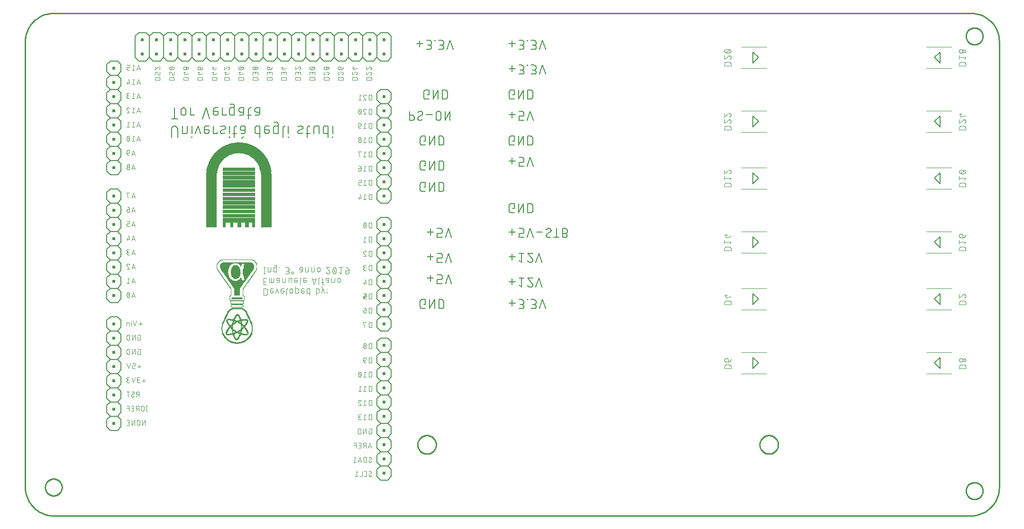
<source format=gbo>
G04 EAGLE Gerber RS-274X export*
G75*
%MOMM*%
%FSLAX34Y34*%
%LPD*%
%INBottom Silkscreen*%
%IPPOS*%
%AMOC8*
5,1,8,0,0,1.08239X$1,22.5*%
G01*
%ADD10C,0.152400*%
%ADD11R,0.300000X0.050000*%
%ADD12R,1.550000X0.050000*%
%ADD13R,2.250000X0.050000*%
%ADD14R,2.650000X0.050000*%
%ADD15R,3.050000X0.050000*%
%ADD16R,3.450000X0.050000*%
%ADD17R,3.700000X0.050000*%
%ADD18R,4.000000X0.050000*%
%ADD19R,4.300000X0.050000*%
%ADD20R,4.500000X0.050000*%
%ADD21R,4.700000X0.050000*%
%ADD22R,4.950000X0.050000*%
%ADD23R,5.150000X0.050000*%
%ADD24R,5.350000X0.050000*%
%ADD25R,5.550000X0.050000*%
%ADD26R,5.750000X0.050000*%
%ADD27R,5.900000X0.050000*%
%ADD28R,6.050000X0.050000*%
%ADD29R,6.250000X0.050000*%
%ADD30R,6.350000X0.050000*%
%ADD31R,6.500000X0.050000*%
%ADD32R,6.650000X0.050000*%
%ADD33R,6.800000X0.050000*%
%ADD34R,6.950000X0.050000*%
%ADD35R,7.050000X0.050000*%
%ADD36R,7.200000X0.050000*%
%ADD37R,7.350000X0.050000*%
%ADD38R,7.450000X0.050000*%
%ADD39R,7.550000X0.050000*%
%ADD40R,7.700000X0.050000*%
%ADD41R,7.800000X0.050000*%
%ADD42R,7.900000X0.050000*%
%ADD43R,8.000000X0.050000*%
%ADD44R,8.100000X0.050000*%
%ADD45R,8.200000X0.050000*%
%ADD46R,8.300000X0.050000*%
%ADD47R,8.450000X0.050000*%
%ADD48R,8.500000X0.050000*%
%ADD49R,4.250000X0.050000*%
%ADD50R,4.150000X0.050000*%
%ADD51R,3.650000X0.050000*%
%ADD52R,3.500000X0.050000*%
%ADD53R,3.350000X0.050000*%
%ADD54R,3.250000X0.050000*%
%ADD55R,3.150000X0.050000*%
%ADD56R,2.950000X0.050000*%
%ADD57R,2.900000X0.050000*%
%ADD58R,2.850000X0.050000*%
%ADD59R,2.800000X0.050000*%
%ADD60R,2.750000X0.050000*%
%ADD61R,2.700000X0.050000*%
%ADD62R,2.600000X0.050000*%
%ADD63R,2.550000X0.050000*%
%ADD64R,2.500000X0.050000*%
%ADD65R,2.450000X0.050000*%
%ADD66R,2.400000X0.050000*%
%ADD67R,2.350000X0.050000*%
%ADD68R,2.300000X0.050000*%
%ADD69R,2.200000X0.050000*%
%ADD70R,2.150000X0.050000*%
%ADD71R,2.100000X0.050000*%
%ADD72R,2.050000X0.050000*%
%ADD73R,2.000000X0.050000*%
%ADD74R,1.950000X0.050000*%
%ADD75R,1.900000X0.050000*%
%ADD76R,0.550000X0.050000*%
%ADD77R,0.700000X0.050000*%
%ADD78R,0.750000X0.050000*%
%ADD79R,1.850000X0.050000*%
%ADD80C,0.177800*%
%ADD81R,5.400000X0.030000*%
%ADD82R,0.180000X0.030000*%
%ADD83R,0.150000X0.030000*%
%ADD84R,0.120000X0.030000*%
%ADD85R,0.090000X0.030000*%
%ADD86R,0.060000X0.030000*%
%ADD87R,4.860000X0.030000*%
%ADD88R,5.100000X0.030000*%
%ADD89R,5.280000X0.030000*%
%ADD90R,2.250000X0.030000*%
%ADD91R,2.910000X0.030000*%
%ADD92R,2.100000X0.030000*%
%ADD93R,2.730000X0.030000*%
%ADD94R,2.040000X0.030000*%
%ADD95R,0.720000X0.030000*%
%ADD96R,1.470000X0.030000*%
%ADD97R,1.980000X0.030000*%
%ADD98R,0.660000X0.030000*%
%ADD99R,1.530000X0.030000*%
%ADD100R,0.570000X0.030000*%
%ADD101R,1.560000X0.030000*%
%ADD102R,1.950000X0.030000*%
%ADD103R,0.540000X0.030000*%
%ADD104R,1.620000X0.030000*%
%ADD105R,0.510000X0.030000*%
%ADD106R,1.650000X0.030000*%
%ADD107R,1.890000X0.030000*%
%ADD108R,0.450000X0.030000*%
%ADD109R,0.390000X0.030000*%
%ADD110R,1.860000X0.030000*%
%ADD111R,0.360000X0.030000*%
%ADD112R,1.710000X0.030000*%
%ADD113R,0.330000X0.030000*%
%ADD114R,1.740000X0.030000*%
%ADD115R,0.030000X0.030000*%
%ADD116R,1.830000X0.030000*%
%ADD117R,0.300000X0.030000*%
%ADD118R,1.800000X0.030000*%
%ADD119R,0.240000X0.030000*%
%ADD120R,1.770000X0.030000*%
%ADD121R,0.420000X0.030000*%
%ADD122R,0.210000X0.030000*%
%ADD123R,0.600000X0.030000*%
%ADD124R,0.810000X0.030000*%
%ADD125R,0.900000X0.030000*%
%ADD126R,0.960000X0.030000*%
%ADD127R,1.020000X0.030000*%
%ADD128R,1.680000X0.030000*%
%ADD129R,1.080000X0.030000*%
%ADD130R,1.170000X0.030000*%
%ADD131R,1.200000X0.030000*%
%ADD132R,1.230000X0.030000*%
%ADD133R,1.920000X0.030000*%
%ADD134R,1.290000X0.030000*%
%ADD135R,1.590000X0.030000*%
%ADD136R,1.350000X0.030000*%
%ADD137R,1.380000X0.030000*%
%ADD138R,1.410000X0.030000*%
%ADD139R,1.500000X0.030000*%
%ADD140R,1.440000X0.030000*%
%ADD141R,1.320000X0.030000*%
%ADD142R,1.260000X0.030000*%
%ADD143R,1.140000X0.030000*%
%ADD144R,1.110000X0.030000*%
%ADD145R,0.990000X0.030000*%
%ADD146R,0.930000X0.030000*%
%ADD147R,0.870000X0.030000*%
%ADD148R,0.840000X0.030000*%
%ADD149R,0.780000X0.030000*%
%ADD150R,0.750000X0.030000*%
%ADD151R,0.690000X0.030000*%
%ADD152R,0.630000X0.030000*%
%ADD153R,1.050000X0.030000*%
%ADD154R,0.480000X0.030000*%
%ADD155R,0.270000X0.030000*%
%ADD156R,2.940000X0.030000*%
%ADD157R,2.880000X0.030000*%
%ADD158R,2.820000X0.030000*%
%ADD159R,2.760000X0.030000*%
%ADD160R,2.700000X0.030000*%
%ADD161R,2.640000X0.030000*%
%ADD162R,2.580000X0.030000*%
%ADD163R,2.520000X0.030000*%
%ADD164R,2.460000X0.030000*%
%ADD165R,2.400000X0.030000*%
%ADD166R,2.340000X0.030000*%
%ADD167R,2.280000X0.030000*%
%ADD168R,2.220000X0.030000*%
%ADD169R,2.160000X0.030000*%
%ADD170R,2.130000X0.030000*%
%ADD171R,2.370000X0.030000*%
%ADD172C,0.101600*%
%ADD173R,0.508000X0.508000*%
%ADD174C,0.203200*%
%ADD175C,0.254000*%


D10*
X864362Y843816D02*
X875199Y843816D01*
X869781Y849235D02*
X869781Y838398D01*
X881938Y850138D02*
X886454Y850138D01*
X886587Y850136D01*
X886719Y850130D01*
X886851Y850120D01*
X886983Y850107D01*
X887115Y850089D01*
X887245Y850068D01*
X887376Y850043D01*
X887505Y850014D01*
X887633Y849981D01*
X887761Y849945D01*
X887887Y849905D01*
X888012Y849861D01*
X888136Y849813D01*
X888258Y849762D01*
X888379Y849707D01*
X888498Y849649D01*
X888616Y849587D01*
X888731Y849522D01*
X888845Y849453D01*
X888956Y849382D01*
X889065Y849306D01*
X889172Y849228D01*
X889277Y849147D01*
X889379Y849062D01*
X889479Y848975D01*
X889576Y848885D01*
X889671Y848792D01*
X889762Y848696D01*
X889851Y848598D01*
X889937Y848497D01*
X890020Y848393D01*
X890100Y848287D01*
X890176Y848179D01*
X890250Y848069D01*
X890320Y847956D01*
X890387Y847842D01*
X890450Y847725D01*
X890510Y847607D01*
X890567Y847487D01*
X890620Y847365D01*
X890669Y847242D01*
X890715Y847118D01*
X890757Y846992D01*
X890795Y846865D01*
X890830Y846737D01*
X890861Y846608D01*
X890888Y846479D01*
X890911Y846348D01*
X890931Y846217D01*
X890946Y846085D01*
X890958Y845953D01*
X890966Y845821D01*
X890970Y845688D01*
X890970Y845556D01*
X890966Y845423D01*
X890958Y845291D01*
X890946Y845159D01*
X890931Y845027D01*
X890911Y844896D01*
X890888Y844765D01*
X890861Y844636D01*
X890830Y844507D01*
X890795Y844379D01*
X890757Y844252D01*
X890715Y844126D01*
X890669Y844002D01*
X890620Y843879D01*
X890567Y843757D01*
X890510Y843637D01*
X890450Y843519D01*
X890387Y843402D01*
X890320Y843288D01*
X890250Y843175D01*
X890176Y843065D01*
X890100Y842957D01*
X890020Y842851D01*
X889937Y842747D01*
X889851Y842646D01*
X889762Y842548D01*
X889671Y842452D01*
X889576Y842359D01*
X889479Y842269D01*
X889379Y842182D01*
X889277Y842097D01*
X889172Y842016D01*
X889065Y841938D01*
X888956Y841862D01*
X888845Y841791D01*
X888731Y841722D01*
X888616Y841657D01*
X888498Y841595D01*
X888379Y841537D01*
X888258Y841482D01*
X888136Y841431D01*
X888012Y841383D01*
X887887Y841339D01*
X887761Y841299D01*
X887633Y841263D01*
X887505Y841230D01*
X887376Y841201D01*
X887245Y841176D01*
X887115Y841155D01*
X886983Y841137D01*
X886851Y841124D01*
X886719Y841114D01*
X886587Y841108D01*
X886454Y841106D01*
X887357Y833882D02*
X881938Y833882D01*
X887357Y833882D02*
X887476Y833884D01*
X887596Y833890D01*
X887715Y833900D01*
X887833Y833914D01*
X887952Y833931D01*
X888069Y833953D01*
X888186Y833978D01*
X888301Y834008D01*
X888416Y834041D01*
X888530Y834078D01*
X888642Y834118D01*
X888753Y834163D01*
X888862Y834211D01*
X888970Y834262D01*
X889076Y834317D01*
X889180Y834376D01*
X889282Y834438D01*
X889382Y834503D01*
X889480Y834572D01*
X889576Y834644D01*
X889669Y834719D01*
X889759Y834796D01*
X889847Y834877D01*
X889932Y834961D01*
X890014Y835048D01*
X890094Y835137D01*
X890170Y835229D01*
X890244Y835323D01*
X890314Y835420D01*
X890381Y835518D01*
X890445Y835619D01*
X890505Y835723D01*
X890562Y835828D01*
X890615Y835935D01*
X890665Y836043D01*
X890711Y836153D01*
X890753Y836265D01*
X890792Y836378D01*
X890827Y836492D01*
X890858Y836607D01*
X890886Y836724D01*
X890909Y836841D01*
X890929Y836958D01*
X890945Y837077D01*
X890957Y837196D01*
X890965Y837315D01*
X890969Y837434D01*
X890969Y837554D01*
X890965Y837673D01*
X890957Y837792D01*
X890945Y837911D01*
X890929Y838030D01*
X890909Y838147D01*
X890886Y838264D01*
X890858Y838381D01*
X890827Y838496D01*
X890792Y838610D01*
X890753Y838723D01*
X890711Y838835D01*
X890665Y838945D01*
X890615Y839053D01*
X890562Y839160D01*
X890505Y839265D01*
X890445Y839369D01*
X890381Y839470D01*
X890314Y839568D01*
X890244Y839665D01*
X890170Y839759D01*
X890094Y839851D01*
X890014Y839940D01*
X889932Y840027D01*
X889847Y840111D01*
X889759Y840192D01*
X889669Y840269D01*
X889576Y840344D01*
X889480Y840416D01*
X889382Y840485D01*
X889282Y840550D01*
X889180Y840612D01*
X889076Y840671D01*
X888970Y840726D01*
X888862Y840777D01*
X888753Y840825D01*
X888642Y840870D01*
X888530Y840910D01*
X888416Y840947D01*
X888301Y840980D01*
X888186Y841010D01*
X888069Y841035D01*
X887952Y841057D01*
X887833Y841074D01*
X887715Y841088D01*
X887596Y841098D01*
X887476Y841104D01*
X887357Y841106D01*
X887357Y841107D02*
X883745Y841107D01*
X896944Y849235D02*
X896944Y850138D01*
X896944Y849235D02*
X897847Y849235D01*
X897847Y850138D01*
X896944Y850138D01*
X903822Y850138D02*
X908338Y850138D01*
X908471Y850136D01*
X908603Y850130D01*
X908735Y850120D01*
X908867Y850107D01*
X908999Y850089D01*
X909129Y850068D01*
X909260Y850043D01*
X909389Y850014D01*
X909517Y849981D01*
X909645Y849945D01*
X909771Y849905D01*
X909896Y849861D01*
X910020Y849813D01*
X910142Y849762D01*
X910263Y849707D01*
X910382Y849649D01*
X910500Y849587D01*
X910615Y849522D01*
X910729Y849453D01*
X910840Y849382D01*
X910949Y849306D01*
X911056Y849228D01*
X911161Y849147D01*
X911263Y849062D01*
X911363Y848975D01*
X911460Y848885D01*
X911555Y848792D01*
X911646Y848696D01*
X911735Y848598D01*
X911821Y848497D01*
X911904Y848393D01*
X911984Y848287D01*
X912060Y848179D01*
X912134Y848069D01*
X912204Y847956D01*
X912271Y847842D01*
X912334Y847725D01*
X912394Y847607D01*
X912451Y847487D01*
X912504Y847365D01*
X912553Y847242D01*
X912599Y847118D01*
X912641Y846992D01*
X912679Y846865D01*
X912714Y846737D01*
X912745Y846608D01*
X912772Y846479D01*
X912795Y846348D01*
X912815Y846217D01*
X912830Y846085D01*
X912842Y845953D01*
X912850Y845821D01*
X912854Y845688D01*
X912854Y845556D01*
X912850Y845423D01*
X912842Y845291D01*
X912830Y845159D01*
X912815Y845027D01*
X912795Y844896D01*
X912772Y844765D01*
X912745Y844636D01*
X912714Y844507D01*
X912679Y844379D01*
X912641Y844252D01*
X912599Y844126D01*
X912553Y844002D01*
X912504Y843879D01*
X912451Y843757D01*
X912394Y843637D01*
X912334Y843519D01*
X912271Y843402D01*
X912204Y843288D01*
X912134Y843175D01*
X912060Y843065D01*
X911984Y842957D01*
X911904Y842851D01*
X911821Y842747D01*
X911735Y842646D01*
X911646Y842548D01*
X911555Y842452D01*
X911460Y842359D01*
X911363Y842269D01*
X911263Y842182D01*
X911161Y842097D01*
X911056Y842016D01*
X910949Y841938D01*
X910840Y841862D01*
X910729Y841791D01*
X910615Y841722D01*
X910500Y841657D01*
X910382Y841595D01*
X910263Y841537D01*
X910142Y841482D01*
X910020Y841431D01*
X909896Y841383D01*
X909771Y841339D01*
X909645Y841299D01*
X909517Y841263D01*
X909389Y841230D01*
X909260Y841201D01*
X909129Y841176D01*
X908999Y841155D01*
X908867Y841137D01*
X908735Y841124D01*
X908603Y841114D01*
X908471Y841108D01*
X908338Y841106D01*
X909241Y833882D02*
X903822Y833882D01*
X909241Y833882D02*
X909360Y833884D01*
X909480Y833890D01*
X909599Y833900D01*
X909717Y833914D01*
X909836Y833931D01*
X909953Y833953D01*
X910070Y833978D01*
X910185Y834008D01*
X910300Y834041D01*
X910414Y834078D01*
X910526Y834118D01*
X910637Y834163D01*
X910746Y834211D01*
X910854Y834262D01*
X910960Y834317D01*
X911064Y834376D01*
X911166Y834438D01*
X911266Y834503D01*
X911364Y834572D01*
X911460Y834644D01*
X911553Y834719D01*
X911643Y834796D01*
X911731Y834877D01*
X911816Y834961D01*
X911898Y835048D01*
X911978Y835137D01*
X912054Y835229D01*
X912128Y835323D01*
X912198Y835420D01*
X912265Y835518D01*
X912329Y835619D01*
X912389Y835723D01*
X912446Y835828D01*
X912499Y835935D01*
X912549Y836043D01*
X912595Y836153D01*
X912637Y836265D01*
X912676Y836378D01*
X912711Y836492D01*
X912742Y836607D01*
X912770Y836724D01*
X912793Y836841D01*
X912813Y836958D01*
X912829Y837077D01*
X912841Y837196D01*
X912849Y837315D01*
X912853Y837434D01*
X912853Y837554D01*
X912849Y837673D01*
X912841Y837792D01*
X912829Y837911D01*
X912813Y838030D01*
X912793Y838147D01*
X912770Y838264D01*
X912742Y838381D01*
X912711Y838496D01*
X912676Y838610D01*
X912637Y838723D01*
X912595Y838835D01*
X912549Y838945D01*
X912499Y839053D01*
X912446Y839160D01*
X912389Y839265D01*
X912329Y839369D01*
X912265Y839470D01*
X912198Y839568D01*
X912128Y839665D01*
X912054Y839759D01*
X911978Y839851D01*
X911898Y839940D01*
X911816Y840027D01*
X911731Y840111D01*
X911643Y840192D01*
X911553Y840269D01*
X911460Y840344D01*
X911364Y840416D01*
X911266Y840485D01*
X911166Y840550D01*
X911064Y840612D01*
X910960Y840671D01*
X910854Y840726D01*
X910746Y840777D01*
X910637Y840825D01*
X910526Y840870D01*
X910414Y840910D01*
X910300Y840947D01*
X910185Y840980D01*
X910070Y841010D01*
X909953Y841035D01*
X909836Y841057D01*
X909717Y841074D01*
X909599Y841088D01*
X909480Y841098D01*
X909360Y841104D01*
X909241Y841106D01*
X909241Y841107D02*
X905628Y841107D01*
X918550Y833882D02*
X923969Y850138D01*
X929388Y833882D01*
X875199Y799366D02*
X864362Y799366D01*
X869781Y793948D02*
X869781Y804785D01*
X881938Y805688D02*
X886454Y805688D01*
X886587Y805686D01*
X886719Y805680D01*
X886851Y805670D01*
X886983Y805657D01*
X887115Y805639D01*
X887245Y805618D01*
X887376Y805593D01*
X887505Y805564D01*
X887633Y805531D01*
X887761Y805495D01*
X887887Y805455D01*
X888012Y805411D01*
X888136Y805363D01*
X888258Y805312D01*
X888379Y805257D01*
X888498Y805199D01*
X888616Y805137D01*
X888731Y805072D01*
X888845Y805003D01*
X888956Y804932D01*
X889065Y804856D01*
X889172Y804778D01*
X889277Y804697D01*
X889379Y804612D01*
X889479Y804525D01*
X889576Y804435D01*
X889671Y804342D01*
X889762Y804246D01*
X889851Y804148D01*
X889937Y804047D01*
X890020Y803943D01*
X890100Y803837D01*
X890176Y803729D01*
X890250Y803619D01*
X890320Y803506D01*
X890387Y803392D01*
X890450Y803275D01*
X890510Y803157D01*
X890567Y803037D01*
X890620Y802915D01*
X890669Y802792D01*
X890715Y802668D01*
X890757Y802542D01*
X890795Y802415D01*
X890830Y802287D01*
X890861Y802158D01*
X890888Y802029D01*
X890911Y801898D01*
X890931Y801767D01*
X890946Y801635D01*
X890958Y801503D01*
X890966Y801371D01*
X890970Y801238D01*
X890970Y801106D01*
X890966Y800973D01*
X890958Y800841D01*
X890946Y800709D01*
X890931Y800577D01*
X890911Y800446D01*
X890888Y800315D01*
X890861Y800186D01*
X890830Y800057D01*
X890795Y799929D01*
X890757Y799802D01*
X890715Y799676D01*
X890669Y799552D01*
X890620Y799429D01*
X890567Y799307D01*
X890510Y799187D01*
X890450Y799069D01*
X890387Y798952D01*
X890320Y798838D01*
X890250Y798725D01*
X890176Y798615D01*
X890100Y798507D01*
X890020Y798401D01*
X889937Y798297D01*
X889851Y798196D01*
X889762Y798098D01*
X889671Y798002D01*
X889576Y797909D01*
X889479Y797819D01*
X889379Y797732D01*
X889277Y797647D01*
X889172Y797566D01*
X889065Y797488D01*
X888956Y797412D01*
X888845Y797341D01*
X888731Y797272D01*
X888616Y797207D01*
X888498Y797145D01*
X888379Y797087D01*
X888258Y797032D01*
X888136Y796981D01*
X888012Y796933D01*
X887887Y796889D01*
X887761Y796849D01*
X887633Y796813D01*
X887505Y796780D01*
X887376Y796751D01*
X887245Y796726D01*
X887115Y796705D01*
X886983Y796687D01*
X886851Y796674D01*
X886719Y796664D01*
X886587Y796658D01*
X886454Y796656D01*
X887357Y789432D02*
X881938Y789432D01*
X887357Y789432D02*
X887476Y789434D01*
X887596Y789440D01*
X887715Y789450D01*
X887833Y789464D01*
X887952Y789481D01*
X888069Y789503D01*
X888186Y789528D01*
X888301Y789558D01*
X888416Y789591D01*
X888530Y789628D01*
X888642Y789668D01*
X888753Y789713D01*
X888862Y789761D01*
X888970Y789812D01*
X889076Y789867D01*
X889180Y789926D01*
X889282Y789988D01*
X889382Y790053D01*
X889480Y790122D01*
X889576Y790194D01*
X889669Y790269D01*
X889759Y790346D01*
X889847Y790427D01*
X889932Y790511D01*
X890014Y790598D01*
X890094Y790687D01*
X890170Y790779D01*
X890244Y790873D01*
X890314Y790970D01*
X890381Y791068D01*
X890445Y791169D01*
X890505Y791273D01*
X890562Y791378D01*
X890615Y791485D01*
X890665Y791593D01*
X890711Y791703D01*
X890753Y791815D01*
X890792Y791928D01*
X890827Y792042D01*
X890858Y792157D01*
X890886Y792274D01*
X890909Y792391D01*
X890929Y792508D01*
X890945Y792627D01*
X890957Y792746D01*
X890965Y792865D01*
X890969Y792984D01*
X890969Y793104D01*
X890965Y793223D01*
X890957Y793342D01*
X890945Y793461D01*
X890929Y793580D01*
X890909Y793697D01*
X890886Y793814D01*
X890858Y793931D01*
X890827Y794046D01*
X890792Y794160D01*
X890753Y794273D01*
X890711Y794385D01*
X890665Y794495D01*
X890615Y794603D01*
X890562Y794710D01*
X890505Y794815D01*
X890445Y794919D01*
X890381Y795020D01*
X890314Y795118D01*
X890244Y795215D01*
X890170Y795309D01*
X890094Y795401D01*
X890014Y795490D01*
X889932Y795577D01*
X889847Y795661D01*
X889759Y795742D01*
X889669Y795819D01*
X889576Y795894D01*
X889480Y795966D01*
X889382Y796035D01*
X889282Y796100D01*
X889180Y796162D01*
X889076Y796221D01*
X888970Y796276D01*
X888862Y796327D01*
X888753Y796375D01*
X888642Y796420D01*
X888530Y796460D01*
X888416Y796497D01*
X888301Y796530D01*
X888186Y796560D01*
X888069Y796585D01*
X887952Y796607D01*
X887833Y796624D01*
X887715Y796638D01*
X887596Y796648D01*
X887476Y796654D01*
X887357Y796656D01*
X887357Y796657D02*
X883745Y796657D01*
X896944Y804785D02*
X896944Y805688D01*
X896944Y804785D02*
X897847Y804785D01*
X897847Y805688D01*
X896944Y805688D01*
X903822Y805688D02*
X908338Y805688D01*
X908471Y805686D01*
X908603Y805680D01*
X908735Y805670D01*
X908867Y805657D01*
X908999Y805639D01*
X909129Y805618D01*
X909260Y805593D01*
X909389Y805564D01*
X909517Y805531D01*
X909645Y805495D01*
X909771Y805455D01*
X909896Y805411D01*
X910020Y805363D01*
X910142Y805312D01*
X910263Y805257D01*
X910382Y805199D01*
X910500Y805137D01*
X910615Y805072D01*
X910729Y805003D01*
X910840Y804932D01*
X910949Y804856D01*
X911056Y804778D01*
X911161Y804697D01*
X911263Y804612D01*
X911363Y804525D01*
X911460Y804435D01*
X911555Y804342D01*
X911646Y804246D01*
X911735Y804148D01*
X911821Y804047D01*
X911904Y803943D01*
X911984Y803837D01*
X912060Y803729D01*
X912134Y803619D01*
X912204Y803506D01*
X912271Y803392D01*
X912334Y803275D01*
X912394Y803157D01*
X912451Y803037D01*
X912504Y802915D01*
X912553Y802792D01*
X912599Y802668D01*
X912641Y802542D01*
X912679Y802415D01*
X912714Y802287D01*
X912745Y802158D01*
X912772Y802029D01*
X912795Y801898D01*
X912815Y801767D01*
X912830Y801635D01*
X912842Y801503D01*
X912850Y801371D01*
X912854Y801238D01*
X912854Y801106D01*
X912850Y800973D01*
X912842Y800841D01*
X912830Y800709D01*
X912815Y800577D01*
X912795Y800446D01*
X912772Y800315D01*
X912745Y800186D01*
X912714Y800057D01*
X912679Y799929D01*
X912641Y799802D01*
X912599Y799676D01*
X912553Y799552D01*
X912504Y799429D01*
X912451Y799307D01*
X912394Y799187D01*
X912334Y799069D01*
X912271Y798952D01*
X912204Y798838D01*
X912134Y798725D01*
X912060Y798615D01*
X911984Y798507D01*
X911904Y798401D01*
X911821Y798297D01*
X911735Y798196D01*
X911646Y798098D01*
X911555Y798002D01*
X911460Y797909D01*
X911363Y797819D01*
X911263Y797732D01*
X911161Y797647D01*
X911056Y797566D01*
X910949Y797488D01*
X910840Y797412D01*
X910729Y797341D01*
X910615Y797272D01*
X910500Y797207D01*
X910382Y797145D01*
X910263Y797087D01*
X910142Y797032D01*
X910020Y796981D01*
X909896Y796933D01*
X909771Y796889D01*
X909645Y796849D01*
X909517Y796813D01*
X909389Y796780D01*
X909260Y796751D01*
X909129Y796726D01*
X908999Y796705D01*
X908867Y796687D01*
X908735Y796674D01*
X908603Y796664D01*
X908471Y796658D01*
X908338Y796656D01*
X909241Y789432D02*
X903822Y789432D01*
X909241Y789432D02*
X909360Y789434D01*
X909480Y789440D01*
X909599Y789450D01*
X909717Y789464D01*
X909836Y789481D01*
X909953Y789503D01*
X910070Y789528D01*
X910185Y789558D01*
X910300Y789591D01*
X910414Y789628D01*
X910526Y789668D01*
X910637Y789713D01*
X910746Y789761D01*
X910854Y789812D01*
X910960Y789867D01*
X911064Y789926D01*
X911166Y789988D01*
X911266Y790053D01*
X911364Y790122D01*
X911460Y790194D01*
X911553Y790269D01*
X911643Y790346D01*
X911731Y790427D01*
X911816Y790511D01*
X911898Y790598D01*
X911978Y790687D01*
X912054Y790779D01*
X912128Y790873D01*
X912198Y790970D01*
X912265Y791068D01*
X912329Y791169D01*
X912389Y791273D01*
X912446Y791378D01*
X912499Y791485D01*
X912549Y791593D01*
X912595Y791703D01*
X912637Y791815D01*
X912676Y791928D01*
X912711Y792042D01*
X912742Y792157D01*
X912770Y792274D01*
X912793Y792391D01*
X912813Y792508D01*
X912829Y792627D01*
X912841Y792746D01*
X912849Y792865D01*
X912853Y792984D01*
X912853Y793104D01*
X912849Y793223D01*
X912841Y793342D01*
X912829Y793461D01*
X912813Y793580D01*
X912793Y793697D01*
X912770Y793814D01*
X912742Y793931D01*
X912711Y794046D01*
X912676Y794160D01*
X912637Y794273D01*
X912595Y794385D01*
X912549Y794495D01*
X912499Y794603D01*
X912446Y794710D01*
X912389Y794815D01*
X912329Y794919D01*
X912265Y795020D01*
X912198Y795118D01*
X912128Y795215D01*
X912054Y795309D01*
X911978Y795401D01*
X911898Y795490D01*
X911816Y795577D01*
X911731Y795661D01*
X911643Y795742D01*
X911553Y795819D01*
X911460Y795894D01*
X911364Y795966D01*
X911266Y796035D01*
X911166Y796100D01*
X911064Y796162D01*
X910960Y796221D01*
X910854Y796276D01*
X910746Y796327D01*
X910637Y796375D01*
X910526Y796420D01*
X910414Y796460D01*
X910300Y796497D01*
X910185Y796530D01*
X910070Y796560D01*
X909953Y796585D01*
X909836Y796607D01*
X909717Y796624D01*
X909599Y796638D01*
X909480Y796648D01*
X909360Y796654D01*
X909241Y796656D01*
X909241Y796657D02*
X905628Y796657D01*
X918550Y789432D02*
X923969Y805688D01*
X929388Y789432D01*
X710099Y843816D02*
X699262Y843816D01*
X704681Y838398D02*
X704681Y849235D01*
X716838Y850138D02*
X721354Y850138D01*
X721487Y850136D01*
X721619Y850130D01*
X721751Y850120D01*
X721883Y850107D01*
X722015Y850089D01*
X722145Y850068D01*
X722276Y850043D01*
X722405Y850014D01*
X722533Y849981D01*
X722661Y849945D01*
X722787Y849905D01*
X722912Y849861D01*
X723036Y849813D01*
X723158Y849762D01*
X723279Y849707D01*
X723398Y849649D01*
X723516Y849587D01*
X723631Y849522D01*
X723745Y849453D01*
X723856Y849382D01*
X723965Y849306D01*
X724072Y849228D01*
X724177Y849147D01*
X724279Y849062D01*
X724379Y848975D01*
X724476Y848885D01*
X724571Y848792D01*
X724662Y848696D01*
X724751Y848598D01*
X724837Y848497D01*
X724920Y848393D01*
X725000Y848287D01*
X725076Y848179D01*
X725150Y848069D01*
X725220Y847956D01*
X725287Y847842D01*
X725350Y847725D01*
X725410Y847607D01*
X725467Y847487D01*
X725520Y847365D01*
X725569Y847242D01*
X725615Y847118D01*
X725657Y846992D01*
X725695Y846865D01*
X725730Y846737D01*
X725761Y846608D01*
X725788Y846479D01*
X725811Y846348D01*
X725831Y846217D01*
X725846Y846085D01*
X725858Y845953D01*
X725866Y845821D01*
X725870Y845688D01*
X725870Y845556D01*
X725866Y845423D01*
X725858Y845291D01*
X725846Y845159D01*
X725831Y845027D01*
X725811Y844896D01*
X725788Y844765D01*
X725761Y844636D01*
X725730Y844507D01*
X725695Y844379D01*
X725657Y844252D01*
X725615Y844126D01*
X725569Y844002D01*
X725520Y843879D01*
X725467Y843757D01*
X725410Y843637D01*
X725350Y843519D01*
X725287Y843402D01*
X725220Y843288D01*
X725150Y843175D01*
X725076Y843065D01*
X725000Y842957D01*
X724920Y842851D01*
X724837Y842747D01*
X724751Y842646D01*
X724662Y842548D01*
X724571Y842452D01*
X724476Y842359D01*
X724379Y842269D01*
X724279Y842182D01*
X724177Y842097D01*
X724072Y842016D01*
X723965Y841938D01*
X723856Y841862D01*
X723745Y841791D01*
X723631Y841722D01*
X723516Y841657D01*
X723398Y841595D01*
X723279Y841537D01*
X723158Y841482D01*
X723036Y841431D01*
X722912Y841383D01*
X722787Y841339D01*
X722661Y841299D01*
X722533Y841263D01*
X722405Y841230D01*
X722276Y841201D01*
X722145Y841176D01*
X722015Y841155D01*
X721883Y841137D01*
X721751Y841124D01*
X721619Y841114D01*
X721487Y841108D01*
X721354Y841106D01*
X722257Y833882D02*
X716838Y833882D01*
X722257Y833882D02*
X722376Y833884D01*
X722496Y833890D01*
X722615Y833900D01*
X722733Y833914D01*
X722852Y833931D01*
X722969Y833953D01*
X723086Y833978D01*
X723201Y834008D01*
X723316Y834041D01*
X723430Y834078D01*
X723542Y834118D01*
X723653Y834163D01*
X723762Y834211D01*
X723870Y834262D01*
X723976Y834317D01*
X724080Y834376D01*
X724182Y834438D01*
X724282Y834503D01*
X724380Y834572D01*
X724476Y834644D01*
X724569Y834719D01*
X724659Y834796D01*
X724747Y834877D01*
X724832Y834961D01*
X724914Y835048D01*
X724994Y835137D01*
X725070Y835229D01*
X725144Y835323D01*
X725214Y835420D01*
X725281Y835518D01*
X725345Y835619D01*
X725405Y835723D01*
X725462Y835828D01*
X725515Y835935D01*
X725565Y836043D01*
X725611Y836153D01*
X725653Y836265D01*
X725692Y836378D01*
X725727Y836492D01*
X725758Y836607D01*
X725786Y836724D01*
X725809Y836841D01*
X725829Y836958D01*
X725845Y837077D01*
X725857Y837196D01*
X725865Y837315D01*
X725869Y837434D01*
X725869Y837554D01*
X725865Y837673D01*
X725857Y837792D01*
X725845Y837911D01*
X725829Y838030D01*
X725809Y838147D01*
X725786Y838264D01*
X725758Y838381D01*
X725727Y838496D01*
X725692Y838610D01*
X725653Y838723D01*
X725611Y838835D01*
X725565Y838945D01*
X725515Y839053D01*
X725462Y839160D01*
X725405Y839265D01*
X725345Y839369D01*
X725281Y839470D01*
X725214Y839568D01*
X725144Y839665D01*
X725070Y839759D01*
X724994Y839851D01*
X724914Y839940D01*
X724832Y840027D01*
X724747Y840111D01*
X724659Y840192D01*
X724569Y840269D01*
X724476Y840344D01*
X724380Y840416D01*
X724282Y840485D01*
X724182Y840550D01*
X724080Y840612D01*
X723976Y840671D01*
X723870Y840726D01*
X723762Y840777D01*
X723653Y840825D01*
X723542Y840870D01*
X723430Y840910D01*
X723316Y840947D01*
X723201Y840980D01*
X723086Y841010D01*
X722969Y841035D01*
X722852Y841057D01*
X722733Y841074D01*
X722615Y841088D01*
X722496Y841098D01*
X722376Y841104D01*
X722257Y841106D01*
X722257Y841107D02*
X718645Y841107D01*
X731844Y849235D02*
X731844Y850138D01*
X731844Y849235D02*
X732747Y849235D01*
X732747Y850138D01*
X731844Y850138D01*
X738722Y850138D02*
X743238Y850138D01*
X743371Y850136D01*
X743503Y850130D01*
X743635Y850120D01*
X743767Y850107D01*
X743899Y850089D01*
X744029Y850068D01*
X744160Y850043D01*
X744289Y850014D01*
X744417Y849981D01*
X744545Y849945D01*
X744671Y849905D01*
X744796Y849861D01*
X744920Y849813D01*
X745042Y849762D01*
X745163Y849707D01*
X745282Y849649D01*
X745400Y849587D01*
X745515Y849522D01*
X745629Y849453D01*
X745740Y849382D01*
X745849Y849306D01*
X745956Y849228D01*
X746061Y849147D01*
X746163Y849062D01*
X746263Y848975D01*
X746360Y848885D01*
X746455Y848792D01*
X746546Y848696D01*
X746635Y848598D01*
X746721Y848497D01*
X746804Y848393D01*
X746884Y848287D01*
X746960Y848179D01*
X747034Y848069D01*
X747104Y847956D01*
X747171Y847842D01*
X747234Y847725D01*
X747294Y847607D01*
X747351Y847487D01*
X747404Y847365D01*
X747453Y847242D01*
X747499Y847118D01*
X747541Y846992D01*
X747579Y846865D01*
X747614Y846737D01*
X747645Y846608D01*
X747672Y846479D01*
X747695Y846348D01*
X747715Y846217D01*
X747730Y846085D01*
X747742Y845953D01*
X747750Y845821D01*
X747754Y845688D01*
X747754Y845556D01*
X747750Y845423D01*
X747742Y845291D01*
X747730Y845159D01*
X747715Y845027D01*
X747695Y844896D01*
X747672Y844765D01*
X747645Y844636D01*
X747614Y844507D01*
X747579Y844379D01*
X747541Y844252D01*
X747499Y844126D01*
X747453Y844002D01*
X747404Y843879D01*
X747351Y843757D01*
X747294Y843637D01*
X747234Y843519D01*
X747171Y843402D01*
X747104Y843288D01*
X747034Y843175D01*
X746960Y843065D01*
X746884Y842957D01*
X746804Y842851D01*
X746721Y842747D01*
X746635Y842646D01*
X746546Y842548D01*
X746455Y842452D01*
X746360Y842359D01*
X746263Y842269D01*
X746163Y842182D01*
X746061Y842097D01*
X745956Y842016D01*
X745849Y841938D01*
X745740Y841862D01*
X745629Y841791D01*
X745515Y841722D01*
X745400Y841657D01*
X745282Y841595D01*
X745163Y841537D01*
X745042Y841482D01*
X744920Y841431D01*
X744796Y841383D01*
X744671Y841339D01*
X744545Y841299D01*
X744417Y841263D01*
X744289Y841230D01*
X744160Y841201D01*
X744029Y841176D01*
X743899Y841155D01*
X743767Y841137D01*
X743635Y841124D01*
X743503Y841114D01*
X743371Y841108D01*
X743238Y841106D01*
X744141Y833882D02*
X738722Y833882D01*
X744141Y833882D02*
X744260Y833884D01*
X744380Y833890D01*
X744499Y833900D01*
X744617Y833914D01*
X744736Y833931D01*
X744853Y833953D01*
X744970Y833978D01*
X745085Y834008D01*
X745200Y834041D01*
X745314Y834078D01*
X745426Y834118D01*
X745537Y834163D01*
X745646Y834211D01*
X745754Y834262D01*
X745860Y834317D01*
X745964Y834376D01*
X746066Y834438D01*
X746166Y834503D01*
X746264Y834572D01*
X746360Y834644D01*
X746453Y834719D01*
X746543Y834796D01*
X746631Y834877D01*
X746716Y834961D01*
X746798Y835048D01*
X746878Y835137D01*
X746954Y835229D01*
X747028Y835323D01*
X747098Y835420D01*
X747165Y835518D01*
X747229Y835619D01*
X747289Y835723D01*
X747346Y835828D01*
X747399Y835935D01*
X747449Y836043D01*
X747495Y836153D01*
X747537Y836265D01*
X747576Y836378D01*
X747611Y836492D01*
X747642Y836607D01*
X747670Y836724D01*
X747693Y836841D01*
X747713Y836958D01*
X747729Y837077D01*
X747741Y837196D01*
X747749Y837315D01*
X747753Y837434D01*
X747753Y837554D01*
X747749Y837673D01*
X747741Y837792D01*
X747729Y837911D01*
X747713Y838030D01*
X747693Y838147D01*
X747670Y838264D01*
X747642Y838381D01*
X747611Y838496D01*
X747576Y838610D01*
X747537Y838723D01*
X747495Y838835D01*
X747449Y838945D01*
X747399Y839053D01*
X747346Y839160D01*
X747289Y839265D01*
X747229Y839369D01*
X747165Y839470D01*
X747098Y839568D01*
X747028Y839665D01*
X746954Y839759D01*
X746878Y839851D01*
X746798Y839940D01*
X746716Y840027D01*
X746631Y840111D01*
X746543Y840192D01*
X746453Y840269D01*
X746360Y840344D01*
X746264Y840416D01*
X746166Y840485D01*
X746066Y840550D01*
X745964Y840612D01*
X745860Y840671D01*
X745754Y840726D01*
X745646Y840777D01*
X745537Y840825D01*
X745426Y840870D01*
X745314Y840910D01*
X745200Y840947D01*
X745085Y840980D01*
X744970Y841010D01*
X744853Y841035D01*
X744736Y841057D01*
X744617Y841074D01*
X744499Y841088D01*
X744380Y841098D01*
X744260Y841104D01*
X744141Y841106D01*
X744141Y841107D02*
X740528Y841107D01*
X753450Y833882D02*
X758869Y850138D01*
X764288Y833882D01*
X864362Y380266D02*
X875199Y380266D01*
X869781Y385685D02*
X869781Y374848D01*
X881938Y386588D02*
X886454Y386588D01*
X886587Y386586D01*
X886719Y386580D01*
X886851Y386570D01*
X886983Y386557D01*
X887115Y386539D01*
X887245Y386518D01*
X887376Y386493D01*
X887505Y386464D01*
X887633Y386431D01*
X887761Y386395D01*
X887887Y386355D01*
X888012Y386311D01*
X888136Y386263D01*
X888258Y386212D01*
X888379Y386157D01*
X888498Y386099D01*
X888616Y386037D01*
X888731Y385972D01*
X888845Y385903D01*
X888956Y385832D01*
X889065Y385756D01*
X889172Y385678D01*
X889277Y385597D01*
X889379Y385512D01*
X889479Y385425D01*
X889576Y385335D01*
X889671Y385242D01*
X889762Y385146D01*
X889851Y385048D01*
X889937Y384947D01*
X890020Y384843D01*
X890100Y384737D01*
X890176Y384629D01*
X890250Y384519D01*
X890320Y384406D01*
X890387Y384292D01*
X890450Y384175D01*
X890510Y384057D01*
X890567Y383937D01*
X890620Y383815D01*
X890669Y383692D01*
X890715Y383568D01*
X890757Y383442D01*
X890795Y383315D01*
X890830Y383187D01*
X890861Y383058D01*
X890888Y382929D01*
X890911Y382798D01*
X890931Y382667D01*
X890946Y382535D01*
X890958Y382403D01*
X890966Y382271D01*
X890970Y382138D01*
X890970Y382006D01*
X890966Y381873D01*
X890958Y381741D01*
X890946Y381609D01*
X890931Y381477D01*
X890911Y381346D01*
X890888Y381215D01*
X890861Y381086D01*
X890830Y380957D01*
X890795Y380829D01*
X890757Y380702D01*
X890715Y380576D01*
X890669Y380452D01*
X890620Y380329D01*
X890567Y380207D01*
X890510Y380087D01*
X890450Y379969D01*
X890387Y379852D01*
X890320Y379738D01*
X890250Y379625D01*
X890176Y379515D01*
X890100Y379407D01*
X890020Y379301D01*
X889937Y379197D01*
X889851Y379096D01*
X889762Y378998D01*
X889671Y378902D01*
X889576Y378809D01*
X889479Y378719D01*
X889379Y378632D01*
X889277Y378547D01*
X889172Y378466D01*
X889065Y378388D01*
X888956Y378312D01*
X888845Y378241D01*
X888731Y378172D01*
X888616Y378107D01*
X888498Y378045D01*
X888379Y377987D01*
X888258Y377932D01*
X888136Y377881D01*
X888012Y377833D01*
X887887Y377789D01*
X887761Y377749D01*
X887633Y377713D01*
X887505Y377680D01*
X887376Y377651D01*
X887245Y377626D01*
X887115Y377605D01*
X886983Y377587D01*
X886851Y377574D01*
X886719Y377564D01*
X886587Y377558D01*
X886454Y377556D01*
X887357Y370332D02*
X881938Y370332D01*
X887357Y370332D02*
X887476Y370334D01*
X887596Y370340D01*
X887715Y370350D01*
X887833Y370364D01*
X887952Y370381D01*
X888069Y370403D01*
X888186Y370428D01*
X888301Y370458D01*
X888416Y370491D01*
X888530Y370528D01*
X888642Y370568D01*
X888753Y370613D01*
X888862Y370661D01*
X888970Y370712D01*
X889076Y370767D01*
X889180Y370826D01*
X889282Y370888D01*
X889382Y370953D01*
X889480Y371022D01*
X889576Y371094D01*
X889669Y371169D01*
X889759Y371246D01*
X889847Y371327D01*
X889932Y371411D01*
X890014Y371498D01*
X890094Y371587D01*
X890170Y371679D01*
X890244Y371773D01*
X890314Y371870D01*
X890381Y371968D01*
X890445Y372069D01*
X890505Y372173D01*
X890562Y372278D01*
X890615Y372385D01*
X890665Y372493D01*
X890711Y372603D01*
X890753Y372715D01*
X890792Y372828D01*
X890827Y372942D01*
X890858Y373057D01*
X890886Y373174D01*
X890909Y373291D01*
X890929Y373408D01*
X890945Y373527D01*
X890957Y373646D01*
X890965Y373765D01*
X890969Y373884D01*
X890969Y374004D01*
X890965Y374123D01*
X890957Y374242D01*
X890945Y374361D01*
X890929Y374480D01*
X890909Y374597D01*
X890886Y374714D01*
X890858Y374831D01*
X890827Y374946D01*
X890792Y375060D01*
X890753Y375173D01*
X890711Y375285D01*
X890665Y375395D01*
X890615Y375503D01*
X890562Y375610D01*
X890505Y375715D01*
X890445Y375819D01*
X890381Y375920D01*
X890314Y376018D01*
X890244Y376115D01*
X890170Y376209D01*
X890094Y376301D01*
X890014Y376390D01*
X889932Y376477D01*
X889847Y376561D01*
X889759Y376642D01*
X889669Y376719D01*
X889576Y376794D01*
X889480Y376866D01*
X889382Y376935D01*
X889282Y377000D01*
X889180Y377062D01*
X889076Y377121D01*
X888970Y377176D01*
X888862Y377227D01*
X888753Y377275D01*
X888642Y377320D01*
X888530Y377360D01*
X888416Y377397D01*
X888301Y377430D01*
X888186Y377460D01*
X888069Y377485D01*
X887952Y377507D01*
X887833Y377524D01*
X887715Y377538D01*
X887596Y377548D01*
X887476Y377554D01*
X887357Y377556D01*
X887357Y377557D02*
X883745Y377557D01*
X896944Y385685D02*
X896944Y386588D01*
X896944Y385685D02*
X897847Y385685D01*
X897847Y386588D01*
X896944Y386588D01*
X903822Y386588D02*
X908338Y386588D01*
X908471Y386586D01*
X908603Y386580D01*
X908735Y386570D01*
X908867Y386557D01*
X908999Y386539D01*
X909129Y386518D01*
X909260Y386493D01*
X909389Y386464D01*
X909517Y386431D01*
X909645Y386395D01*
X909771Y386355D01*
X909896Y386311D01*
X910020Y386263D01*
X910142Y386212D01*
X910263Y386157D01*
X910382Y386099D01*
X910500Y386037D01*
X910615Y385972D01*
X910729Y385903D01*
X910840Y385832D01*
X910949Y385756D01*
X911056Y385678D01*
X911161Y385597D01*
X911263Y385512D01*
X911363Y385425D01*
X911460Y385335D01*
X911555Y385242D01*
X911646Y385146D01*
X911735Y385048D01*
X911821Y384947D01*
X911904Y384843D01*
X911984Y384737D01*
X912060Y384629D01*
X912134Y384519D01*
X912204Y384406D01*
X912271Y384292D01*
X912334Y384175D01*
X912394Y384057D01*
X912451Y383937D01*
X912504Y383815D01*
X912553Y383692D01*
X912599Y383568D01*
X912641Y383442D01*
X912679Y383315D01*
X912714Y383187D01*
X912745Y383058D01*
X912772Y382929D01*
X912795Y382798D01*
X912815Y382667D01*
X912830Y382535D01*
X912842Y382403D01*
X912850Y382271D01*
X912854Y382138D01*
X912854Y382006D01*
X912850Y381873D01*
X912842Y381741D01*
X912830Y381609D01*
X912815Y381477D01*
X912795Y381346D01*
X912772Y381215D01*
X912745Y381086D01*
X912714Y380957D01*
X912679Y380829D01*
X912641Y380702D01*
X912599Y380576D01*
X912553Y380452D01*
X912504Y380329D01*
X912451Y380207D01*
X912394Y380087D01*
X912334Y379969D01*
X912271Y379852D01*
X912204Y379738D01*
X912134Y379625D01*
X912060Y379515D01*
X911984Y379407D01*
X911904Y379301D01*
X911821Y379197D01*
X911735Y379096D01*
X911646Y378998D01*
X911555Y378902D01*
X911460Y378809D01*
X911363Y378719D01*
X911263Y378632D01*
X911161Y378547D01*
X911056Y378466D01*
X910949Y378388D01*
X910840Y378312D01*
X910729Y378241D01*
X910615Y378172D01*
X910500Y378107D01*
X910382Y378045D01*
X910263Y377987D01*
X910142Y377932D01*
X910020Y377881D01*
X909896Y377833D01*
X909771Y377789D01*
X909645Y377749D01*
X909517Y377713D01*
X909389Y377680D01*
X909260Y377651D01*
X909129Y377626D01*
X908999Y377605D01*
X908867Y377587D01*
X908735Y377574D01*
X908603Y377564D01*
X908471Y377558D01*
X908338Y377556D01*
X909241Y370332D02*
X903822Y370332D01*
X909241Y370332D02*
X909360Y370334D01*
X909480Y370340D01*
X909599Y370350D01*
X909717Y370364D01*
X909836Y370381D01*
X909953Y370403D01*
X910070Y370428D01*
X910185Y370458D01*
X910300Y370491D01*
X910414Y370528D01*
X910526Y370568D01*
X910637Y370613D01*
X910746Y370661D01*
X910854Y370712D01*
X910960Y370767D01*
X911064Y370826D01*
X911166Y370888D01*
X911266Y370953D01*
X911364Y371022D01*
X911460Y371094D01*
X911553Y371169D01*
X911643Y371246D01*
X911731Y371327D01*
X911816Y371411D01*
X911898Y371498D01*
X911978Y371587D01*
X912054Y371679D01*
X912128Y371773D01*
X912198Y371870D01*
X912265Y371968D01*
X912329Y372069D01*
X912389Y372173D01*
X912446Y372278D01*
X912499Y372385D01*
X912549Y372493D01*
X912595Y372603D01*
X912637Y372715D01*
X912676Y372828D01*
X912711Y372942D01*
X912742Y373057D01*
X912770Y373174D01*
X912793Y373291D01*
X912813Y373408D01*
X912829Y373527D01*
X912841Y373646D01*
X912849Y373765D01*
X912853Y373884D01*
X912853Y374004D01*
X912849Y374123D01*
X912841Y374242D01*
X912829Y374361D01*
X912813Y374480D01*
X912793Y374597D01*
X912770Y374714D01*
X912742Y374831D01*
X912711Y374946D01*
X912676Y375060D01*
X912637Y375173D01*
X912595Y375285D01*
X912549Y375395D01*
X912499Y375503D01*
X912446Y375610D01*
X912389Y375715D01*
X912329Y375819D01*
X912265Y375920D01*
X912198Y376018D01*
X912128Y376115D01*
X912054Y376209D01*
X911978Y376301D01*
X911898Y376390D01*
X911816Y376477D01*
X911731Y376561D01*
X911643Y376642D01*
X911553Y376719D01*
X911460Y376794D01*
X911364Y376866D01*
X911266Y376935D01*
X911166Y377000D01*
X911064Y377062D01*
X910960Y377121D01*
X910854Y377176D01*
X910746Y377227D01*
X910637Y377275D01*
X910526Y377320D01*
X910414Y377360D01*
X910300Y377397D01*
X910185Y377430D01*
X910070Y377460D01*
X909953Y377485D01*
X909836Y377507D01*
X909717Y377524D01*
X909599Y377538D01*
X909480Y377548D01*
X909360Y377554D01*
X909241Y377556D01*
X909241Y377557D02*
X905628Y377557D01*
X918550Y370332D02*
X923969Y386588D01*
X929388Y370332D01*
X720993Y752207D02*
X718284Y752207D01*
X720993Y752207D02*
X720993Y761238D01*
X715574Y761238D01*
X715456Y761236D01*
X715338Y761230D01*
X715220Y761221D01*
X715103Y761207D01*
X714986Y761190D01*
X714869Y761169D01*
X714754Y761144D01*
X714639Y761115D01*
X714525Y761082D01*
X714413Y761046D01*
X714302Y761006D01*
X714192Y760963D01*
X714083Y760916D01*
X713976Y760866D01*
X713871Y760811D01*
X713768Y760754D01*
X713667Y760693D01*
X713567Y760629D01*
X713470Y760562D01*
X713375Y760492D01*
X713283Y760418D01*
X713192Y760342D01*
X713105Y760262D01*
X713020Y760180D01*
X712938Y760095D01*
X712858Y760008D01*
X712782Y759917D01*
X712708Y759825D01*
X712638Y759730D01*
X712571Y759633D01*
X712507Y759533D01*
X712446Y759432D01*
X712389Y759329D01*
X712334Y759224D01*
X712284Y759117D01*
X712237Y759008D01*
X712194Y758898D01*
X712154Y758787D01*
X712118Y758675D01*
X712085Y758561D01*
X712056Y758446D01*
X712031Y758331D01*
X712010Y758214D01*
X711993Y758097D01*
X711979Y757980D01*
X711970Y757862D01*
X711964Y757744D01*
X711962Y757626D01*
X711962Y748594D01*
X711964Y748476D01*
X711970Y748358D01*
X711979Y748240D01*
X711993Y748122D01*
X712010Y748005D01*
X712031Y747889D01*
X712056Y747774D01*
X712085Y747659D01*
X712118Y747545D01*
X712154Y747433D01*
X712194Y747321D01*
X712237Y747211D01*
X712284Y747103D01*
X712335Y746996D01*
X712389Y746891D01*
X712446Y746788D01*
X712507Y746686D01*
X712571Y746587D01*
X712638Y746490D01*
X712709Y746395D01*
X712782Y746302D01*
X712859Y746212D01*
X712938Y746124D01*
X713020Y746039D01*
X713105Y745957D01*
X713193Y745878D01*
X713283Y745801D01*
X713376Y745728D01*
X713470Y745657D01*
X713568Y745590D01*
X713667Y745526D01*
X713768Y745465D01*
X713872Y745408D01*
X713977Y745354D01*
X714084Y745303D01*
X714192Y745256D01*
X714302Y745213D01*
X714414Y745173D01*
X714526Y745137D01*
X714640Y745104D01*
X714755Y745075D01*
X714870Y745050D01*
X714986Y745029D01*
X715103Y745012D01*
X715221Y744998D01*
X715339Y744989D01*
X715457Y744983D01*
X715575Y744981D01*
X715574Y744982D02*
X720993Y744982D01*
X728635Y744982D02*
X728635Y761238D01*
X737666Y761238D02*
X728635Y744982D01*
X737666Y744982D02*
X737666Y761238D01*
X745309Y761238D02*
X745309Y744982D01*
X749824Y744982D01*
X749955Y744984D01*
X750087Y744990D01*
X750218Y744999D01*
X750348Y745013D01*
X750479Y745030D01*
X750608Y745051D01*
X750737Y745075D01*
X750865Y745104D01*
X750993Y745136D01*
X751119Y745172D01*
X751244Y745211D01*
X751369Y745254D01*
X751491Y745301D01*
X751613Y745351D01*
X751733Y745405D01*
X751851Y745462D01*
X751967Y745523D01*
X752082Y745587D01*
X752195Y745654D01*
X752306Y745725D01*
X752414Y745799D01*
X752521Y745876D01*
X752625Y745956D01*
X752727Y746039D01*
X752826Y746124D01*
X752923Y746213D01*
X753017Y746305D01*
X753109Y746399D01*
X753198Y746496D01*
X753283Y746595D01*
X753366Y746697D01*
X753446Y746801D01*
X753523Y746908D01*
X753597Y747016D01*
X753668Y747127D01*
X753735Y747240D01*
X753799Y747355D01*
X753860Y747471D01*
X753917Y747589D01*
X753971Y747709D01*
X754021Y747831D01*
X754068Y747953D01*
X754111Y748078D01*
X754150Y748203D01*
X754186Y748329D01*
X754218Y748457D01*
X754247Y748585D01*
X754271Y748714D01*
X754292Y748843D01*
X754309Y748974D01*
X754323Y749104D01*
X754332Y749235D01*
X754338Y749367D01*
X754340Y749498D01*
X754340Y756722D01*
X754338Y756853D01*
X754332Y756985D01*
X754323Y757116D01*
X754309Y757246D01*
X754292Y757377D01*
X754271Y757506D01*
X754247Y757635D01*
X754218Y757763D01*
X754186Y757891D01*
X754150Y758017D01*
X754111Y758142D01*
X754068Y758267D01*
X754021Y758389D01*
X753971Y758511D01*
X753917Y758631D01*
X753860Y758749D01*
X753799Y758865D01*
X753735Y758980D01*
X753668Y759093D01*
X753597Y759204D01*
X753523Y759312D01*
X753446Y759419D01*
X753366Y759523D01*
X753283Y759625D01*
X753198Y759724D01*
X753109Y759821D01*
X753017Y759915D01*
X752923Y760007D01*
X752826Y760096D01*
X752727Y760181D01*
X752625Y760264D01*
X752521Y760344D01*
X752414Y760421D01*
X752306Y760495D01*
X752195Y760566D01*
X752082Y760633D01*
X751967Y760697D01*
X751851Y760758D01*
X751733Y760815D01*
X751613Y760869D01*
X751491Y760919D01*
X751369Y760966D01*
X751244Y761009D01*
X751119Y761048D01*
X750993Y761084D01*
X750865Y761116D01*
X750737Y761145D01*
X750608Y761169D01*
X750478Y761190D01*
X750348Y761207D01*
X750218Y761221D01*
X750087Y761230D01*
X749955Y761236D01*
X749824Y761238D01*
X745309Y761238D01*
X686562Y723138D02*
X686562Y706882D01*
X691078Y706882D01*
X691211Y706884D01*
X691343Y706890D01*
X691475Y706900D01*
X691607Y706913D01*
X691739Y706931D01*
X691869Y706952D01*
X692000Y706977D01*
X692129Y707006D01*
X692257Y707039D01*
X692385Y707075D01*
X692511Y707115D01*
X692636Y707159D01*
X692760Y707207D01*
X692882Y707258D01*
X693003Y707313D01*
X693122Y707371D01*
X693240Y707433D01*
X693355Y707498D01*
X693469Y707567D01*
X693580Y707638D01*
X693689Y707714D01*
X693796Y707792D01*
X693901Y707873D01*
X694003Y707958D01*
X694103Y708045D01*
X694200Y708135D01*
X694295Y708228D01*
X694386Y708324D01*
X694475Y708422D01*
X694561Y708523D01*
X694644Y708627D01*
X694724Y708733D01*
X694800Y708841D01*
X694874Y708951D01*
X694944Y709064D01*
X695011Y709178D01*
X695074Y709295D01*
X695134Y709413D01*
X695191Y709533D01*
X695244Y709655D01*
X695293Y709778D01*
X695339Y709902D01*
X695381Y710028D01*
X695419Y710155D01*
X695454Y710283D01*
X695485Y710412D01*
X695512Y710541D01*
X695535Y710672D01*
X695555Y710803D01*
X695570Y710935D01*
X695582Y711067D01*
X695590Y711199D01*
X695594Y711332D01*
X695594Y711464D01*
X695590Y711597D01*
X695582Y711729D01*
X695570Y711861D01*
X695555Y711993D01*
X695535Y712124D01*
X695512Y712255D01*
X695485Y712384D01*
X695454Y712513D01*
X695419Y712641D01*
X695381Y712768D01*
X695339Y712894D01*
X695293Y713018D01*
X695244Y713141D01*
X695191Y713263D01*
X695134Y713383D01*
X695074Y713501D01*
X695011Y713618D01*
X694944Y713732D01*
X694874Y713845D01*
X694800Y713955D01*
X694724Y714063D01*
X694644Y714169D01*
X694561Y714273D01*
X694475Y714374D01*
X694386Y714472D01*
X694295Y714568D01*
X694200Y714661D01*
X694103Y714751D01*
X694003Y714838D01*
X693901Y714923D01*
X693796Y715004D01*
X693689Y715082D01*
X693580Y715158D01*
X693469Y715229D01*
X693355Y715298D01*
X693240Y715363D01*
X693122Y715425D01*
X693003Y715483D01*
X692882Y715538D01*
X692760Y715589D01*
X692636Y715637D01*
X692511Y715681D01*
X692385Y715721D01*
X692257Y715757D01*
X692129Y715790D01*
X692000Y715819D01*
X691869Y715844D01*
X691739Y715865D01*
X691607Y715883D01*
X691475Y715896D01*
X691343Y715906D01*
X691211Y715912D01*
X691078Y715914D01*
X691078Y715913D02*
X686562Y715913D01*
X706359Y723138D02*
X706477Y723136D01*
X706595Y723130D01*
X706713Y723121D01*
X706830Y723107D01*
X706947Y723090D01*
X707064Y723069D01*
X707179Y723044D01*
X707294Y723015D01*
X707408Y722982D01*
X707520Y722946D01*
X707631Y722906D01*
X707741Y722863D01*
X707850Y722816D01*
X707957Y722766D01*
X708062Y722711D01*
X708165Y722654D01*
X708266Y722593D01*
X708366Y722529D01*
X708463Y722462D01*
X708558Y722392D01*
X708650Y722318D01*
X708741Y722242D01*
X708828Y722162D01*
X708913Y722080D01*
X708995Y721995D01*
X709075Y721908D01*
X709151Y721817D01*
X709225Y721725D01*
X709295Y721630D01*
X709362Y721533D01*
X709426Y721433D01*
X709487Y721332D01*
X709544Y721229D01*
X709599Y721124D01*
X709649Y721017D01*
X709696Y720908D01*
X709739Y720798D01*
X709779Y720687D01*
X709815Y720575D01*
X709848Y720461D01*
X709877Y720346D01*
X709902Y720231D01*
X709923Y720114D01*
X709940Y719997D01*
X709954Y719880D01*
X709963Y719762D01*
X709969Y719644D01*
X709971Y719526D01*
X706359Y723138D02*
X706176Y723136D01*
X705994Y723129D01*
X705812Y723118D01*
X705630Y723103D01*
X705448Y723083D01*
X705267Y723060D01*
X705087Y723031D01*
X704907Y722999D01*
X704728Y722962D01*
X704551Y722921D01*
X704374Y722875D01*
X704198Y722826D01*
X704024Y722772D01*
X703850Y722714D01*
X703679Y722652D01*
X703509Y722586D01*
X703340Y722515D01*
X703173Y722441D01*
X703008Y722363D01*
X702845Y722281D01*
X702684Y722195D01*
X702525Y722105D01*
X702368Y722011D01*
X702214Y721914D01*
X702062Y721813D01*
X701912Y721708D01*
X701765Y721600D01*
X701621Y721489D01*
X701479Y721374D01*
X701340Y721255D01*
X701204Y721133D01*
X701071Y721008D01*
X700941Y720880D01*
X701392Y710494D02*
X701394Y710376D01*
X701400Y710258D01*
X701409Y710140D01*
X701423Y710023D01*
X701440Y709906D01*
X701461Y709789D01*
X701486Y709674D01*
X701515Y709559D01*
X701548Y709445D01*
X701584Y709333D01*
X701624Y709222D01*
X701667Y709112D01*
X701714Y709003D01*
X701764Y708896D01*
X701819Y708791D01*
X701876Y708688D01*
X701937Y708587D01*
X702001Y708487D01*
X702068Y708390D01*
X702138Y708295D01*
X702212Y708203D01*
X702288Y708112D01*
X702368Y708025D01*
X702450Y707940D01*
X702535Y707858D01*
X702622Y707778D01*
X702713Y707702D01*
X702805Y707628D01*
X702900Y707558D01*
X702997Y707491D01*
X703097Y707427D01*
X703198Y707366D01*
X703301Y707309D01*
X703406Y707254D01*
X703513Y707204D01*
X703622Y707157D01*
X703732Y707114D01*
X703843Y707074D01*
X703955Y707038D01*
X704069Y707005D01*
X704184Y706976D01*
X704299Y706951D01*
X704416Y706930D01*
X704533Y706913D01*
X704650Y706899D01*
X704768Y706890D01*
X704886Y706884D01*
X705004Y706882D01*
X705165Y706884D01*
X705327Y706890D01*
X705488Y706899D01*
X705649Y706913D01*
X705809Y706930D01*
X705969Y706951D01*
X706129Y706976D01*
X706288Y707005D01*
X706446Y707037D01*
X706603Y707073D01*
X706759Y707113D01*
X706915Y707157D01*
X707069Y707205D01*
X707222Y707256D01*
X707374Y707310D01*
X707525Y707369D01*
X707674Y707430D01*
X707821Y707496D01*
X707967Y707565D01*
X708112Y707637D01*
X708254Y707713D01*
X708395Y707792D01*
X708534Y707874D01*
X708670Y707960D01*
X708805Y708049D01*
X708938Y708141D01*
X709068Y708237D01*
X703198Y713655D02*
X703097Y713593D01*
X702997Y713528D01*
X702900Y713459D01*
X702805Y713387D01*
X702712Y713313D01*
X702622Y713235D01*
X702534Y713154D01*
X702449Y713071D01*
X702367Y712985D01*
X702288Y712896D01*
X702211Y712805D01*
X702138Y712711D01*
X702067Y712615D01*
X702000Y712517D01*
X701936Y712417D01*
X701875Y712314D01*
X701818Y712210D01*
X701764Y712104D01*
X701714Y711996D01*
X701667Y711887D01*
X701623Y711776D01*
X701583Y711664D01*
X701547Y711550D01*
X701515Y711436D01*
X701486Y711320D01*
X701461Y711204D01*
X701440Y711087D01*
X701423Y710969D01*
X701409Y710851D01*
X701400Y710732D01*
X701394Y710613D01*
X701392Y710494D01*
X708165Y716365D02*
X708266Y716427D01*
X708366Y716492D01*
X708463Y716561D01*
X708558Y716633D01*
X708651Y716707D01*
X708741Y716785D01*
X708829Y716866D01*
X708914Y716949D01*
X708996Y717035D01*
X709075Y717124D01*
X709152Y717215D01*
X709225Y717309D01*
X709296Y717405D01*
X709363Y717503D01*
X709427Y717603D01*
X709488Y717706D01*
X709545Y717810D01*
X709599Y717916D01*
X709649Y718024D01*
X709696Y718133D01*
X709740Y718244D01*
X709780Y718356D01*
X709816Y718470D01*
X709848Y718584D01*
X709877Y718700D01*
X709902Y718816D01*
X709923Y718933D01*
X709940Y719051D01*
X709954Y719169D01*
X709963Y719288D01*
X709969Y719407D01*
X709971Y719526D01*
X708165Y716365D02*
X703198Y713655D01*
X716189Y716816D02*
X727027Y716816D01*
X733766Y718622D02*
X733766Y711398D01*
X733765Y711398D02*
X733767Y711265D01*
X733773Y711133D01*
X733783Y711001D01*
X733796Y710869D01*
X733814Y710737D01*
X733835Y710607D01*
X733860Y710476D01*
X733889Y710347D01*
X733922Y710219D01*
X733958Y710091D01*
X733998Y709965D01*
X734042Y709840D01*
X734090Y709716D01*
X734141Y709594D01*
X734196Y709473D01*
X734254Y709354D01*
X734316Y709236D01*
X734381Y709121D01*
X734450Y709007D01*
X734521Y708896D01*
X734597Y708787D01*
X734675Y708680D01*
X734756Y708575D01*
X734841Y708473D01*
X734928Y708373D01*
X735018Y708276D01*
X735111Y708181D01*
X735207Y708090D01*
X735305Y708001D01*
X735406Y707915D01*
X735510Y707832D01*
X735616Y707752D01*
X735724Y707676D01*
X735834Y707602D01*
X735947Y707532D01*
X736061Y707465D01*
X736178Y707402D01*
X736296Y707342D01*
X736416Y707285D01*
X736538Y707232D01*
X736661Y707183D01*
X736785Y707137D01*
X736911Y707095D01*
X737038Y707057D01*
X737166Y707022D01*
X737295Y706991D01*
X737424Y706964D01*
X737555Y706941D01*
X737686Y706921D01*
X737818Y706906D01*
X737950Y706894D01*
X738082Y706886D01*
X738215Y706882D01*
X738347Y706882D01*
X738480Y706886D01*
X738612Y706894D01*
X738744Y706906D01*
X738876Y706921D01*
X739007Y706941D01*
X739138Y706964D01*
X739267Y706991D01*
X739396Y707022D01*
X739524Y707057D01*
X739651Y707095D01*
X739777Y707137D01*
X739901Y707183D01*
X740024Y707232D01*
X740146Y707285D01*
X740266Y707342D01*
X740384Y707402D01*
X740501Y707465D01*
X740615Y707532D01*
X740728Y707602D01*
X740838Y707676D01*
X740946Y707752D01*
X741052Y707832D01*
X741156Y707915D01*
X741257Y708001D01*
X741355Y708090D01*
X741451Y708181D01*
X741544Y708276D01*
X741634Y708373D01*
X741721Y708473D01*
X741806Y708575D01*
X741887Y708680D01*
X741965Y708787D01*
X742041Y708896D01*
X742112Y709007D01*
X742181Y709121D01*
X742246Y709236D01*
X742308Y709354D01*
X742366Y709473D01*
X742421Y709594D01*
X742472Y709716D01*
X742520Y709840D01*
X742564Y709965D01*
X742604Y710091D01*
X742640Y710219D01*
X742673Y710347D01*
X742702Y710476D01*
X742727Y710607D01*
X742748Y710737D01*
X742766Y710869D01*
X742779Y711001D01*
X742789Y711133D01*
X742795Y711265D01*
X742797Y711398D01*
X742797Y718622D01*
X742795Y718755D01*
X742789Y718887D01*
X742779Y719019D01*
X742766Y719151D01*
X742748Y719283D01*
X742727Y719413D01*
X742702Y719544D01*
X742673Y719673D01*
X742640Y719801D01*
X742604Y719929D01*
X742564Y720055D01*
X742520Y720180D01*
X742472Y720304D01*
X742421Y720426D01*
X742366Y720547D01*
X742308Y720666D01*
X742246Y720784D01*
X742181Y720899D01*
X742112Y721013D01*
X742041Y721124D01*
X741965Y721233D01*
X741887Y721340D01*
X741806Y721445D01*
X741721Y721547D01*
X741634Y721647D01*
X741544Y721744D01*
X741451Y721839D01*
X741355Y721930D01*
X741257Y722019D01*
X741156Y722105D01*
X741052Y722188D01*
X740946Y722268D01*
X740838Y722344D01*
X740728Y722418D01*
X740615Y722488D01*
X740501Y722555D01*
X740384Y722618D01*
X740266Y722678D01*
X740146Y722735D01*
X740024Y722788D01*
X739901Y722837D01*
X739777Y722883D01*
X739651Y722925D01*
X739524Y722963D01*
X739396Y722998D01*
X739267Y723029D01*
X739138Y723056D01*
X739007Y723079D01*
X738876Y723099D01*
X738744Y723114D01*
X738612Y723126D01*
X738480Y723134D01*
X738347Y723138D01*
X738215Y723138D01*
X738082Y723134D01*
X737950Y723126D01*
X737818Y723114D01*
X737686Y723099D01*
X737555Y723079D01*
X737424Y723056D01*
X737295Y723029D01*
X737166Y722998D01*
X737038Y722963D01*
X736911Y722925D01*
X736785Y722883D01*
X736661Y722837D01*
X736538Y722788D01*
X736416Y722735D01*
X736296Y722678D01*
X736178Y722618D01*
X736061Y722555D01*
X735947Y722488D01*
X735834Y722418D01*
X735724Y722344D01*
X735616Y722268D01*
X735510Y722188D01*
X735406Y722105D01*
X735305Y722019D01*
X735207Y721930D01*
X735111Y721839D01*
X735018Y721744D01*
X734928Y721647D01*
X734841Y721547D01*
X734756Y721445D01*
X734675Y721340D01*
X734597Y721233D01*
X734521Y721124D01*
X734450Y721013D01*
X734381Y720899D01*
X734316Y720784D01*
X734254Y720666D01*
X734196Y720547D01*
X734141Y720426D01*
X734090Y720304D01*
X734042Y720180D01*
X733998Y720055D01*
X733958Y719929D01*
X733922Y719801D01*
X733889Y719673D01*
X733860Y719544D01*
X733835Y719413D01*
X733814Y719283D01*
X733796Y719151D01*
X733783Y719019D01*
X733773Y718887D01*
X733767Y718755D01*
X733765Y718622D01*
X749918Y723138D02*
X749918Y706882D01*
X758949Y723138D01*
X758949Y706882D01*
X714643Y669657D02*
X711934Y669657D01*
X714643Y669657D02*
X714643Y678688D01*
X709224Y678688D01*
X709106Y678686D01*
X708988Y678680D01*
X708870Y678671D01*
X708753Y678657D01*
X708636Y678640D01*
X708519Y678619D01*
X708404Y678594D01*
X708289Y678565D01*
X708175Y678532D01*
X708063Y678496D01*
X707952Y678456D01*
X707842Y678413D01*
X707733Y678366D01*
X707626Y678316D01*
X707521Y678261D01*
X707418Y678204D01*
X707317Y678143D01*
X707217Y678079D01*
X707120Y678012D01*
X707025Y677942D01*
X706933Y677868D01*
X706842Y677792D01*
X706755Y677712D01*
X706670Y677630D01*
X706588Y677545D01*
X706508Y677458D01*
X706432Y677367D01*
X706358Y677275D01*
X706288Y677180D01*
X706221Y677083D01*
X706157Y676983D01*
X706096Y676882D01*
X706039Y676779D01*
X705984Y676674D01*
X705934Y676567D01*
X705887Y676458D01*
X705844Y676348D01*
X705804Y676237D01*
X705768Y676125D01*
X705735Y676011D01*
X705706Y675896D01*
X705681Y675781D01*
X705660Y675664D01*
X705643Y675547D01*
X705629Y675430D01*
X705620Y675312D01*
X705614Y675194D01*
X705612Y675076D01*
X705612Y666044D01*
X705614Y665926D01*
X705620Y665808D01*
X705629Y665690D01*
X705643Y665572D01*
X705660Y665455D01*
X705681Y665339D01*
X705706Y665224D01*
X705735Y665109D01*
X705768Y664995D01*
X705804Y664883D01*
X705844Y664771D01*
X705887Y664661D01*
X705934Y664553D01*
X705985Y664446D01*
X706039Y664341D01*
X706096Y664238D01*
X706157Y664136D01*
X706221Y664037D01*
X706288Y663940D01*
X706359Y663845D01*
X706432Y663752D01*
X706509Y663662D01*
X706588Y663574D01*
X706670Y663489D01*
X706755Y663407D01*
X706843Y663328D01*
X706933Y663251D01*
X707026Y663178D01*
X707120Y663107D01*
X707218Y663040D01*
X707317Y662976D01*
X707418Y662915D01*
X707522Y662858D01*
X707627Y662804D01*
X707734Y662753D01*
X707842Y662706D01*
X707952Y662663D01*
X708064Y662623D01*
X708176Y662587D01*
X708290Y662554D01*
X708405Y662525D01*
X708520Y662500D01*
X708636Y662479D01*
X708753Y662462D01*
X708871Y662448D01*
X708989Y662439D01*
X709107Y662433D01*
X709225Y662431D01*
X709224Y662432D02*
X714643Y662432D01*
X722285Y662432D02*
X722285Y678688D01*
X731316Y678688D02*
X722285Y662432D01*
X731316Y662432D02*
X731316Y678688D01*
X738959Y678688D02*
X738959Y662432D01*
X743474Y662432D01*
X743605Y662434D01*
X743737Y662440D01*
X743868Y662449D01*
X743998Y662463D01*
X744129Y662480D01*
X744258Y662501D01*
X744387Y662525D01*
X744515Y662554D01*
X744643Y662586D01*
X744769Y662622D01*
X744894Y662661D01*
X745019Y662704D01*
X745141Y662751D01*
X745263Y662801D01*
X745383Y662855D01*
X745501Y662912D01*
X745617Y662973D01*
X745732Y663037D01*
X745845Y663104D01*
X745956Y663175D01*
X746064Y663249D01*
X746171Y663326D01*
X746275Y663406D01*
X746377Y663489D01*
X746476Y663574D01*
X746573Y663663D01*
X746667Y663755D01*
X746759Y663849D01*
X746848Y663946D01*
X746933Y664045D01*
X747016Y664147D01*
X747096Y664251D01*
X747173Y664358D01*
X747247Y664466D01*
X747318Y664577D01*
X747385Y664690D01*
X747449Y664805D01*
X747510Y664921D01*
X747567Y665039D01*
X747621Y665159D01*
X747671Y665281D01*
X747718Y665403D01*
X747761Y665528D01*
X747800Y665653D01*
X747836Y665779D01*
X747868Y665907D01*
X747897Y666035D01*
X747921Y666164D01*
X747942Y666293D01*
X747959Y666424D01*
X747973Y666554D01*
X747982Y666685D01*
X747988Y666817D01*
X747990Y666948D01*
X747990Y674172D01*
X747988Y674303D01*
X747982Y674435D01*
X747973Y674566D01*
X747959Y674696D01*
X747942Y674827D01*
X747921Y674956D01*
X747897Y675085D01*
X747868Y675213D01*
X747836Y675341D01*
X747800Y675467D01*
X747761Y675592D01*
X747718Y675717D01*
X747671Y675839D01*
X747621Y675961D01*
X747567Y676081D01*
X747510Y676199D01*
X747449Y676315D01*
X747385Y676430D01*
X747318Y676543D01*
X747247Y676654D01*
X747173Y676762D01*
X747096Y676869D01*
X747016Y676973D01*
X746933Y677075D01*
X746848Y677174D01*
X746759Y677271D01*
X746667Y677365D01*
X746573Y677457D01*
X746476Y677546D01*
X746377Y677631D01*
X746275Y677714D01*
X746171Y677794D01*
X746064Y677871D01*
X745956Y677945D01*
X745845Y678016D01*
X745732Y678083D01*
X745617Y678147D01*
X745501Y678208D01*
X745383Y678265D01*
X745263Y678319D01*
X745141Y678369D01*
X745019Y678416D01*
X744894Y678459D01*
X744769Y678498D01*
X744643Y678534D01*
X744515Y678566D01*
X744387Y678595D01*
X744258Y678619D01*
X744128Y678640D01*
X743998Y678657D01*
X743868Y678671D01*
X743737Y678680D01*
X743605Y678686D01*
X743474Y678688D01*
X738959Y678688D01*
X714643Y625207D02*
X711934Y625207D01*
X714643Y625207D02*
X714643Y634238D01*
X709224Y634238D01*
X709106Y634236D01*
X708988Y634230D01*
X708870Y634221D01*
X708753Y634207D01*
X708636Y634190D01*
X708519Y634169D01*
X708404Y634144D01*
X708289Y634115D01*
X708175Y634082D01*
X708063Y634046D01*
X707952Y634006D01*
X707842Y633963D01*
X707733Y633916D01*
X707626Y633866D01*
X707521Y633811D01*
X707418Y633754D01*
X707317Y633693D01*
X707217Y633629D01*
X707120Y633562D01*
X707025Y633492D01*
X706933Y633418D01*
X706842Y633342D01*
X706755Y633262D01*
X706670Y633180D01*
X706588Y633095D01*
X706508Y633008D01*
X706432Y632917D01*
X706358Y632825D01*
X706288Y632730D01*
X706221Y632633D01*
X706157Y632533D01*
X706096Y632432D01*
X706039Y632329D01*
X705984Y632224D01*
X705934Y632117D01*
X705887Y632008D01*
X705844Y631898D01*
X705804Y631787D01*
X705768Y631675D01*
X705735Y631561D01*
X705706Y631446D01*
X705681Y631331D01*
X705660Y631214D01*
X705643Y631097D01*
X705629Y630980D01*
X705620Y630862D01*
X705614Y630744D01*
X705612Y630626D01*
X705612Y621594D01*
X705614Y621476D01*
X705620Y621358D01*
X705629Y621240D01*
X705643Y621122D01*
X705660Y621005D01*
X705681Y620889D01*
X705706Y620774D01*
X705735Y620659D01*
X705768Y620545D01*
X705804Y620433D01*
X705844Y620321D01*
X705887Y620211D01*
X705934Y620103D01*
X705985Y619996D01*
X706039Y619891D01*
X706096Y619788D01*
X706157Y619686D01*
X706221Y619587D01*
X706288Y619490D01*
X706359Y619395D01*
X706432Y619302D01*
X706509Y619212D01*
X706588Y619124D01*
X706670Y619039D01*
X706755Y618957D01*
X706843Y618878D01*
X706933Y618801D01*
X707026Y618728D01*
X707120Y618657D01*
X707218Y618590D01*
X707317Y618526D01*
X707418Y618465D01*
X707522Y618408D01*
X707627Y618354D01*
X707734Y618303D01*
X707842Y618256D01*
X707952Y618213D01*
X708064Y618173D01*
X708176Y618137D01*
X708290Y618104D01*
X708405Y618075D01*
X708520Y618050D01*
X708636Y618029D01*
X708753Y618012D01*
X708871Y617998D01*
X708989Y617989D01*
X709107Y617983D01*
X709225Y617981D01*
X709224Y617982D02*
X714643Y617982D01*
X722285Y617982D02*
X722285Y634238D01*
X731316Y634238D02*
X722285Y617982D01*
X731316Y617982D02*
X731316Y634238D01*
X738959Y634238D02*
X738959Y617982D01*
X743474Y617982D01*
X743605Y617984D01*
X743737Y617990D01*
X743868Y617999D01*
X743998Y618013D01*
X744129Y618030D01*
X744258Y618051D01*
X744387Y618075D01*
X744515Y618104D01*
X744643Y618136D01*
X744769Y618172D01*
X744894Y618211D01*
X745019Y618254D01*
X745141Y618301D01*
X745263Y618351D01*
X745383Y618405D01*
X745501Y618462D01*
X745617Y618523D01*
X745732Y618587D01*
X745845Y618654D01*
X745956Y618725D01*
X746064Y618799D01*
X746171Y618876D01*
X746275Y618956D01*
X746377Y619039D01*
X746476Y619124D01*
X746573Y619213D01*
X746667Y619305D01*
X746759Y619399D01*
X746848Y619496D01*
X746933Y619595D01*
X747016Y619697D01*
X747096Y619801D01*
X747173Y619908D01*
X747247Y620016D01*
X747318Y620127D01*
X747385Y620240D01*
X747449Y620355D01*
X747510Y620471D01*
X747567Y620589D01*
X747621Y620709D01*
X747671Y620831D01*
X747718Y620953D01*
X747761Y621078D01*
X747800Y621203D01*
X747836Y621329D01*
X747868Y621457D01*
X747897Y621585D01*
X747921Y621714D01*
X747942Y621843D01*
X747959Y621974D01*
X747973Y622104D01*
X747982Y622235D01*
X747988Y622367D01*
X747990Y622498D01*
X747990Y629722D01*
X747988Y629853D01*
X747982Y629985D01*
X747973Y630116D01*
X747959Y630246D01*
X747942Y630377D01*
X747921Y630506D01*
X747897Y630635D01*
X747868Y630763D01*
X747836Y630891D01*
X747800Y631017D01*
X747761Y631142D01*
X747718Y631267D01*
X747671Y631389D01*
X747621Y631511D01*
X747567Y631631D01*
X747510Y631749D01*
X747449Y631865D01*
X747385Y631980D01*
X747318Y632093D01*
X747247Y632204D01*
X747173Y632312D01*
X747096Y632419D01*
X747016Y632523D01*
X746933Y632625D01*
X746848Y632724D01*
X746759Y632821D01*
X746667Y632915D01*
X746573Y633007D01*
X746476Y633096D01*
X746377Y633181D01*
X746275Y633264D01*
X746171Y633344D01*
X746064Y633421D01*
X745956Y633495D01*
X745845Y633566D01*
X745732Y633633D01*
X745617Y633697D01*
X745501Y633758D01*
X745383Y633815D01*
X745263Y633869D01*
X745141Y633919D01*
X745019Y633966D01*
X744894Y634009D01*
X744769Y634048D01*
X744643Y634084D01*
X744515Y634116D01*
X744387Y634145D01*
X744258Y634169D01*
X744128Y634190D01*
X743998Y634207D01*
X743868Y634221D01*
X743737Y634230D01*
X743605Y634236D01*
X743474Y634238D01*
X738959Y634238D01*
X714643Y587107D02*
X711934Y587107D01*
X714643Y587107D02*
X714643Y596138D01*
X709224Y596138D01*
X709106Y596136D01*
X708988Y596130D01*
X708870Y596121D01*
X708753Y596107D01*
X708636Y596090D01*
X708519Y596069D01*
X708404Y596044D01*
X708289Y596015D01*
X708175Y595982D01*
X708063Y595946D01*
X707952Y595906D01*
X707842Y595863D01*
X707733Y595816D01*
X707626Y595766D01*
X707521Y595711D01*
X707418Y595654D01*
X707317Y595593D01*
X707217Y595529D01*
X707120Y595462D01*
X707025Y595392D01*
X706933Y595318D01*
X706842Y595242D01*
X706755Y595162D01*
X706670Y595080D01*
X706588Y594995D01*
X706508Y594908D01*
X706432Y594817D01*
X706358Y594725D01*
X706288Y594630D01*
X706221Y594533D01*
X706157Y594433D01*
X706096Y594332D01*
X706039Y594229D01*
X705984Y594124D01*
X705934Y594017D01*
X705887Y593908D01*
X705844Y593798D01*
X705804Y593687D01*
X705768Y593575D01*
X705735Y593461D01*
X705706Y593346D01*
X705681Y593231D01*
X705660Y593114D01*
X705643Y592997D01*
X705629Y592880D01*
X705620Y592762D01*
X705614Y592644D01*
X705612Y592526D01*
X705612Y583494D01*
X705614Y583376D01*
X705620Y583258D01*
X705629Y583140D01*
X705643Y583022D01*
X705660Y582905D01*
X705681Y582789D01*
X705706Y582674D01*
X705735Y582559D01*
X705768Y582445D01*
X705804Y582333D01*
X705844Y582221D01*
X705887Y582111D01*
X705934Y582003D01*
X705985Y581896D01*
X706039Y581791D01*
X706096Y581688D01*
X706157Y581586D01*
X706221Y581487D01*
X706288Y581390D01*
X706359Y581295D01*
X706432Y581202D01*
X706509Y581112D01*
X706588Y581024D01*
X706670Y580939D01*
X706755Y580857D01*
X706843Y580778D01*
X706933Y580701D01*
X707026Y580628D01*
X707120Y580557D01*
X707218Y580490D01*
X707317Y580426D01*
X707418Y580365D01*
X707522Y580308D01*
X707627Y580254D01*
X707734Y580203D01*
X707842Y580156D01*
X707952Y580113D01*
X708064Y580073D01*
X708176Y580037D01*
X708290Y580004D01*
X708405Y579975D01*
X708520Y579950D01*
X708636Y579929D01*
X708753Y579912D01*
X708871Y579898D01*
X708989Y579889D01*
X709107Y579883D01*
X709225Y579881D01*
X709224Y579882D02*
X714643Y579882D01*
X722285Y579882D02*
X722285Y596138D01*
X731316Y596138D02*
X722285Y579882D01*
X731316Y579882D02*
X731316Y596138D01*
X738959Y596138D02*
X738959Y579882D01*
X743474Y579882D01*
X743605Y579884D01*
X743737Y579890D01*
X743868Y579899D01*
X743998Y579913D01*
X744129Y579930D01*
X744258Y579951D01*
X744387Y579975D01*
X744515Y580004D01*
X744643Y580036D01*
X744769Y580072D01*
X744894Y580111D01*
X745019Y580154D01*
X745141Y580201D01*
X745263Y580251D01*
X745383Y580305D01*
X745501Y580362D01*
X745617Y580423D01*
X745732Y580487D01*
X745845Y580554D01*
X745956Y580625D01*
X746064Y580699D01*
X746171Y580776D01*
X746275Y580856D01*
X746377Y580939D01*
X746476Y581024D01*
X746573Y581113D01*
X746667Y581205D01*
X746759Y581299D01*
X746848Y581396D01*
X746933Y581495D01*
X747016Y581597D01*
X747096Y581701D01*
X747173Y581808D01*
X747247Y581916D01*
X747318Y582027D01*
X747385Y582140D01*
X747449Y582255D01*
X747510Y582371D01*
X747567Y582489D01*
X747621Y582609D01*
X747671Y582731D01*
X747718Y582853D01*
X747761Y582978D01*
X747800Y583103D01*
X747836Y583229D01*
X747868Y583357D01*
X747897Y583485D01*
X747921Y583614D01*
X747942Y583743D01*
X747959Y583874D01*
X747973Y584004D01*
X747982Y584135D01*
X747988Y584267D01*
X747990Y584398D01*
X747990Y591622D01*
X747988Y591753D01*
X747982Y591885D01*
X747973Y592016D01*
X747959Y592146D01*
X747942Y592277D01*
X747921Y592406D01*
X747897Y592535D01*
X747868Y592663D01*
X747836Y592791D01*
X747800Y592917D01*
X747761Y593042D01*
X747718Y593167D01*
X747671Y593289D01*
X747621Y593411D01*
X747567Y593531D01*
X747510Y593649D01*
X747449Y593765D01*
X747385Y593880D01*
X747318Y593993D01*
X747247Y594104D01*
X747173Y594212D01*
X747096Y594319D01*
X747016Y594423D01*
X746933Y594525D01*
X746848Y594624D01*
X746759Y594721D01*
X746667Y594815D01*
X746573Y594907D01*
X746476Y594996D01*
X746377Y595081D01*
X746275Y595164D01*
X746171Y595244D01*
X746064Y595321D01*
X745956Y595395D01*
X745845Y595466D01*
X745732Y595533D01*
X745617Y595597D01*
X745501Y595658D01*
X745383Y595715D01*
X745263Y595769D01*
X745141Y595819D01*
X745019Y595866D01*
X744894Y595909D01*
X744769Y595948D01*
X744643Y595984D01*
X744515Y596016D01*
X744387Y596045D01*
X744258Y596069D01*
X744128Y596090D01*
X743998Y596107D01*
X743868Y596121D01*
X743737Y596130D01*
X743605Y596136D01*
X743474Y596138D01*
X738959Y596138D01*
X729149Y424716D02*
X718312Y424716D01*
X723731Y419298D02*
X723731Y430135D01*
X735888Y431038D02*
X741307Y431038D01*
X741425Y431036D01*
X741543Y431030D01*
X741661Y431021D01*
X741778Y431007D01*
X741895Y430990D01*
X742012Y430969D01*
X742127Y430944D01*
X742242Y430915D01*
X742356Y430882D01*
X742468Y430846D01*
X742579Y430806D01*
X742689Y430763D01*
X742798Y430716D01*
X742905Y430666D01*
X743010Y430611D01*
X743113Y430554D01*
X743214Y430493D01*
X743314Y430429D01*
X743411Y430362D01*
X743506Y430292D01*
X743598Y430218D01*
X743689Y430142D01*
X743776Y430062D01*
X743861Y429980D01*
X743943Y429895D01*
X744023Y429808D01*
X744099Y429717D01*
X744173Y429625D01*
X744243Y429530D01*
X744310Y429433D01*
X744374Y429333D01*
X744435Y429232D01*
X744492Y429129D01*
X744547Y429024D01*
X744597Y428917D01*
X744644Y428808D01*
X744687Y428698D01*
X744727Y428587D01*
X744763Y428475D01*
X744796Y428361D01*
X744825Y428246D01*
X744850Y428131D01*
X744871Y428014D01*
X744888Y427897D01*
X744902Y427780D01*
X744911Y427662D01*
X744917Y427544D01*
X744919Y427426D01*
X744920Y427426D02*
X744920Y425619D01*
X744919Y425619D02*
X744917Y425501D01*
X744911Y425383D01*
X744902Y425265D01*
X744888Y425148D01*
X744871Y425031D01*
X744850Y424914D01*
X744825Y424799D01*
X744796Y424684D01*
X744763Y424570D01*
X744727Y424458D01*
X744687Y424347D01*
X744644Y424237D01*
X744597Y424128D01*
X744547Y424021D01*
X744492Y423916D01*
X744435Y423813D01*
X744374Y423712D01*
X744310Y423612D01*
X744243Y423515D01*
X744173Y423420D01*
X744099Y423328D01*
X744023Y423237D01*
X743943Y423150D01*
X743861Y423065D01*
X743776Y422983D01*
X743689Y422903D01*
X743598Y422827D01*
X743506Y422753D01*
X743411Y422683D01*
X743314Y422616D01*
X743214Y422552D01*
X743113Y422491D01*
X743010Y422434D01*
X742905Y422379D01*
X742798Y422329D01*
X742689Y422282D01*
X742579Y422239D01*
X742468Y422199D01*
X742356Y422163D01*
X742242Y422130D01*
X742127Y422101D01*
X742012Y422076D01*
X741895Y422055D01*
X741778Y422038D01*
X741661Y422024D01*
X741543Y422015D01*
X741425Y422009D01*
X741307Y422007D01*
X735888Y422007D01*
X735888Y414782D01*
X744920Y414782D01*
X750617Y414782D02*
X756035Y431038D01*
X761454Y414782D01*
X729149Y462816D02*
X718312Y462816D01*
X723731Y457398D02*
X723731Y468235D01*
X735888Y469138D02*
X741307Y469138D01*
X741425Y469136D01*
X741543Y469130D01*
X741661Y469121D01*
X741778Y469107D01*
X741895Y469090D01*
X742012Y469069D01*
X742127Y469044D01*
X742242Y469015D01*
X742356Y468982D01*
X742468Y468946D01*
X742579Y468906D01*
X742689Y468863D01*
X742798Y468816D01*
X742905Y468766D01*
X743010Y468711D01*
X743113Y468654D01*
X743214Y468593D01*
X743314Y468529D01*
X743411Y468462D01*
X743506Y468392D01*
X743598Y468318D01*
X743689Y468242D01*
X743776Y468162D01*
X743861Y468080D01*
X743943Y467995D01*
X744023Y467908D01*
X744099Y467817D01*
X744173Y467725D01*
X744243Y467630D01*
X744310Y467533D01*
X744374Y467433D01*
X744435Y467332D01*
X744492Y467229D01*
X744547Y467124D01*
X744597Y467017D01*
X744644Y466908D01*
X744687Y466798D01*
X744727Y466687D01*
X744763Y466575D01*
X744796Y466461D01*
X744825Y466346D01*
X744850Y466231D01*
X744871Y466114D01*
X744888Y465997D01*
X744902Y465880D01*
X744911Y465762D01*
X744917Y465644D01*
X744919Y465526D01*
X744920Y465526D02*
X744920Y463719D01*
X744919Y463719D02*
X744917Y463601D01*
X744911Y463483D01*
X744902Y463365D01*
X744888Y463248D01*
X744871Y463131D01*
X744850Y463014D01*
X744825Y462899D01*
X744796Y462784D01*
X744763Y462670D01*
X744727Y462558D01*
X744687Y462447D01*
X744644Y462337D01*
X744597Y462228D01*
X744547Y462121D01*
X744492Y462016D01*
X744435Y461913D01*
X744374Y461812D01*
X744310Y461712D01*
X744243Y461615D01*
X744173Y461520D01*
X744099Y461428D01*
X744023Y461337D01*
X743943Y461250D01*
X743861Y461165D01*
X743776Y461083D01*
X743689Y461003D01*
X743598Y460927D01*
X743506Y460853D01*
X743411Y460783D01*
X743314Y460716D01*
X743214Y460652D01*
X743113Y460591D01*
X743010Y460534D01*
X742905Y460479D01*
X742798Y460429D01*
X742689Y460382D01*
X742579Y460339D01*
X742468Y460299D01*
X742356Y460263D01*
X742242Y460230D01*
X742127Y460201D01*
X742012Y460176D01*
X741895Y460155D01*
X741778Y460138D01*
X741661Y460124D01*
X741543Y460115D01*
X741425Y460109D01*
X741307Y460107D01*
X735888Y460107D01*
X735888Y452882D01*
X744920Y452882D01*
X750617Y452882D02*
X756035Y469138D01*
X761454Y452882D01*
X729149Y507266D02*
X718312Y507266D01*
X723731Y501848D02*
X723731Y512685D01*
X735888Y513588D02*
X741307Y513588D01*
X741425Y513586D01*
X741543Y513580D01*
X741661Y513571D01*
X741778Y513557D01*
X741895Y513540D01*
X742012Y513519D01*
X742127Y513494D01*
X742242Y513465D01*
X742356Y513432D01*
X742468Y513396D01*
X742579Y513356D01*
X742689Y513313D01*
X742798Y513266D01*
X742905Y513216D01*
X743010Y513161D01*
X743113Y513104D01*
X743214Y513043D01*
X743314Y512979D01*
X743411Y512912D01*
X743506Y512842D01*
X743598Y512768D01*
X743689Y512692D01*
X743776Y512612D01*
X743861Y512530D01*
X743943Y512445D01*
X744023Y512358D01*
X744099Y512267D01*
X744173Y512175D01*
X744243Y512080D01*
X744310Y511983D01*
X744374Y511883D01*
X744435Y511782D01*
X744492Y511679D01*
X744547Y511574D01*
X744597Y511467D01*
X744644Y511358D01*
X744687Y511248D01*
X744727Y511137D01*
X744763Y511025D01*
X744796Y510911D01*
X744825Y510796D01*
X744850Y510681D01*
X744871Y510564D01*
X744888Y510447D01*
X744902Y510330D01*
X744911Y510212D01*
X744917Y510094D01*
X744919Y509976D01*
X744920Y509976D02*
X744920Y508169D01*
X744919Y508169D02*
X744917Y508051D01*
X744911Y507933D01*
X744902Y507815D01*
X744888Y507698D01*
X744871Y507581D01*
X744850Y507464D01*
X744825Y507349D01*
X744796Y507234D01*
X744763Y507120D01*
X744727Y507008D01*
X744687Y506897D01*
X744644Y506787D01*
X744597Y506678D01*
X744547Y506571D01*
X744492Y506466D01*
X744435Y506363D01*
X744374Y506262D01*
X744310Y506162D01*
X744243Y506065D01*
X744173Y505970D01*
X744099Y505878D01*
X744023Y505787D01*
X743943Y505700D01*
X743861Y505615D01*
X743776Y505533D01*
X743689Y505453D01*
X743598Y505377D01*
X743506Y505303D01*
X743411Y505233D01*
X743314Y505166D01*
X743214Y505102D01*
X743113Y505041D01*
X743010Y504984D01*
X742905Y504929D01*
X742798Y504879D01*
X742689Y504832D01*
X742579Y504789D01*
X742468Y504749D01*
X742356Y504713D01*
X742242Y504680D01*
X742127Y504651D01*
X742012Y504626D01*
X741895Y504605D01*
X741778Y504588D01*
X741661Y504574D01*
X741543Y504565D01*
X741425Y504559D01*
X741307Y504557D01*
X735888Y504557D01*
X735888Y497332D01*
X744920Y497332D01*
X750617Y497332D02*
X756035Y513588D01*
X761454Y497332D01*
X714643Y377557D02*
X711934Y377557D01*
X714643Y377557D02*
X714643Y386588D01*
X709224Y386588D01*
X709106Y386586D01*
X708988Y386580D01*
X708870Y386571D01*
X708753Y386557D01*
X708636Y386540D01*
X708519Y386519D01*
X708404Y386494D01*
X708289Y386465D01*
X708175Y386432D01*
X708063Y386396D01*
X707952Y386356D01*
X707842Y386313D01*
X707733Y386266D01*
X707626Y386216D01*
X707521Y386161D01*
X707418Y386104D01*
X707317Y386043D01*
X707217Y385979D01*
X707120Y385912D01*
X707025Y385842D01*
X706933Y385768D01*
X706842Y385692D01*
X706755Y385612D01*
X706670Y385530D01*
X706588Y385445D01*
X706508Y385358D01*
X706432Y385267D01*
X706358Y385175D01*
X706288Y385080D01*
X706221Y384983D01*
X706157Y384883D01*
X706096Y384782D01*
X706039Y384679D01*
X705984Y384574D01*
X705934Y384467D01*
X705887Y384358D01*
X705844Y384248D01*
X705804Y384137D01*
X705768Y384025D01*
X705735Y383911D01*
X705706Y383796D01*
X705681Y383681D01*
X705660Y383564D01*
X705643Y383447D01*
X705629Y383330D01*
X705620Y383212D01*
X705614Y383094D01*
X705612Y382976D01*
X705612Y373944D01*
X705614Y373826D01*
X705620Y373708D01*
X705629Y373590D01*
X705643Y373472D01*
X705660Y373355D01*
X705681Y373239D01*
X705706Y373124D01*
X705735Y373009D01*
X705768Y372895D01*
X705804Y372783D01*
X705844Y372671D01*
X705887Y372561D01*
X705934Y372453D01*
X705985Y372346D01*
X706039Y372241D01*
X706096Y372138D01*
X706157Y372036D01*
X706221Y371937D01*
X706288Y371840D01*
X706359Y371745D01*
X706432Y371652D01*
X706509Y371562D01*
X706588Y371474D01*
X706670Y371389D01*
X706755Y371307D01*
X706843Y371228D01*
X706933Y371151D01*
X707026Y371078D01*
X707120Y371007D01*
X707218Y370940D01*
X707317Y370876D01*
X707418Y370815D01*
X707522Y370758D01*
X707627Y370704D01*
X707734Y370653D01*
X707842Y370606D01*
X707952Y370563D01*
X708064Y370523D01*
X708176Y370487D01*
X708290Y370454D01*
X708405Y370425D01*
X708520Y370400D01*
X708636Y370379D01*
X708753Y370362D01*
X708871Y370348D01*
X708989Y370339D01*
X709107Y370333D01*
X709225Y370331D01*
X709224Y370332D02*
X714643Y370332D01*
X722285Y370332D02*
X722285Y386588D01*
X731316Y386588D02*
X722285Y370332D01*
X731316Y370332D02*
X731316Y386588D01*
X738959Y386588D02*
X738959Y370332D01*
X743474Y370332D01*
X743605Y370334D01*
X743737Y370340D01*
X743868Y370349D01*
X743998Y370363D01*
X744129Y370380D01*
X744258Y370401D01*
X744387Y370425D01*
X744515Y370454D01*
X744643Y370486D01*
X744769Y370522D01*
X744894Y370561D01*
X745019Y370604D01*
X745141Y370651D01*
X745263Y370701D01*
X745383Y370755D01*
X745501Y370812D01*
X745617Y370873D01*
X745732Y370937D01*
X745845Y371004D01*
X745956Y371075D01*
X746064Y371149D01*
X746171Y371226D01*
X746275Y371306D01*
X746377Y371389D01*
X746476Y371474D01*
X746573Y371563D01*
X746667Y371655D01*
X746759Y371749D01*
X746848Y371846D01*
X746933Y371945D01*
X747016Y372047D01*
X747096Y372151D01*
X747173Y372258D01*
X747247Y372366D01*
X747318Y372477D01*
X747385Y372590D01*
X747449Y372705D01*
X747510Y372821D01*
X747567Y372939D01*
X747621Y373059D01*
X747671Y373181D01*
X747718Y373303D01*
X747761Y373428D01*
X747800Y373553D01*
X747836Y373679D01*
X747868Y373807D01*
X747897Y373935D01*
X747921Y374064D01*
X747942Y374193D01*
X747959Y374324D01*
X747973Y374454D01*
X747982Y374585D01*
X747988Y374717D01*
X747990Y374848D01*
X747990Y382072D01*
X747988Y382203D01*
X747982Y382335D01*
X747973Y382466D01*
X747959Y382596D01*
X747942Y382727D01*
X747921Y382856D01*
X747897Y382985D01*
X747868Y383113D01*
X747836Y383241D01*
X747800Y383367D01*
X747761Y383492D01*
X747718Y383617D01*
X747671Y383739D01*
X747621Y383861D01*
X747567Y383981D01*
X747510Y384099D01*
X747449Y384215D01*
X747385Y384330D01*
X747318Y384443D01*
X747247Y384554D01*
X747173Y384662D01*
X747096Y384769D01*
X747016Y384873D01*
X746933Y384975D01*
X746848Y385074D01*
X746759Y385171D01*
X746667Y385265D01*
X746573Y385357D01*
X746476Y385446D01*
X746377Y385531D01*
X746275Y385614D01*
X746171Y385694D01*
X746064Y385771D01*
X745956Y385845D01*
X745845Y385916D01*
X745732Y385983D01*
X745617Y386047D01*
X745501Y386108D01*
X745383Y386165D01*
X745263Y386219D01*
X745141Y386269D01*
X745019Y386316D01*
X744894Y386359D01*
X744769Y386398D01*
X744643Y386434D01*
X744515Y386466D01*
X744387Y386495D01*
X744258Y386519D01*
X744128Y386540D01*
X743998Y386557D01*
X743868Y386571D01*
X743737Y386580D01*
X743605Y386586D01*
X743474Y386588D01*
X738959Y386588D01*
X864362Y418366D02*
X875199Y418366D01*
X869781Y423785D02*
X869781Y412948D01*
X881938Y412044D02*
X886454Y408432D01*
X886454Y424688D01*
X881938Y424688D02*
X890970Y424688D01*
X906601Y412496D02*
X906599Y412371D01*
X906593Y412246D01*
X906584Y412121D01*
X906570Y411997D01*
X906553Y411873D01*
X906532Y411749D01*
X906507Y411627D01*
X906478Y411505D01*
X906446Y411384D01*
X906410Y411264D01*
X906370Y411145D01*
X906327Y411028D01*
X906280Y410912D01*
X906229Y410797D01*
X906175Y410685D01*
X906117Y410573D01*
X906057Y410464D01*
X905992Y410357D01*
X905925Y410251D01*
X905854Y410148D01*
X905780Y410047D01*
X905703Y409948D01*
X905623Y409852D01*
X905540Y409758D01*
X905455Y409667D01*
X905366Y409578D01*
X905275Y409493D01*
X905181Y409410D01*
X905085Y409330D01*
X904986Y409253D01*
X904885Y409179D01*
X904782Y409108D01*
X904676Y409041D01*
X904569Y408976D01*
X904460Y408916D01*
X904348Y408858D01*
X904236Y408804D01*
X904121Y408753D01*
X904005Y408706D01*
X903888Y408663D01*
X903769Y408623D01*
X903649Y408587D01*
X903528Y408555D01*
X903406Y408526D01*
X903284Y408501D01*
X903160Y408480D01*
X903036Y408463D01*
X902912Y408449D01*
X902787Y408440D01*
X902662Y408434D01*
X902537Y408432D01*
X902394Y408434D01*
X902252Y408440D01*
X902109Y408450D01*
X901967Y408463D01*
X901826Y408481D01*
X901684Y408502D01*
X901544Y408527D01*
X901404Y408556D01*
X901265Y408589D01*
X901127Y408626D01*
X900990Y408666D01*
X900855Y408710D01*
X900720Y408758D01*
X900587Y408810D01*
X900455Y408865D01*
X900325Y408924D01*
X900197Y408986D01*
X900070Y409052D01*
X899945Y409121D01*
X899822Y409193D01*
X899701Y409269D01*
X899583Y409348D01*
X899466Y409431D01*
X899352Y409516D01*
X899240Y409605D01*
X899131Y409696D01*
X899024Y409791D01*
X898919Y409888D01*
X898818Y409989D01*
X898719Y410092D01*
X898623Y410197D01*
X898530Y410306D01*
X898440Y410417D01*
X898353Y410530D01*
X898269Y410645D01*
X898189Y410763D01*
X898111Y410883D01*
X898037Y411005D01*
X897967Y411129D01*
X897899Y411255D01*
X897836Y411383D01*
X897775Y411512D01*
X897718Y411643D01*
X897665Y411775D01*
X897616Y411909D01*
X897570Y412044D01*
X905246Y415657D02*
X905340Y415565D01*
X905430Y415471D01*
X905518Y415374D01*
X905603Y415274D01*
X905685Y415172D01*
X905763Y415067D01*
X905839Y414960D01*
X905911Y414851D01*
X905980Y414740D01*
X906046Y414626D01*
X906108Y414511D01*
X906167Y414394D01*
X906222Y414275D01*
X906273Y414155D01*
X906321Y414033D01*
X906366Y413910D01*
X906406Y413786D01*
X906443Y413660D01*
X906476Y413533D01*
X906505Y413406D01*
X906531Y413277D01*
X906552Y413148D01*
X906570Y413018D01*
X906583Y412888D01*
X906593Y412758D01*
X906599Y412627D01*
X906601Y412496D01*
X905246Y415657D02*
X897570Y424688D01*
X906601Y424688D01*
X917716Y424688D02*
X912298Y408432D01*
X923135Y408432D02*
X917716Y424688D01*
X875199Y462816D02*
X864362Y462816D01*
X869781Y457398D02*
X869781Y468235D01*
X881938Y456494D02*
X886454Y452882D01*
X886454Y469138D01*
X881938Y469138D02*
X890970Y469138D01*
X906601Y456946D02*
X906599Y456821D01*
X906593Y456696D01*
X906584Y456571D01*
X906570Y456447D01*
X906553Y456323D01*
X906532Y456199D01*
X906507Y456077D01*
X906478Y455955D01*
X906446Y455834D01*
X906410Y455714D01*
X906370Y455595D01*
X906327Y455478D01*
X906280Y455362D01*
X906229Y455247D01*
X906175Y455135D01*
X906117Y455023D01*
X906057Y454914D01*
X905992Y454807D01*
X905925Y454701D01*
X905854Y454598D01*
X905780Y454497D01*
X905703Y454398D01*
X905623Y454302D01*
X905540Y454208D01*
X905455Y454117D01*
X905366Y454028D01*
X905275Y453943D01*
X905181Y453860D01*
X905085Y453780D01*
X904986Y453703D01*
X904885Y453629D01*
X904782Y453558D01*
X904676Y453491D01*
X904569Y453426D01*
X904460Y453366D01*
X904348Y453308D01*
X904236Y453254D01*
X904121Y453203D01*
X904005Y453156D01*
X903888Y453113D01*
X903769Y453073D01*
X903649Y453037D01*
X903528Y453005D01*
X903406Y452976D01*
X903284Y452951D01*
X903160Y452930D01*
X903036Y452913D01*
X902912Y452899D01*
X902787Y452890D01*
X902662Y452884D01*
X902537Y452882D01*
X902394Y452884D01*
X902252Y452890D01*
X902109Y452900D01*
X901967Y452913D01*
X901826Y452931D01*
X901684Y452952D01*
X901544Y452977D01*
X901404Y453006D01*
X901265Y453039D01*
X901127Y453076D01*
X900990Y453116D01*
X900855Y453160D01*
X900720Y453208D01*
X900587Y453260D01*
X900455Y453315D01*
X900325Y453374D01*
X900197Y453436D01*
X900070Y453502D01*
X899945Y453571D01*
X899822Y453643D01*
X899701Y453719D01*
X899583Y453798D01*
X899466Y453881D01*
X899352Y453966D01*
X899240Y454055D01*
X899131Y454146D01*
X899024Y454241D01*
X898919Y454338D01*
X898818Y454439D01*
X898719Y454542D01*
X898623Y454647D01*
X898530Y454756D01*
X898440Y454867D01*
X898353Y454980D01*
X898269Y455095D01*
X898189Y455213D01*
X898111Y455333D01*
X898037Y455455D01*
X897967Y455579D01*
X897899Y455705D01*
X897836Y455833D01*
X897775Y455962D01*
X897718Y456093D01*
X897665Y456225D01*
X897616Y456359D01*
X897570Y456494D01*
X905246Y460107D02*
X905340Y460015D01*
X905430Y459921D01*
X905518Y459824D01*
X905603Y459724D01*
X905685Y459622D01*
X905763Y459517D01*
X905839Y459410D01*
X905911Y459301D01*
X905980Y459190D01*
X906046Y459076D01*
X906108Y458961D01*
X906167Y458844D01*
X906222Y458725D01*
X906273Y458605D01*
X906321Y458483D01*
X906366Y458360D01*
X906406Y458236D01*
X906443Y458110D01*
X906476Y457983D01*
X906505Y457856D01*
X906531Y457727D01*
X906552Y457598D01*
X906570Y457468D01*
X906583Y457338D01*
X906593Y457208D01*
X906599Y457077D01*
X906601Y456946D01*
X905246Y460107D02*
X897570Y469138D01*
X906601Y469138D01*
X917716Y469138D02*
X912298Y452882D01*
X923135Y452882D02*
X917716Y469138D01*
X875199Y507266D02*
X864362Y507266D01*
X869781Y501848D02*
X869781Y512685D01*
X881938Y513588D02*
X887357Y513588D01*
X887475Y513586D01*
X887593Y513580D01*
X887711Y513571D01*
X887828Y513557D01*
X887945Y513540D01*
X888062Y513519D01*
X888177Y513494D01*
X888292Y513465D01*
X888406Y513432D01*
X888518Y513396D01*
X888629Y513356D01*
X888739Y513313D01*
X888848Y513266D01*
X888955Y513216D01*
X889060Y513161D01*
X889163Y513104D01*
X889264Y513043D01*
X889364Y512979D01*
X889461Y512912D01*
X889556Y512842D01*
X889648Y512768D01*
X889739Y512692D01*
X889826Y512612D01*
X889911Y512530D01*
X889993Y512445D01*
X890073Y512358D01*
X890149Y512267D01*
X890223Y512175D01*
X890293Y512080D01*
X890360Y511983D01*
X890424Y511883D01*
X890485Y511782D01*
X890542Y511679D01*
X890597Y511574D01*
X890647Y511467D01*
X890694Y511358D01*
X890737Y511248D01*
X890777Y511137D01*
X890813Y511025D01*
X890846Y510911D01*
X890875Y510796D01*
X890900Y510681D01*
X890921Y510564D01*
X890938Y510447D01*
X890952Y510330D01*
X890961Y510212D01*
X890967Y510094D01*
X890969Y509976D01*
X890970Y509976D02*
X890970Y508169D01*
X890969Y508169D02*
X890967Y508051D01*
X890961Y507933D01*
X890952Y507815D01*
X890938Y507698D01*
X890921Y507581D01*
X890900Y507464D01*
X890875Y507349D01*
X890846Y507234D01*
X890813Y507120D01*
X890777Y507008D01*
X890737Y506897D01*
X890694Y506787D01*
X890647Y506678D01*
X890597Y506571D01*
X890542Y506466D01*
X890485Y506363D01*
X890424Y506262D01*
X890360Y506162D01*
X890293Y506065D01*
X890223Y505970D01*
X890149Y505878D01*
X890073Y505787D01*
X889993Y505700D01*
X889911Y505615D01*
X889826Y505533D01*
X889739Y505453D01*
X889648Y505377D01*
X889556Y505303D01*
X889461Y505233D01*
X889364Y505166D01*
X889264Y505102D01*
X889163Y505041D01*
X889060Y504984D01*
X888955Y504929D01*
X888848Y504879D01*
X888739Y504832D01*
X888629Y504789D01*
X888518Y504749D01*
X888406Y504713D01*
X888292Y504680D01*
X888177Y504651D01*
X888062Y504626D01*
X887945Y504605D01*
X887828Y504588D01*
X887711Y504574D01*
X887593Y504565D01*
X887475Y504559D01*
X887357Y504557D01*
X881938Y504557D01*
X881938Y497332D01*
X890970Y497332D01*
X896667Y497332D02*
X902085Y513588D01*
X907504Y497332D01*
X913340Y507266D02*
X924177Y507266D01*
X935814Y513588D02*
X935932Y513586D01*
X936050Y513580D01*
X936168Y513571D01*
X936285Y513557D01*
X936402Y513540D01*
X936519Y513519D01*
X936634Y513494D01*
X936749Y513465D01*
X936863Y513432D01*
X936975Y513396D01*
X937086Y513356D01*
X937196Y513313D01*
X937305Y513266D01*
X937412Y513216D01*
X937517Y513161D01*
X937620Y513104D01*
X937721Y513043D01*
X937821Y512979D01*
X937918Y512912D01*
X938013Y512842D01*
X938105Y512768D01*
X938196Y512692D01*
X938283Y512612D01*
X938368Y512530D01*
X938450Y512445D01*
X938530Y512358D01*
X938606Y512267D01*
X938680Y512175D01*
X938750Y512080D01*
X938817Y511983D01*
X938881Y511883D01*
X938942Y511782D01*
X938999Y511679D01*
X939054Y511574D01*
X939104Y511467D01*
X939151Y511358D01*
X939194Y511248D01*
X939234Y511137D01*
X939270Y511025D01*
X939303Y510911D01*
X939332Y510796D01*
X939357Y510681D01*
X939378Y510564D01*
X939395Y510447D01*
X939409Y510330D01*
X939418Y510212D01*
X939424Y510094D01*
X939426Y509976D01*
X935814Y513588D02*
X935631Y513586D01*
X935449Y513579D01*
X935267Y513568D01*
X935085Y513553D01*
X934903Y513533D01*
X934722Y513510D01*
X934542Y513481D01*
X934362Y513449D01*
X934183Y513412D01*
X934006Y513371D01*
X933829Y513325D01*
X933653Y513276D01*
X933479Y513222D01*
X933305Y513164D01*
X933134Y513102D01*
X932964Y513036D01*
X932795Y512965D01*
X932628Y512891D01*
X932463Y512813D01*
X932300Y512731D01*
X932139Y512645D01*
X931980Y512555D01*
X931823Y512461D01*
X931669Y512364D01*
X931517Y512263D01*
X931367Y512158D01*
X931220Y512050D01*
X931076Y511939D01*
X930934Y511824D01*
X930795Y511705D01*
X930659Y511583D01*
X930526Y511458D01*
X930396Y511330D01*
X930847Y500944D02*
X930849Y500826D01*
X930855Y500708D01*
X930864Y500590D01*
X930878Y500473D01*
X930895Y500356D01*
X930916Y500239D01*
X930941Y500124D01*
X930970Y500009D01*
X931003Y499895D01*
X931039Y499783D01*
X931079Y499672D01*
X931122Y499562D01*
X931169Y499453D01*
X931219Y499346D01*
X931274Y499241D01*
X931331Y499138D01*
X931392Y499037D01*
X931456Y498937D01*
X931523Y498840D01*
X931593Y498745D01*
X931667Y498653D01*
X931743Y498562D01*
X931823Y498475D01*
X931905Y498390D01*
X931990Y498308D01*
X932077Y498228D01*
X932168Y498152D01*
X932260Y498078D01*
X932355Y498008D01*
X932452Y497941D01*
X932552Y497877D01*
X932653Y497816D01*
X932756Y497759D01*
X932861Y497704D01*
X932968Y497654D01*
X933077Y497607D01*
X933187Y497564D01*
X933298Y497524D01*
X933410Y497488D01*
X933524Y497455D01*
X933639Y497426D01*
X933754Y497401D01*
X933871Y497380D01*
X933988Y497363D01*
X934105Y497349D01*
X934223Y497340D01*
X934341Y497334D01*
X934459Y497332D01*
X934620Y497334D01*
X934782Y497340D01*
X934943Y497349D01*
X935104Y497363D01*
X935264Y497380D01*
X935424Y497401D01*
X935584Y497426D01*
X935743Y497455D01*
X935901Y497487D01*
X936058Y497523D01*
X936214Y497563D01*
X936370Y497607D01*
X936524Y497655D01*
X936677Y497706D01*
X936829Y497760D01*
X936980Y497819D01*
X937129Y497880D01*
X937276Y497946D01*
X937422Y498015D01*
X937567Y498087D01*
X937709Y498163D01*
X937850Y498242D01*
X937989Y498324D01*
X938125Y498410D01*
X938260Y498499D01*
X938393Y498591D01*
X938523Y498687D01*
X932653Y504105D02*
X932552Y504043D01*
X932452Y503978D01*
X932355Y503909D01*
X932260Y503837D01*
X932167Y503763D01*
X932077Y503685D01*
X931989Y503604D01*
X931904Y503521D01*
X931822Y503435D01*
X931743Y503346D01*
X931666Y503255D01*
X931593Y503161D01*
X931522Y503065D01*
X931455Y502967D01*
X931391Y502867D01*
X931330Y502764D01*
X931273Y502660D01*
X931219Y502554D01*
X931169Y502446D01*
X931122Y502337D01*
X931078Y502226D01*
X931038Y502114D01*
X931002Y502000D01*
X930970Y501886D01*
X930941Y501770D01*
X930916Y501654D01*
X930895Y501537D01*
X930878Y501419D01*
X930864Y501301D01*
X930855Y501182D01*
X930849Y501063D01*
X930847Y500944D01*
X937620Y506815D02*
X937721Y506877D01*
X937821Y506942D01*
X937918Y507011D01*
X938013Y507083D01*
X938106Y507157D01*
X938196Y507235D01*
X938284Y507316D01*
X938369Y507399D01*
X938451Y507485D01*
X938530Y507574D01*
X938607Y507665D01*
X938680Y507759D01*
X938751Y507855D01*
X938818Y507953D01*
X938882Y508053D01*
X938943Y508156D01*
X939000Y508260D01*
X939054Y508366D01*
X939104Y508474D01*
X939151Y508583D01*
X939195Y508694D01*
X939235Y508806D01*
X939271Y508920D01*
X939303Y509034D01*
X939332Y509150D01*
X939357Y509266D01*
X939378Y509383D01*
X939395Y509501D01*
X939409Y509619D01*
X939418Y509738D01*
X939424Y509857D01*
X939426Y509976D01*
X937620Y506815D02*
X932653Y504105D01*
X948979Y497332D02*
X948979Y513588D01*
X944463Y497332D02*
X953494Y497332D01*
X959785Y504557D02*
X964300Y504557D01*
X964300Y504556D02*
X964433Y504558D01*
X964565Y504564D01*
X964697Y504574D01*
X964829Y504587D01*
X964961Y504605D01*
X965091Y504626D01*
X965222Y504651D01*
X965351Y504680D01*
X965479Y504713D01*
X965607Y504749D01*
X965733Y504789D01*
X965858Y504833D01*
X965982Y504881D01*
X966104Y504932D01*
X966225Y504987D01*
X966344Y505045D01*
X966462Y505107D01*
X966577Y505172D01*
X966691Y505241D01*
X966802Y505312D01*
X966911Y505388D01*
X967018Y505466D01*
X967123Y505547D01*
X967225Y505632D01*
X967325Y505719D01*
X967422Y505809D01*
X967517Y505902D01*
X967608Y505998D01*
X967697Y506096D01*
X967783Y506197D01*
X967866Y506301D01*
X967946Y506407D01*
X968022Y506515D01*
X968096Y506625D01*
X968166Y506738D01*
X968233Y506852D01*
X968296Y506969D01*
X968356Y507087D01*
X968413Y507207D01*
X968466Y507329D01*
X968515Y507452D01*
X968561Y507576D01*
X968603Y507702D01*
X968641Y507829D01*
X968676Y507957D01*
X968707Y508086D01*
X968734Y508215D01*
X968757Y508346D01*
X968777Y508477D01*
X968792Y508609D01*
X968804Y508741D01*
X968812Y508873D01*
X968816Y509006D01*
X968816Y509138D01*
X968812Y509271D01*
X968804Y509403D01*
X968792Y509535D01*
X968777Y509667D01*
X968757Y509798D01*
X968734Y509929D01*
X968707Y510058D01*
X968676Y510187D01*
X968641Y510315D01*
X968603Y510442D01*
X968561Y510568D01*
X968515Y510692D01*
X968466Y510815D01*
X968413Y510937D01*
X968356Y511057D01*
X968296Y511175D01*
X968233Y511292D01*
X968166Y511406D01*
X968096Y511519D01*
X968022Y511629D01*
X967946Y511737D01*
X967866Y511843D01*
X967783Y511947D01*
X967697Y512048D01*
X967608Y512146D01*
X967517Y512242D01*
X967422Y512335D01*
X967325Y512425D01*
X967225Y512512D01*
X967123Y512597D01*
X967018Y512678D01*
X966911Y512756D01*
X966802Y512832D01*
X966691Y512903D01*
X966577Y512972D01*
X966462Y513037D01*
X966344Y513099D01*
X966225Y513157D01*
X966104Y513212D01*
X965982Y513263D01*
X965858Y513311D01*
X965733Y513355D01*
X965607Y513395D01*
X965479Y513431D01*
X965351Y513464D01*
X965222Y513493D01*
X965091Y513518D01*
X964961Y513539D01*
X964829Y513557D01*
X964697Y513570D01*
X964565Y513580D01*
X964433Y513586D01*
X964300Y513588D01*
X959785Y513588D01*
X959785Y497332D01*
X964300Y497332D01*
X964419Y497334D01*
X964539Y497340D01*
X964658Y497350D01*
X964776Y497364D01*
X964895Y497381D01*
X965012Y497403D01*
X965129Y497428D01*
X965244Y497458D01*
X965359Y497491D01*
X965473Y497528D01*
X965585Y497568D01*
X965696Y497613D01*
X965805Y497661D01*
X965913Y497712D01*
X966019Y497767D01*
X966123Y497826D01*
X966225Y497888D01*
X966325Y497953D01*
X966423Y498022D01*
X966519Y498094D01*
X966612Y498169D01*
X966702Y498246D01*
X966790Y498327D01*
X966875Y498411D01*
X966957Y498498D01*
X967037Y498587D01*
X967113Y498679D01*
X967187Y498773D01*
X967257Y498870D01*
X967324Y498968D01*
X967388Y499069D01*
X967448Y499173D01*
X967505Y499278D01*
X967558Y499385D01*
X967608Y499493D01*
X967654Y499603D01*
X967696Y499715D01*
X967735Y499828D01*
X967770Y499942D01*
X967801Y500057D01*
X967829Y500174D01*
X967852Y500291D01*
X967872Y500408D01*
X967888Y500527D01*
X967900Y500646D01*
X967908Y500765D01*
X967912Y500884D01*
X967912Y501004D01*
X967908Y501123D01*
X967900Y501242D01*
X967888Y501361D01*
X967872Y501480D01*
X967852Y501597D01*
X967829Y501714D01*
X967801Y501831D01*
X967770Y501946D01*
X967735Y502060D01*
X967696Y502173D01*
X967654Y502285D01*
X967608Y502395D01*
X967558Y502503D01*
X967505Y502610D01*
X967448Y502715D01*
X967388Y502819D01*
X967324Y502920D01*
X967257Y503018D01*
X967187Y503115D01*
X967113Y503209D01*
X967037Y503301D01*
X966957Y503390D01*
X966875Y503477D01*
X966790Y503561D01*
X966702Y503642D01*
X966612Y503719D01*
X966519Y503794D01*
X966423Y503866D01*
X966325Y503935D01*
X966225Y504000D01*
X966123Y504062D01*
X966019Y504121D01*
X965913Y504176D01*
X965805Y504227D01*
X965696Y504275D01*
X965585Y504320D01*
X965473Y504360D01*
X965359Y504397D01*
X965244Y504430D01*
X965129Y504460D01*
X965012Y504485D01*
X964895Y504507D01*
X964776Y504524D01*
X964658Y504538D01*
X964539Y504548D01*
X964419Y504554D01*
X964300Y504556D01*
X873393Y549007D02*
X870684Y549007D01*
X873393Y549007D02*
X873393Y558038D01*
X867974Y558038D01*
X867856Y558036D01*
X867738Y558030D01*
X867620Y558021D01*
X867503Y558007D01*
X867386Y557990D01*
X867269Y557969D01*
X867154Y557944D01*
X867039Y557915D01*
X866925Y557882D01*
X866813Y557846D01*
X866702Y557806D01*
X866592Y557763D01*
X866483Y557716D01*
X866376Y557666D01*
X866271Y557611D01*
X866168Y557554D01*
X866067Y557493D01*
X865967Y557429D01*
X865870Y557362D01*
X865775Y557292D01*
X865683Y557218D01*
X865592Y557142D01*
X865505Y557062D01*
X865420Y556980D01*
X865338Y556895D01*
X865258Y556808D01*
X865182Y556717D01*
X865108Y556625D01*
X865038Y556530D01*
X864971Y556433D01*
X864907Y556333D01*
X864846Y556232D01*
X864789Y556129D01*
X864734Y556024D01*
X864684Y555917D01*
X864637Y555808D01*
X864594Y555698D01*
X864554Y555587D01*
X864518Y555475D01*
X864485Y555361D01*
X864456Y555246D01*
X864431Y555131D01*
X864410Y555014D01*
X864393Y554897D01*
X864379Y554780D01*
X864370Y554662D01*
X864364Y554544D01*
X864362Y554426D01*
X864362Y545394D01*
X864364Y545276D01*
X864370Y545158D01*
X864379Y545040D01*
X864393Y544922D01*
X864410Y544805D01*
X864431Y544689D01*
X864456Y544574D01*
X864485Y544459D01*
X864518Y544345D01*
X864554Y544233D01*
X864594Y544121D01*
X864637Y544011D01*
X864684Y543903D01*
X864735Y543796D01*
X864789Y543691D01*
X864846Y543588D01*
X864907Y543486D01*
X864971Y543387D01*
X865038Y543290D01*
X865109Y543195D01*
X865182Y543102D01*
X865259Y543012D01*
X865338Y542924D01*
X865420Y542839D01*
X865505Y542757D01*
X865593Y542678D01*
X865683Y542601D01*
X865776Y542528D01*
X865870Y542457D01*
X865968Y542390D01*
X866067Y542326D01*
X866168Y542265D01*
X866272Y542208D01*
X866377Y542154D01*
X866484Y542103D01*
X866592Y542056D01*
X866702Y542013D01*
X866814Y541973D01*
X866926Y541937D01*
X867040Y541904D01*
X867155Y541875D01*
X867270Y541850D01*
X867386Y541829D01*
X867503Y541812D01*
X867621Y541798D01*
X867739Y541789D01*
X867857Y541783D01*
X867975Y541781D01*
X867974Y541782D02*
X873393Y541782D01*
X881035Y541782D02*
X881035Y558038D01*
X890066Y558038D02*
X881035Y541782D01*
X890066Y541782D02*
X890066Y558038D01*
X897709Y558038D02*
X897709Y541782D01*
X902224Y541782D01*
X902355Y541784D01*
X902487Y541790D01*
X902618Y541799D01*
X902748Y541813D01*
X902879Y541830D01*
X903008Y541851D01*
X903137Y541875D01*
X903265Y541904D01*
X903393Y541936D01*
X903519Y541972D01*
X903644Y542011D01*
X903769Y542054D01*
X903891Y542101D01*
X904013Y542151D01*
X904133Y542205D01*
X904251Y542262D01*
X904367Y542323D01*
X904482Y542387D01*
X904595Y542454D01*
X904706Y542525D01*
X904814Y542599D01*
X904921Y542676D01*
X905025Y542756D01*
X905127Y542839D01*
X905226Y542924D01*
X905323Y543013D01*
X905417Y543105D01*
X905509Y543199D01*
X905598Y543296D01*
X905683Y543395D01*
X905766Y543497D01*
X905846Y543601D01*
X905923Y543708D01*
X905997Y543816D01*
X906068Y543927D01*
X906135Y544040D01*
X906199Y544155D01*
X906260Y544271D01*
X906317Y544389D01*
X906371Y544509D01*
X906421Y544631D01*
X906468Y544753D01*
X906511Y544878D01*
X906550Y545003D01*
X906586Y545129D01*
X906618Y545257D01*
X906647Y545385D01*
X906671Y545514D01*
X906692Y545643D01*
X906709Y545774D01*
X906723Y545904D01*
X906732Y546035D01*
X906738Y546167D01*
X906740Y546298D01*
X906740Y553522D01*
X906738Y553653D01*
X906732Y553785D01*
X906723Y553916D01*
X906709Y554046D01*
X906692Y554177D01*
X906671Y554306D01*
X906647Y554435D01*
X906618Y554563D01*
X906586Y554691D01*
X906550Y554817D01*
X906511Y554942D01*
X906468Y555067D01*
X906421Y555189D01*
X906371Y555311D01*
X906317Y555431D01*
X906260Y555549D01*
X906199Y555665D01*
X906135Y555780D01*
X906068Y555893D01*
X905997Y556004D01*
X905923Y556112D01*
X905846Y556219D01*
X905766Y556323D01*
X905683Y556425D01*
X905598Y556524D01*
X905509Y556621D01*
X905417Y556715D01*
X905323Y556807D01*
X905226Y556896D01*
X905127Y556981D01*
X905025Y557064D01*
X904921Y557144D01*
X904814Y557221D01*
X904706Y557295D01*
X904595Y557366D01*
X904482Y557433D01*
X904367Y557497D01*
X904251Y557558D01*
X904133Y557615D01*
X904013Y557669D01*
X903891Y557719D01*
X903769Y557766D01*
X903644Y557809D01*
X903519Y557848D01*
X903393Y557884D01*
X903265Y557916D01*
X903137Y557945D01*
X903008Y557969D01*
X902878Y557990D01*
X902748Y558007D01*
X902618Y558021D01*
X902487Y558030D01*
X902355Y558036D01*
X902224Y558038D01*
X897709Y558038D01*
X875199Y634266D02*
X864362Y634266D01*
X869781Y628848D02*
X869781Y639685D01*
X881938Y640588D02*
X887357Y640588D01*
X887475Y640586D01*
X887593Y640580D01*
X887711Y640571D01*
X887828Y640557D01*
X887945Y640540D01*
X888062Y640519D01*
X888177Y640494D01*
X888292Y640465D01*
X888406Y640432D01*
X888518Y640396D01*
X888629Y640356D01*
X888739Y640313D01*
X888848Y640266D01*
X888955Y640216D01*
X889060Y640161D01*
X889163Y640104D01*
X889264Y640043D01*
X889364Y639979D01*
X889461Y639912D01*
X889556Y639842D01*
X889648Y639768D01*
X889739Y639692D01*
X889826Y639612D01*
X889911Y639530D01*
X889993Y639445D01*
X890073Y639358D01*
X890149Y639267D01*
X890223Y639175D01*
X890293Y639080D01*
X890360Y638983D01*
X890424Y638883D01*
X890485Y638782D01*
X890542Y638679D01*
X890597Y638574D01*
X890647Y638467D01*
X890694Y638358D01*
X890737Y638248D01*
X890777Y638137D01*
X890813Y638025D01*
X890846Y637911D01*
X890875Y637796D01*
X890900Y637681D01*
X890921Y637564D01*
X890938Y637447D01*
X890952Y637330D01*
X890961Y637212D01*
X890967Y637094D01*
X890969Y636976D01*
X890970Y636976D02*
X890970Y635169D01*
X890969Y635169D02*
X890967Y635051D01*
X890961Y634933D01*
X890952Y634815D01*
X890938Y634698D01*
X890921Y634581D01*
X890900Y634464D01*
X890875Y634349D01*
X890846Y634234D01*
X890813Y634120D01*
X890777Y634008D01*
X890737Y633897D01*
X890694Y633787D01*
X890647Y633678D01*
X890597Y633571D01*
X890542Y633466D01*
X890485Y633363D01*
X890424Y633262D01*
X890360Y633162D01*
X890293Y633065D01*
X890223Y632970D01*
X890149Y632878D01*
X890073Y632787D01*
X889993Y632700D01*
X889911Y632615D01*
X889826Y632533D01*
X889739Y632453D01*
X889648Y632377D01*
X889556Y632303D01*
X889461Y632233D01*
X889364Y632166D01*
X889264Y632102D01*
X889163Y632041D01*
X889060Y631984D01*
X888955Y631929D01*
X888848Y631879D01*
X888739Y631832D01*
X888629Y631789D01*
X888518Y631749D01*
X888406Y631713D01*
X888292Y631680D01*
X888177Y631651D01*
X888062Y631626D01*
X887945Y631605D01*
X887828Y631588D01*
X887711Y631574D01*
X887593Y631565D01*
X887475Y631559D01*
X887357Y631557D01*
X881938Y631557D01*
X881938Y624332D01*
X890970Y624332D01*
X896667Y624332D02*
X902085Y640588D01*
X907504Y624332D01*
X873393Y669657D02*
X870684Y669657D01*
X873393Y669657D02*
X873393Y678688D01*
X867974Y678688D01*
X867856Y678686D01*
X867738Y678680D01*
X867620Y678671D01*
X867503Y678657D01*
X867386Y678640D01*
X867269Y678619D01*
X867154Y678594D01*
X867039Y678565D01*
X866925Y678532D01*
X866813Y678496D01*
X866702Y678456D01*
X866592Y678413D01*
X866483Y678366D01*
X866376Y678316D01*
X866271Y678261D01*
X866168Y678204D01*
X866067Y678143D01*
X865967Y678079D01*
X865870Y678012D01*
X865775Y677942D01*
X865683Y677868D01*
X865592Y677792D01*
X865505Y677712D01*
X865420Y677630D01*
X865338Y677545D01*
X865258Y677458D01*
X865182Y677367D01*
X865108Y677275D01*
X865038Y677180D01*
X864971Y677083D01*
X864907Y676983D01*
X864846Y676882D01*
X864789Y676779D01*
X864734Y676674D01*
X864684Y676567D01*
X864637Y676458D01*
X864594Y676348D01*
X864554Y676237D01*
X864518Y676125D01*
X864485Y676011D01*
X864456Y675896D01*
X864431Y675781D01*
X864410Y675664D01*
X864393Y675547D01*
X864379Y675430D01*
X864370Y675312D01*
X864364Y675194D01*
X864362Y675076D01*
X864362Y666044D01*
X864364Y665926D01*
X864370Y665808D01*
X864379Y665690D01*
X864393Y665572D01*
X864410Y665455D01*
X864431Y665339D01*
X864456Y665224D01*
X864485Y665109D01*
X864518Y664995D01*
X864554Y664883D01*
X864594Y664771D01*
X864637Y664661D01*
X864684Y664553D01*
X864735Y664446D01*
X864789Y664341D01*
X864846Y664238D01*
X864907Y664136D01*
X864971Y664037D01*
X865038Y663940D01*
X865109Y663845D01*
X865182Y663752D01*
X865259Y663662D01*
X865338Y663574D01*
X865420Y663489D01*
X865505Y663407D01*
X865593Y663328D01*
X865683Y663251D01*
X865776Y663178D01*
X865870Y663107D01*
X865968Y663040D01*
X866067Y662976D01*
X866168Y662915D01*
X866272Y662858D01*
X866377Y662804D01*
X866484Y662753D01*
X866592Y662706D01*
X866702Y662663D01*
X866814Y662623D01*
X866926Y662587D01*
X867040Y662554D01*
X867155Y662525D01*
X867270Y662500D01*
X867386Y662479D01*
X867503Y662462D01*
X867621Y662448D01*
X867739Y662439D01*
X867857Y662433D01*
X867975Y662431D01*
X867974Y662432D02*
X873393Y662432D01*
X881035Y662432D02*
X881035Y678688D01*
X890066Y678688D02*
X881035Y662432D01*
X890066Y662432D02*
X890066Y678688D01*
X897709Y678688D02*
X897709Y662432D01*
X902224Y662432D01*
X902355Y662434D01*
X902487Y662440D01*
X902618Y662449D01*
X902748Y662463D01*
X902879Y662480D01*
X903008Y662501D01*
X903137Y662525D01*
X903265Y662554D01*
X903393Y662586D01*
X903519Y662622D01*
X903644Y662661D01*
X903769Y662704D01*
X903891Y662751D01*
X904013Y662801D01*
X904133Y662855D01*
X904251Y662912D01*
X904367Y662973D01*
X904482Y663037D01*
X904595Y663104D01*
X904706Y663175D01*
X904814Y663249D01*
X904921Y663326D01*
X905025Y663406D01*
X905127Y663489D01*
X905226Y663574D01*
X905323Y663663D01*
X905417Y663755D01*
X905509Y663849D01*
X905598Y663946D01*
X905683Y664045D01*
X905766Y664147D01*
X905846Y664251D01*
X905923Y664358D01*
X905997Y664466D01*
X906068Y664577D01*
X906135Y664690D01*
X906199Y664805D01*
X906260Y664921D01*
X906317Y665039D01*
X906371Y665159D01*
X906421Y665281D01*
X906468Y665403D01*
X906511Y665528D01*
X906550Y665653D01*
X906586Y665779D01*
X906618Y665907D01*
X906647Y666035D01*
X906671Y666164D01*
X906692Y666293D01*
X906709Y666424D01*
X906723Y666554D01*
X906732Y666685D01*
X906738Y666817D01*
X906740Y666948D01*
X906740Y674172D01*
X906738Y674303D01*
X906732Y674435D01*
X906723Y674566D01*
X906709Y674696D01*
X906692Y674827D01*
X906671Y674956D01*
X906647Y675085D01*
X906618Y675213D01*
X906586Y675341D01*
X906550Y675467D01*
X906511Y675592D01*
X906468Y675717D01*
X906421Y675839D01*
X906371Y675961D01*
X906317Y676081D01*
X906260Y676199D01*
X906199Y676315D01*
X906135Y676430D01*
X906068Y676543D01*
X905997Y676654D01*
X905923Y676762D01*
X905846Y676869D01*
X905766Y676973D01*
X905683Y677075D01*
X905598Y677174D01*
X905509Y677271D01*
X905417Y677365D01*
X905323Y677457D01*
X905226Y677546D01*
X905127Y677631D01*
X905025Y677714D01*
X904921Y677794D01*
X904814Y677871D01*
X904706Y677945D01*
X904595Y678016D01*
X904482Y678083D01*
X904367Y678147D01*
X904251Y678208D01*
X904133Y678265D01*
X904013Y678319D01*
X903891Y678369D01*
X903769Y678416D01*
X903644Y678459D01*
X903519Y678498D01*
X903393Y678534D01*
X903265Y678566D01*
X903137Y678595D01*
X903008Y678619D01*
X902878Y678640D01*
X902748Y678657D01*
X902618Y678671D01*
X902487Y678680D01*
X902355Y678686D01*
X902224Y678688D01*
X897709Y678688D01*
X875199Y716816D02*
X864362Y716816D01*
X869781Y711398D02*
X869781Y722235D01*
X881938Y723138D02*
X887357Y723138D01*
X887475Y723136D01*
X887593Y723130D01*
X887711Y723121D01*
X887828Y723107D01*
X887945Y723090D01*
X888062Y723069D01*
X888177Y723044D01*
X888292Y723015D01*
X888406Y722982D01*
X888518Y722946D01*
X888629Y722906D01*
X888739Y722863D01*
X888848Y722816D01*
X888955Y722766D01*
X889060Y722711D01*
X889163Y722654D01*
X889264Y722593D01*
X889364Y722529D01*
X889461Y722462D01*
X889556Y722392D01*
X889648Y722318D01*
X889739Y722242D01*
X889826Y722162D01*
X889911Y722080D01*
X889993Y721995D01*
X890073Y721908D01*
X890149Y721817D01*
X890223Y721725D01*
X890293Y721630D01*
X890360Y721533D01*
X890424Y721433D01*
X890485Y721332D01*
X890542Y721229D01*
X890597Y721124D01*
X890647Y721017D01*
X890694Y720908D01*
X890737Y720798D01*
X890777Y720687D01*
X890813Y720575D01*
X890846Y720461D01*
X890875Y720346D01*
X890900Y720231D01*
X890921Y720114D01*
X890938Y719997D01*
X890952Y719880D01*
X890961Y719762D01*
X890967Y719644D01*
X890969Y719526D01*
X890970Y719526D02*
X890970Y717719D01*
X890969Y717719D02*
X890967Y717601D01*
X890961Y717483D01*
X890952Y717365D01*
X890938Y717248D01*
X890921Y717131D01*
X890900Y717014D01*
X890875Y716899D01*
X890846Y716784D01*
X890813Y716670D01*
X890777Y716558D01*
X890737Y716447D01*
X890694Y716337D01*
X890647Y716228D01*
X890597Y716121D01*
X890542Y716016D01*
X890485Y715913D01*
X890424Y715812D01*
X890360Y715712D01*
X890293Y715615D01*
X890223Y715520D01*
X890149Y715428D01*
X890073Y715337D01*
X889993Y715250D01*
X889911Y715165D01*
X889826Y715083D01*
X889739Y715003D01*
X889648Y714927D01*
X889556Y714853D01*
X889461Y714783D01*
X889364Y714716D01*
X889264Y714652D01*
X889163Y714591D01*
X889060Y714534D01*
X888955Y714479D01*
X888848Y714429D01*
X888739Y714382D01*
X888629Y714339D01*
X888518Y714299D01*
X888406Y714263D01*
X888292Y714230D01*
X888177Y714201D01*
X888062Y714176D01*
X887945Y714155D01*
X887828Y714138D01*
X887711Y714124D01*
X887593Y714115D01*
X887475Y714109D01*
X887357Y714107D01*
X881938Y714107D01*
X881938Y706882D01*
X890970Y706882D01*
X896667Y706882D02*
X902085Y723138D01*
X907504Y706882D01*
X873393Y752207D02*
X870684Y752207D01*
X873393Y752207D02*
X873393Y761238D01*
X867974Y761238D01*
X867856Y761236D01*
X867738Y761230D01*
X867620Y761221D01*
X867503Y761207D01*
X867386Y761190D01*
X867269Y761169D01*
X867154Y761144D01*
X867039Y761115D01*
X866925Y761082D01*
X866813Y761046D01*
X866702Y761006D01*
X866592Y760963D01*
X866483Y760916D01*
X866376Y760866D01*
X866271Y760811D01*
X866168Y760754D01*
X866067Y760693D01*
X865967Y760629D01*
X865870Y760562D01*
X865775Y760492D01*
X865683Y760418D01*
X865592Y760342D01*
X865505Y760262D01*
X865420Y760180D01*
X865338Y760095D01*
X865258Y760008D01*
X865182Y759917D01*
X865108Y759825D01*
X865038Y759730D01*
X864971Y759633D01*
X864907Y759533D01*
X864846Y759432D01*
X864789Y759329D01*
X864734Y759224D01*
X864684Y759117D01*
X864637Y759008D01*
X864594Y758898D01*
X864554Y758787D01*
X864518Y758675D01*
X864485Y758561D01*
X864456Y758446D01*
X864431Y758331D01*
X864410Y758214D01*
X864393Y758097D01*
X864379Y757980D01*
X864370Y757862D01*
X864364Y757744D01*
X864362Y757626D01*
X864362Y748594D01*
X864364Y748476D01*
X864370Y748358D01*
X864379Y748240D01*
X864393Y748122D01*
X864410Y748005D01*
X864431Y747889D01*
X864456Y747774D01*
X864485Y747659D01*
X864518Y747545D01*
X864554Y747433D01*
X864594Y747321D01*
X864637Y747211D01*
X864684Y747103D01*
X864735Y746996D01*
X864789Y746891D01*
X864846Y746788D01*
X864907Y746686D01*
X864971Y746587D01*
X865038Y746490D01*
X865109Y746395D01*
X865182Y746302D01*
X865259Y746212D01*
X865338Y746124D01*
X865420Y746039D01*
X865505Y745957D01*
X865593Y745878D01*
X865683Y745801D01*
X865776Y745728D01*
X865870Y745657D01*
X865968Y745590D01*
X866067Y745526D01*
X866168Y745465D01*
X866272Y745408D01*
X866377Y745354D01*
X866484Y745303D01*
X866592Y745256D01*
X866702Y745213D01*
X866814Y745173D01*
X866926Y745137D01*
X867040Y745104D01*
X867155Y745075D01*
X867270Y745050D01*
X867386Y745029D01*
X867503Y745012D01*
X867621Y744998D01*
X867739Y744989D01*
X867857Y744983D01*
X867975Y744981D01*
X867974Y744982D02*
X873393Y744982D01*
X881035Y744982D02*
X881035Y761238D01*
X890066Y761238D02*
X881035Y744982D01*
X890066Y744982D02*
X890066Y761238D01*
X897709Y761238D02*
X897709Y744982D01*
X902224Y744982D01*
X902355Y744984D01*
X902487Y744990D01*
X902618Y744999D01*
X902748Y745013D01*
X902879Y745030D01*
X903008Y745051D01*
X903137Y745075D01*
X903265Y745104D01*
X903393Y745136D01*
X903519Y745172D01*
X903644Y745211D01*
X903769Y745254D01*
X903891Y745301D01*
X904013Y745351D01*
X904133Y745405D01*
X904251Y745462D01*
X904367Y745523D01*
X904482Y745587D01*
X904595Y745654D01*
X904706Y745725D01*
X904814Y745799D01*
X904921Y745876D01*
X905025Y745956D01*
X905127Y746039D01*
X905226Y746124D01*
X905323Y746213D01*
X905417Y746305D01*
X905509Y746399D01*
X905598Y746496D01*
X905683Y746595D01*
X905766Y746697D01*
X905846Y746801D01*
X905923Y746908D01*
X905997Y747016D01*
X906068Y747127D01*
X906135Y747240D01*
X906199Y747355D01*
X906260Y747471D01*
X906317Y747589D01*
X906371Y747709D01*
X906421Y747831D01*
X906468Y747953D01*
X906511Y748078D01*
X906550Y748203D01*
X906586Y748329D01*
X906618Y748457D01*
X906647Y748585D01*
X906671Y748714D01*
X906692Y748843D01*
X906709Y748974D01*
X906723Y749104D01*
X906732Y749235D01*
X906738Y749367D01*
X906740Y749498D01*
X906740Y756722D01*
X906738Y756853D01*
X906732Y756985D01*
X906723Y757116D01*
X906709Y757246D01*
X906692Y757377D01*
X906671Y757506D01*
X906647Y757635D01*
X906618Y757763D01*
X906586Y757891D01*
X906550Y758017D01*
X906511Y758142D01*
X906468Y758267D01*
X906421Y758389D01*
X906371Y758511D01*
X906317Y758631D01*
X906260Y758749D01*
X906199Y758865D01*
X906135Y758980D01*
X906068Y759093D01*
X905997Y759204D01*
X905923Y759312D01*
X905846Y759419D01*
X905766Y759523D01*
X905683Y759625D01*
X905598Y759724D01*
X905509Y759821D01*
X905417Y759915D01*
X905323Y760007D01*
X905226Y760096D01*
X905127Y760181D01*
X905025Y760264D01*
X904921Y760344D01*
X904814Y760421D01*
X904706Y760495D01*
X904595Y760566D01*
X904482Y760633D01*
X904367Y760697D01*
X904251Y760758D01*
X904133Y760815D01*
X904013Y760869D01*
X903891Y760919D01*
X903769Y760966D01*
X903644Y761009D01*
X903519Y761048D01*
X903393Y761084D01*
X903265Y761116D01*
X903137Y761145D01*
X903008Y761169D01*
X902878Y761190D01*
X902748Y761207D01*
X902618Y761221D01*
X902487Y761230D01*
X902355Y761236D01*
X902224Y761238D01*
X897709Y761238D01*
D11*
X380600Y666750D03*
D12*
X381850Y666250D03*
D13*
X381850Y665750D03*
D14*
X381850Y665250D03*
D15*
X381850Y664750D03*
D16*
X381850Y664250D03*
D17*
X381600Y663750D03*
D18*
X381600Y663250D03*
D19*
X381600Y662750D03*
D20*
X381600Y662250D03*
D21*
X381600Y661750D03*
D22*
X381850Y661250D03*
D23*
X381850Y660750D03*
D24*
X381850Y660250D03*
D25*
X381850Y659750D03*
D26*
X381850Y659250D03*
D27*
X381600Y658750D03*
D28*
X381850Y658250D03*
D29*
X381850Y657750D03*
D30*
X381850Y657250D03*
D31*
X381600Y656750D03*
D32*
X381850Y656250D03*
D33*
X381600Y655750D03*
D34*
X381850Y655250D03*
D35*
X381850Y654750D03*
D36*
X381600Y654250D03*
D37*
X381850Y653750D03*
D38*
X381850Y653250D03*
D39*
X381850Y652750D03*
D40*
X381600Y652250D03*
D41*
X381600Y651750D03*
D42*
X381600Y651250D03*
D43*
X381600Y650750D03*
D44*
X381600Y650250D03*
D45*
X381600Y649750D03*
D46*
X381600Y649250D03*
D47*
X381850Y648750D03*
D48*
X381600Y648250D03*
D49*
X359850Y647750D03*
D50*
X403850Y647750D03*
D51*
X356850Y647250D03*
D17*
X406600Y647250D03*
D52*
X355600Y646750D03*
X408100Y646750D03*
D53*
X354350Y646250D03*
X409350Y646250D03*
D54*
X353350Y645750D03*
X410350Y645750D03*
D55*
X352350Y645250D03*
X411350Y645250D03*
D15*
X351350Y644750D03*
X411850Y644750D03*
D56*
X350850Y644250D03*
X412850Y644250D03*
D57*
X350100Y643750D03*
X413600Y643750D03*
D58*
X349350Y643250D03*
X414350Y643250D03*
D59*
X348600Y642750D03*
D60*
X414850Y642750D03*
D61*
X348100Y642250D03*
D60*
X415350Y642250D03*
D61*
X347600Y641750D03*
X416100Y641750D03*
D14*
X346850Y641250D03*
D61*
X416600Y641250D03*
D14*
X346350Y640750D03*
D62*
X417100Y640750D03*
D63*
X345850Y640250D03*
D62*
X417600Y640250D03*
D63*
X345350Y639750D03*
D64*
X418100Y639750D03*
X345100Y639250D03*
X418600Y639250D03*
D65*
X344350Y638750D03*
D64*
X419100Y638750D03*
D65*
X343850Y638250D03*
X419350Y638250D03*
D66*
X343600Y637750D03*
D65*
X419850Y637750D03*
D66*
X343100Y637250D03*
X420600Y637250D03*
D67*
X342850Y636750D03*
X420850Y636750D03*
X342350Y636250D03*
X421350Y636250D03*
D68*
X342100Y635750D03*
X421600Y635750D03*
X341600Y635250D03*
X422100Y635250D03*
D13*
X341350Y634750D03*
X422350Y634750D03*
X340850Y634250D03*
D68*
X422600Y634250D03*
D69*
X340600Y633750D03*
D13*
X422850Y633750D03*
X340350Y633250D03*
X423350Y633250D03*
D69*
X340100Y632750D03*
X423600Y632750D03*
X339600Y632250D03*
X424100Y632250D03*
D70*
X339350Y631750D03*
D69*
X424100Y631750D03*
X339100Y631250D03*
D70*
X424350Y631250D03*
X338850Y630750D03*
X424850Y630750D03*
X338350Y630250D03*
D71*
X425100Y630250D03*
D70*
X338350Y629750D03*
X425350Y629750D03*
D71*
X338100Y629250D03*
X425600Y629250D03*
X337600Y628750D03*
X425600Y628750D03*
X337600Y628250D03*
X426100Y628250D03*
D72*
X337350Y627750D03*
X426350Y627750D03*
D71*
X337100Y627250D03*
D72*
X426350Y627250D03*
X336850Y626750D03*
X426850Y626750D03*
D73*
X336600Y626250D03*
D72*
X426850Y626250D03*
X336350Y625750D03*
D73*
X427100Y625750D03*
D72*
X336350Y625250D03*
X427350Y625250D03*
D73*
X336100Y624750D03*
X427600Y624750D03*
D72*
X335850Y624250D03*
D73*
X427600Y624250D03*
X335600Y623750D03*
D72*
X427850Y623750D03*
D73*
X335600Y623250D03*
X428100Y623250D03*
D74*
X335350Y622750D03*
D73*
X428100Y622750D03*
X335100Y622250D03*
D74*
X428350Y622250D03*
D73*
X335100Y621750D03*
D26*
X381850Y621750D03*
D73*
X428600Y621750D03*
D74*
X334850Y621250D03*
D26*
X381850Y621250D03*
D73*
X428600Y621250D03*
D74*
X334850Y620750D03*
D26*
X381850Y620750D03*
D74*
X428850Y620750D03*
D73*
X334600Y620250D03*
D26*
X381850Y620250D03*
D74*
X428850Y620250D03*
X334350Y619750D03*
D26*
X381850Y619750D03*
D74*
X428850Y619750D03*
X334350Y619250D03*
D26*
X381850Y619250D03*
D74*
X429350Y619250D03*
X334350Y618750D03*
D26*
X381850Y618750D03*
D74*
X429350Y618750D03*
D75*
X334100Y618250D03*
D26*
X381850Y618250D03*
D74*
X429350Y618250D03*
X333850Y617750D03*
D26*
X381850Y617750D03*
D74*
X429350Y617750D03*
X333850Y617250D03*
D26*
X381850Y617250D03*
D75*
X429600Y617250D03*
D74*
X333850Y616750D03*
D26*
X381850Y616750D03*
D75*
X429600Y616750D03*
D74*
X333850Y616250D03*
D26*
X381850Y616250D03*
D74*
X429850Y616250D03*
D75*
X333600Y615750D03*
D74*
X429850Y615750D03*
D75*
X333600Y615250D03*
D74*
X429850Y615250D03*
D75*
X333600Y614750D03*
X430100Y614750D03*
X333600Y614250D03*
D26*
X381850Y614250D03*
D75*
X430100Y614250D03*
X333600Y613750D03*
D26*
X381850Y613750D03*
D75*
X430100Y613750D03*
D74*
X333350Y613250D03*
D26*
X381850Y613250D03*
D75*
X430100Y613250D03*
D74*
X333350Y612750D03*
D26*
X381850Y612750D03*
D75*
X430100Y612750D03*
D74*
X333350Y612250D03*
D26*
X381850Y612250D03*
D75*
X430100Y612250D03*
X333100Y611750D03*
D26*
X381850Y611750D03*
D75*
X430100Y611750D03*
X333100Y611250D03*
D26*
X381850Y611250D03*
D75*
X430100Y611250D03*
X333100Y610750D03*
D26*
X381850Y610750D03*
D75*
X430100Y610750D03*
X333100Y610250D03*
D26*
X381850Y610250D03*
D75*
X430600Y610250D03*
X333100Y609750D03*
D26*
X381850Y609750D03*
D75*
X430600Y609750D03*
X333100Y609250D03*
D26*
X381850Y609250D03*
D75*
X430600Y609250D03*
X333100Y608750D03*
D26*
X381850Y608750D03*
D75*
X430600Y608750D03*
X333100Y608250D03*
X430600Y608250D03*
X333100Y607750D03*
X430600Y607750D03*
X333100Y607250D03*
X430600Y607250D03*
X333100Y606750D03*
D26*
X381850Y606750D03*
D75*
X430600Y606750D03*
X333100Y606250D03*
D26*
X381850Y606250D03*
D75*
X430600Y606250D03*
X333100Y605750D03*
D26*
X381850Y605750D03*
D75*
X430600Y605750D03*
X333100Y605250D03*
D26*
X381850Y605250D03*
D75*
X430600Y605250D03*
X333100Y604750D03*
D26*
X381850Y604750D03*
D75*
X430600Y604750D03*
X333100Y604250D03*
D26*
X381850Y604250D03*
D75*
X430600Y604250D03*
X333100Y603750D03*
D26*
X381850Y603750D03*
D75*
X430600Y603750D03*
X333100Y603250D03*
D26*
X381850Y603250D03*
D75*
X430600Y603250D03*
X333100Y602750D03*
D26*
X381850Y602750D03*
D75*
X430600Y602750D03*
X333100Y602250D03*
D26*
X381850Y602250D03*
D75*
X430600Y602250D03*
X333100Y601750D03*
D26*
X381850Y601750D03*
D75*
X430600Y601750D03*
X333100Y601250D03*
D26*
X381850Y601250D03*
D75*
X430600Y601250D03*
X333100Y600750D03*
X430600Y600750D03*
X333100Y600250D03*
X430600Y600250D03*
X333100Y599750D03*
X430600Y599750D03*
X333100Y599250D03*
D26*
X381850Y599250D03*
D75*
X430600Y599250D03*
X333100Y598750D03*
D26*
X381850Y598750D03*
D75*
X430600Y598750D03*
X333100Y598250D03*
D26*
X381850Y598250D03*
D75*
X430600Y598250D03*
X333100Y597750D03*
D26*
X381850Y597750D03*
D75*
X430600Y597750D03*
X333100Y597250D03*
D26*
X381850Y597250D03*
D75*
X430600Y597250D03*
X333100Y596750D03*
D26*
X381850Y596750D03*
D75*
X430600Y596750D03*
X333100Y596250D03*
D26*
X381850Y596250D03*
D75*
X430600Y596250D03*
X333100Y595750D03*
D26*
X381850Y595750D03*
D75*
X430600Y595750D03*
X333100Y595250D03*
D26*
X381850Y595250D03*
D75*
X430600Y595250D03*
X333100Y594750D03*
D26*
X381850Y594750D03*
D75*
X430600Y594750D03*
X333100Y594250D03*
D26*
X381850Y594250D03*
D75*
X430600Y594250D03*
X333100Y593750D03*
D26*
X381850Y593750D03*
D75*
X430600Y593750D03*
X333100Y593250D03*
X430600Y593250D03*
X333100Y592750D03*
X430600Y592750D03*
X333100Y592250D03*
D26*
X381850Y592250D03*
D75*
X430600Y592250D03*
X333100Y591750D03*
D26*
X381850Y591750D03*
D75*
X430600Y591750D03*
X333100Y591250D03*
D26*
X381850Y591250D03*
D75*
X430600Y591250D03*
X333100Y590750D03*
D26*
X381850Y590750D03*
D75*
X430600Y590750D03*
X333100Y590250D03*
D26*
X381850Y590250D03*
D75*
X430600Y590250D03*
X333100Y589750D03*
D26*
X381850Y589750D03*
D75*
X430600Y589750D03*
X333100Y589250D03*
D26*
X381850Y589250D03*
D75*
X430600Y589250D03*
X333100Y588750D03*
D26*
X381850Y588750D03*
D75*
X430600Y588750D03*
X333100Y588250D03*
D26*
X381850Y588250D03*
D75*
X430600Y588250D03*
X333100Y587750D03*
D26*
X381850Y587750D03*
D75*
X430600Y587750D03*
X333100Y587250D03*
D26*
X381850Y587250D03*
D75*
X430600Y587250D03*
X333100Y586750D03*
D26*
X381850Y586750D03*
D75*
X430600Y586750D03*
X333100Y586250D03*
D26*
X381850Y586250D03*
D75*
X430600Y586250D03*
X333100Y585750D03*
X430600Y585750D03*
X333100Y585250D03*
X430600Y585250D03*
X333100Y584750D03*
X430600Y584750D03*
X333100Y584250D03*
D26*
X381850Y584250D03*
D75*
X430600Y584250D03*
X333100Y583750D03*
D26*
X381850Y583750D03*
D75*
X430600Y583750D03*
X333100Y583250D03*
D26*
X381850Y583250D03*
D75*
X430600Y583250D03*
X333100Y582750D03*
D26*
X381850Y582750D03*
D75*
X430600Y582750D03*
X333100Y582250D03*
D26*
X381850Y582250D03*
D75*
X430600Y582250D03*
X333100Y581750D03*
D26*
X381850Y581750D03*
D75*
X430600Y581750D03*
X333100Y581250D03*
D26*
X381850Y581250D03*
D75*
X430600Y581250D03*
X333100Y580750D03*
D26*
X381850Y580750D03*
D75*
X430600Y580750D03*
X333100Y580250D03*
D26*
X381850Y580250D03*
D75*
X430600Y580250D03*
X333100Y579750D03*
D26*
X381850Y579750D03*
D75*
X430600Y579750D03*
X333100Y579250D03*
D26*
X381850Y579250D03*
D75*
X430600Y579250D03*
X333100Y578750D03*
D26*
X381850Y578750D03*
D75*
X430600Y578750D03*
X333100Y578250D03*
X430600Y578250D03*
X333100Y577750D03*
X430600Y577750D03*
X333100Y577250D03*
X430600Y577250D03*
X333100Y576750D03*
D26*
X381850Y576750D03*
D75*
X430600Y576750D03*
X333100Y576250D03*
D26*
X381850Y576250D03*
D75*
X430600Y576250D03*
X333100Y575750D03*
D26*
X381850Y575750D03*
D75*
X430600Y575750D03*
X333100Y575250D03*
D26*
X381850Y575250D03*
D75*
X430600Y575250D03*
X333100Y574750D03*
D26*
X381850Y574750D03*
D75*
X430600Y574750D03*
X333100Y574250D03*
D26*
X381850Y574250D03*
D75*
X430600Y574250D03*
X333100Y573750D03*
D26*
X381850Y573750D03*
D75*
X430600Y573750D03*
X333100Y573250D03*
D26*
X381850Y573250D03*
D75*
X430600Y573250D03*
X333100Y572750D03*
D26*
X381850Y572750D03*
D75*
X430600Y572750D03*
X333100Y572250D03*
D26*
X381850Y572250D03*
D75*
X430600Y572250D03*
X333100Y571750D03*
D26*
X381850Y571750D03*
D75*
X430600Y571750D03*
X333100Y571250D03*
D26*
X381850Y571250D03*
D75*
X430600Y571250D03*
X333100Y570750D03*
X430600Y570750D03*
X333100Y570250D03*
X430600Y570250D03*
X333100Y569750D03*
X430600Y569750D03*
X333100Y569250D03*
D26*
X381850Y569250D03*
D75*
X430600Y569250D03*
X333100Y568750D03*
D26*
X381850Y568750D03*
D75*
X430600Y568750D03*
X333100Y568250D03*
D26*
X381850Y568250D03*
D75*
X430600Y568250D03*
X333100Y567750D03*
D26*
X381850Y567750D03*
D75*
X430600Y567750D03*
X333100Y567250D03*
D26*
X381850Y567250D03*
D75*
X430600Y567250D03*
X333100Y566750D03*
D26*
X381850Y566750D03*
D75*
X430600Y566750D03*
X333100Y566250D03*
D26*
X381850Y566250D03*
D75*
X430600Y566250D03*
X333100Y565750D03*
D26*
X381850Y565750D03*
D75*
X430600Y565750D03*
X333100Y565250D03*
D26*
X381850Y565250D03*
D75*
X430600Y565250D03*
X333100Y564750D03*
D26*
X381850Y564750D03*
D75*
X430600Y564750D03*
X333100Y564250D03*
D26*
X381850Y564250D03*
D75*
X430600Y564250D03*
X333100Y563750D03*
D26*
X381850Y563750D03*
D75*
X430600Y563750D03*
X333100Y563250D03*
X430600Y563250D03*
X333100Y562750D03*
X430600Y562750D03*
X333100Y562250D03*
X430600Y562250D03*
X333100Y561750D03*
D26*
X381850Y561750D03*
D75*
X430600Y561750D03*
X333100Y561250D03*
D26*
X381850Y561250D03*
D75*
X430600Y561250D03*
X333100Y560750D03*
D26*
X381850Y560750D03*
D75*
X430600Y560750D03*
X333100Y560250D03*
D26*
X381850Y560250D03*
D75*
X430600Y560250D03*
X333100Y559750D03*
D26*
X381850Y559750D03*
D75*
X430600Y559750D03*
X333100Y559250D03*
D26*
X381850Y559250D03*
D75*
X430600Y559250D03*
X333100Y558750D03*
D26*
X381850Y558750D03*
D75*
X430600Y558750D03*
X333100Y558250D03*
D26*
X381850Y558250D03*
D75*
X430600Y558250D03*
X333100Y557750D03*
D26*
X381850Y557750D03*
D75*
X430600Y557750D03*
X333100Y557250D03*
D26*
X381850Y557250D03*
D75*
X430600Y557250D03*
X333100Y556750D03*
D26*
X381850Y556750D03*
D75*
X430600Y556750D03*
X333100Y556250D03*
D26*
X381850Y556250D03*
D75*
X430600Y556250D03*
X333100Y555750D03*
X430600Y555750D03*
X333100Y555250D03*
X430600Y555250D03*
X333100Y554750D03*
X430600Y554750D03*
X333100Y554250D03*
D26*
X381850Y554250D03*
D75*
X430600Y554250D03*
X333100Y553750D03*
D26*
X381850Y553750D03*
D75*
X430600Y553750D03*
X333100Y553250D03*
D26*
X381850Y553250D03*
D75*
X430600Y553250D03*
X333100Y552750D03*
D26*
X381850Y552750D03*
D75*
X430600Y552750D03*
X333100Y552250D03*
D26*
X381850Y552250D03*
D75*
X430600Y552250D03*
X333100Y551750D03*
D26*
X381850Y551750D03*
D75*
X430600Y551750D03*
X333100Y551250D03*
D26*
X381850Y551250D03*
D75*
X430600Y551250D03*
X333100Y550750D03*
D26*
X381850Y550750D03*
D75*
X430600Y550750D03*
X333100Y550250D03*
D26*
X381850Y550250D03*
D75*
X430600Y550250D03*
X333100Y549750D03*
D26*
X381850Y549750D03*
D75*
X430600Y549750D03*
X333100Y549250D03*
D26*
X381850Y549250D03*
D75*
X430600Y549250D03*
X333100Y548750D03*
D26*
X381850Y548750D03*
D75*
X430600Y548750D03*
X333100Y548250D03*
X430600Y548250D03*
X333100Y547750D03*
X430600Y547750D03*
X333100Y547250D03*
X430600Y547250D03*
X333100Y546750D03*
X430600Y546750D03*
X333100Y546250D03*
D26*
X381850Y546250D03*
D75*
X430600Y546250D03*
X333100Y545750D03*
D26*
X381850Y545750D03*
D75*
X430600Y545750D03*
X333100Y545250D03*
D26*
X381850Y545250D03*
D75*
X430600Y545250D03*
X333100Y544750D03*
D26*
X381850Y544750D03*
D75*
X430600Y544750D03*
X333100Y544250D03*
D26*
X381850Y544250D03*
D75*
X430600Y544250D03*
X333100Y543750D03*
D26*
X381850Y543750D03*
D75*
X430600Y543750D03*
X333100Y543250D03*
D26*
X381850Y543250D03*
D75*
X430600Y543250D03*
X333100Y542750D03*
D26*
X381850Y542750D03*
D75*
X430600Y542750D03*
X333100Y542250D03*
D26*
X381850Y542250D03*
D75*
X430600Y542250D03*
X333100Y541750D03*
D26*
X381850Y541750D03*
D75*
X430600Y541750D03*
X333100Y541250D03*
D26*
X381850Y541250D03*
D75*
X430600Y541250D03*
X333100Y540750D03*
D26*
X381850Y540750D03*
D75*
X430600Y540750D03*
X333100Y540250D03*
X430600Y540250D03*
X333100Y539750D03*
X430600Y539750D03*
X333100Y539250D03*
X430600Y539250D03*
X333100Y538750D03*
D26*
X381850Y538750D03*
D75*
X430600Y538750D03*
X333100Y538250D03*
D26*
X381850Y538250D03*
D75*
X430600Y538250D03*
X333100Y537750D03*
D26*
X381850Y537750D03*
D75*
X430600Y537750D03*
X333100Y537250D03*
D26*
X381850Y537250D03*
D75*
X430600Y537250D03*
X333100Y536750D03*
D26*
X381850Y536750D03*
D75*
X430600Y536750D03*
X333100Y536250D03*
D26*
X381850Y536250D03*
D75*
X430600Y536250D03*
X333100Y535750D03*
D26*
X381850Y535750D03*
D75*
X430600Y535750D03*
X333100Y535250D03*
D26*
X381850Y535250D03*
D75*
X430600Y535250D03*
X333100Y534750D03*
D26*
X381850Y534750D03*
D75*
X430600Y534750D03*
X333100Y534250D03*
D26*
X381850Y534250D03*
D75*
X430600Y534250D03*
X333100Y533750D03*
D26*
X381850Y533750D03*
D75*
X430600Y533750D03*
X333100Y533250D03*
D26*
X381850Y533250D03*
D75*
X430600Y533250D03*
X333100Y532750D03*
X430600Y532750D03*
X333100Y532250D03*
X430600Y532250D03*
X333100Y531750D03*
X430600Y531750D03*
X333100Y531250D03*
D26*
X381850Y531250D03*
D75*
X430600Y531250D03*
X333100Y530750D03*
D26*
X381850Y530750D03*
D75*
X430600Y530750D03*
X333100Y530250D03*
D26*
X381850Y530250D03*
D75*
X430600Y530250D03*
X333100Y529750D03*
D26*
X381850Y529750D03*
D75*
X430600Y529750D03*
X333100Y529250D03*
D26*
X381850Y529250D03*
D75*
X430600Y529250D03*
X333100Y528750D03*
D26*
X381850Y528750D03*
D75*
X430600Y528750D03*
X333100Y528250D03*
D26*
X381850Y528250D03*
D75*
X430600Y528250D03*
X333100Y527750D03*
D26*
X381850Y527750D03*
D75*
X430600Y527750D03*
X333100Y527250D03*
D26*
X381850Y527250D03*
D75*
X430600Y527250D03*
X333100Y526750D03*
D26*
X381850Y526750D03*
D75*
X430600Y526750D03*
X333100Y526250D03*
D26*
X381850Y526250D03*
D75*
X430600Y526250D03*
X333100Y525750D03*
D26*
X381850Y525750D03*
D75*
X430600Y525750D03*
X333100Y525250D03*
D26*
X381850Y525250D03*
D75*
X430600Y525250D03*
X333100Y524750D03*
D26*
X381850Y524750D03*
D75*
X430600Y524750D03*
X333100Y524250D03*
D26*
X381850Y524250D03*
D75*
X430600Y524250D03*
X333100Y523750D03*
D26*
X381850Y523750D03*
D75*
X430600Y523750D03*
X333100Y523250D03*
D76*
X355850Y523250D03*
X368850Y523250D03*
D77*
X383100Y523250D03*
D78*
X396350Y523250D03*
D76*
X407850Y523250D03*
D75*
X430600Y523250D03*
X333100Y522750D03*
D76*
X355850Y522750D03*
X368850Y522750D03*
D77*
X383100Y522750D03*
D78*
X396350Y522750D03*
D76*
X407850Y522750D03*
D75*
X430600Y522750D03*
X333100Y522250D03*
D76*
X355850Y522250D03*
X368850Y522250D03*
D77*
X383100Y522250D03*
D78*
X396350Y522250D03*
D76*
X407850Y522250D03*
D75*
X430600Y522250D03*
X333100Y521750D03*
D76*
X355850Y521750D03*
X368850Y521750D03*
D77*
X383100Y521750D03*
D78*
X396350Y521750D03*
D76*
X407850Y521750D03*
D75*
X430600Y521750D03*
X333100Y521250D03*
D76*
X355850Y521250D03*
X368850Y521250D03*
D77*
X383100Y521250D03*
D78*
X396350Y521250D03*
D76*
X407850Y521250D03*
D75*
X430600Y521250D03*
X333100Y520750D03*
D76*
X355850Y520750D03*
X368850Y520750D03*
D77*
X383100Y520750D03*
D78*
X396350Y520750D03*
D76*
X407850Y520750D03*
D75*
X430600Y520750D03*
X333100Y520250D03*
D76*
X355850Y520250D03*
X368850Y520250D03*
D77*
X383100Y520250D03*
D78*
X396350Y520250D03*
D76*
X407850Y520250D03*
D75*
X430600Y520250D03*
X333100Y519750D03*
D76*
X355850Y519750D03*
X368850Y519750D03*
D77*
X383100Y519750D03*
D78*
X396350Y519750D03*
D76*
X407850Y519750D03*
D75*
X430600Y519750D03*
X333100Y519250D03*
D76*
X355850Y519250D03*
X368850Y519250D03*
D77*
X383100Y519250D03*
D78*
X396350Y519250D03*
D76*
X407850Y519250D03*
D75*
X430600Y519250D03*
X333100Y518750D03*
D76*
X355850Y518750D03*
X368850Y518750D03*
D77*
X383100Y518750D03*
D78*
X396350Y518750D03*
D76*
X407850Y518750D03*
D75*
X430600Y518750D03*
X333100Y518250D03*
D76*
X355850Y518250D03*
X368850Y518250D03*
D77*
X383100Y518250D03*
D78*
X396350Y518250D03*
D76*
X407850Y518250D03*
D75*
X430600Y518250D03*
X333100Y517750D03*
D76*
X355850Y517750D03*
X368850Y517750D03*
D77*
X383100Y517750D03*
D78*
X396350Y517750D03*
D76*
X407850Y517750D03*
D75*
X430600Y517750D03*
X333100Y517250D03*
D76*
X355850Y517250D03*
X368850Y517250D03*
D77*
X383100Y517250D03*
D78*
X396350Y517250D03*
D76*
X407850Y517250D03*
D75*
X430600Y517250D03*
X333100Y516750D03*
D76*
X355850Y516750D03*
X368850Y516750D03*
D77*
X383100Y516750D03*
D78*
X396350Y516750D03*
D76*
X407850Y516750D03*
D75*
X430600Y516750D03*
X333100Y516250D03*
D76*
X355850Y516250D03*
X368850Y516250D03*
D77*
X383100Y516250D03*
D78*
X396350Y516250D03*
D76*
X407850Y516250D03*
D75*
X430600Y516250D03*
X333100Y515750D03*
D76*
X355850Y515750D03*
X368850Y515750D03*
D77*
X383100Y515750D03*
D78*
X396350Y515750D03*
D76*
X407850Y515750D03*
D75*
X430600Y515750D03*
X333100Y515250D03*
D76*
X355850Y515250D03*
X368850Y515250D03*
D77*
X383100Y515250D03*
D78*
X396350Y515250D03*
D76*
X407850Y515250D03*
D79*
X430350Y515250D03*
D80*
X261239Y676529D02*
X261239Y691021D01*
X261241Y691169D01*
X261247Y691318D01*
X261257Y691466D01*
X261271Y691613D01*
X261288Y691761D01*
X261310Y691908D01*
X261336Y692054D01*
X261365Y692199D01*
X261398Y692344D01*
X261435Y692488D01*
X261476Y692630D01*
X261521Y692772D01*
X261570Y692912D01*
X261622Y693051D01*
X261678Y693188D01*
X261737Y693324D01*
X261800Y693459D01*
X261867Y693591D01*
X261937Y693722D01*
X262011Y693851D01*
X262088Y693978D01*
X262168Y694102D01*
X262252Y694225D01*
X262339Y694345D01*
X262429Y694463D01*
X262522Y694579D01*
X262618Y694692D01*
X262717Y694802D01*
X262819Y694910D01*
X262924Y695015D01*
X263032Y695117D01*
X263142Y695216D01*
X263255Y695312D01*
X263371Y695405D01*
X263489Y695495D01*
X263609Y695582D01*
X263732Y695666D01*
X263856Y695746D01*
X263983Y695823D01*
X264112Y695897D01*
X264243Y695967D01*
X264375Y696034D01*
X264510Y696097D01*
X264646Y696156D01*
X264783Y696212D01*
X264922Y696264D01*
X265062Y696313D01*
X265204Y696358D01*
X265346Y696399D01*
X265490Y696436D01*
X265635Y696469D01*
X265780Y696498D01*
X265926Y696524D01*
X266073Y696546D01*
X266221Y696563D01*
X266368Y696577D01*
X266516Y696587D01*
X266665Y696593D01*
X266813Y696595D01*
X266961Y696593D01*
X267110Y696587D01*
X267258Y696577D01*
X267405Y696563D01*
X267553Y696546D01*
X267700Y696524D01*
X267846Y696498D01*
X267991Y696469D01*
X268136Y696436D01*
X268280Y696399D01*
X268422Y696358D01*
X268564Y696313D01*
X268704Y696264D01*
X268843Y696212D01*
X268980Y696156D01*
X269116Y696097D01*
X269251Y696034D01*
X269383Y695967D01*
X269514Y695897D01*
X269643Y695823D01*
X269770Y695746D01*
X269894Y695666D01*
X270017Y695582D01*
X270137Y695495D01*
X270255Y695405D01*
X270371Y695312D01*
X270484Y695216D01*
X270594Y695117D01*
X270702Y695015D01*
X270807Y694910D01*
X270909Y694802D01*
X271008Y694692D01*
X271104Y694579D01*
X271197Y694463D01*
X271287Y694345D01*
X271374Y694225D01*
X271458Y694102D01*
X271538Y693978D01*
X271615Y693851D01*
X271689Y693722D01*
X271759Y693591D01*
X271826Y693459D01*
X271889Y693324D01*
X271948Y693188D01*
X272004Y693051D01*
X272056Y692912D01*
X272105Y692772D01*
X272150Y692630D01*
X272191Y692488D01*
X272228Y692344D01*
X272261Y692199D01*
X272290Y692054D01*
X272316Y691908D01*
X272338Y691761D01*
X272355Y691613D01*
X272369Y691466D01*
X272379Y691318D01*
X272385Y691169D01*
X272387Y691021D01*
X272387Y676529D01*
X280892Y683218D02*
X280892Y696595D01*
X280892Y683218D02*
X286466Y683218D01*
X286580Y683220D01*
X286694Y683226D01*
X286808Y683236D01*
X286921Y683249D01*
X287034Y683267D01*
X287146Y683288D01*
X287258Y683313D01*
X287368Y683342D01*
X287478Y683375D01*
X287586Y683411D01*
X287693Y683451D01*
X287798Y683495D01*
X287902Y683542D01*
X288004Y683593D01*
X288105Y683647D01*
X288203Y683705D01*
X288300Y683766D01*
X288394Y683830D01*
X288487Y683897D01*
X288576Y683968D01*
X288664Y684042D01*
X288748Y684118D01*
X288831Y684197D01*
X288910Y684280D01*
X288986Y684364D01*
X289060Y684452D01*
X289131Y684541D01*
X289198Y684634D01*
X289262Y684728D01*
X289323Y684824D01*
X289381Y684923D01*
X289435Y685024D01*
X289486Y685126D01*
X289533Y685230D01*
X289577Y685335D01*
X289617Y685442D01*
X289653Y685550D01*
X289686Y685660D01*
X289715Y685770D01*
X289740Y685882D01*
X289761Y685994D01*
X289779Y686107D01*
X289792Y686220D01*
X289802Y686334D01*
X289808Y686448D01*
X289810Y686562D01*
X289810Y696595D01*
X297710Y696595D02*
X297710Y683218D01*
X297153Y677644D02*
X297153Y676529D01*
X298268Y676529D01*
X298268Y677644D01*
X297153Y677644D01*
X304374Y683218D02*
X308833Y696595D01*
X313292Y683218D01*
X323167Y696595D02*
X328741Y696595D01*
X323167Y696595D02*
X323053Y696593D01*
X322939Y696587D01*
X322825Y696577D01*
X322712Y696564D01*
X322599Y696546D01*
X322487Y696525D01*
X322375Y696500D01*
X322265Y696471D01*
X322155Y696438D01*
X322047Y696402D01*
X321940Y696362D01*
X321835Y696318D01*
X321731Y696271D01*
X321629Y696220D01*
X321528Y696166D01*
X321430Y696108D01*
X321333Y696047D01*
X321239Y695983D01*
X321146Y695916D01*
X321057Y695845D01*
X320969Y695771D01*
X320885Y695695D01*
X320802Y695616D01*
X320723Y695533D01*
X320647Y695449D01*
X320573Y695361D01*
X320502Y695272D01*
X320435Y695179D01*
X320371Y695085D01*
X320310Y694988D01*
X320252Y694890D01*
X320198Y694789D01*
X320147Y694687D01*
X320100Y694583D01*
X320056Y694478D01*
X320016Y694371D01*
X319980Y694263D01*
X319947Y694153D01*
X319918Y694043D01*
X319893Y693931D01*
X319872Y693819D01*
X319854Y693706D01*
X319841Y693593D01*
X319831Y693479D01*
X319825Y693365D01*
X319823Y693251D01*
X319823Y687677D01*
X319825Y687545D01*
X319831Y687413D01*
X319841Y687281D01*
X319854Y687150D01*
X319872Y687019D01*
X319893Y686888D01*
X319919Y686759D01*
X319948Y686630D01*
X319981Y686502D01*
X320017Y686375D01*
X320058Y686249D01*
X320102Y686124D01*
X320150Y686001D01*
X320201Y685879D01*
X320256Y685759D01*
X320315Y685641D01*
X320377Y685524D01*
X320443Y685409D01*
X320511Y685297D01*
X320584Y685186D01*
X320659Y685077D01*
X320738Y684971D01*
X320819Y684867D01*
X320904Y684766D01*
X320992Y684667D01*
X321083Y684571D01*
X321176Y684478D01*
X321272Y684387D01*
X321371Y684299D01*
X321472Y684214D01*
X321576Y684133D01*
X321682Y684054D01*
X321791Y683979D01*
X321902Y683906D01*
X322014Y683838D01*
X322129Y683772D01*
X322246Y683710D01*
X322364Y683651D01*
X322484Y683596D01*
X322606Y683545D01*
X322729Y683497D01*
X322854Y683453D01*
X322980Y683412D01*
X323107Y683376D01*
X323235Y683343D01*
X323364Y683314D01*
X323493Y683288D01*
X323624Y683267D01*
X323755Y683249D01*
X323886Y683236D01*
X324018Y683226D01*
X324150Y683220D01*
X324282Y683218D01*
X324414Y683220D01*
X324546Y683226D01*
X324678Y683236D01*
X324809Y683249D01*
X324940Y683267D01*
X325071Y683288D01*
X325200Y683314D01*
X325329Y683343D01*
X325457Y683376D01*
X325584Y683412D01*
X325710Y683453D01*
X325835Y683497D01*
X325958Y683545D01*
X326080Y683596D01*
X326200Y683651D01*
X326318Y683710D01*
X326435Y683772D01*
X326550Y683838D01*
X326662Y683906D01*
X326773Y683979D01*
X326882Y684054D01*
X326988Y684133D01*
X327092Y684214D01*
X327193Y684299D01*
X327292Y684387D01*
X327388Y684478D01*
X327481Y684571D01*
X327572Y684667D01*
X327660Y684766D01*
X327745Y684867D01*
X327826Y684971D01*
X327905Y685077D01*
X327980Y685186D01*
X328053Y685297D01*
X328121Y685409D01*
X328187Y685524D01*
X328249Y685641D01*
X328308Y685759D01*
X328363Y685879D01*
X328414Y686001D01*
X328462Y686124D01*
X328506Y686249D01*
X328547Y686375D01*
X328583Y686502D01*
X328616Y686630D01*
X328645Y686759D01*
X328671Y686888D01*
X328692Y687019D01*
X328710Y687150D01*
X328723Y687281D01*
X328733Y687413D01*
X328739Y687545D01*
X328741Y687677D01*
X328741Y689906D01*
X319823Y689906D01*
X336585Y683218D02*
X336585Y696595D01*
X336585Y683218D02*
X343274Y683218D01*
X343274Y685447D01*
X350538Y688792D02*
X356112Y691021D01*
X350539Y688791D02*
X350440Y688750D01*
X350343Y688705D01*
X350248Y688656D01*
X350155Y688604D01*
X350063Y688548D01*
X349974Y688489D01*
X349887Y688427D01*
X349803Y688361D01*
X349720Y688293D01*
X349641Y688221D01*
X349564Y688147D01*
X349490Y688070D01*
X349419Y687990D01*
X349351Y687908D01*
X349286Y687823D01*
X349224Y687736D01*
X349165Y687646D01*
X349110Y687555D01*
X349058Y687461D01*
X349010Y687366D01*
X348965Y687268D01*
X348924Y687170D01*
X348887Y687070D01*
X348853Y686968D01*
X348823Y686865D01*
X348797Y686762D01*
X348775Y686657D01*
X348756Y686552D01*
X348742Y686446D01*
X348731Y686339D01*
X348725Y686233D01*
X348722Y686126D01*
X348723Y686019D01*
X348729Y685912D01*
X348738Y685805D01*
X348751Y685699D01*
X348768Y685594D01*
X348789Y685489D01*
X348814Y685385D01*
X348843Y685282D01*
X348875Y685180D01*
X348911Y685079D01*
X348951Y684980D01*
X348995Y684882D01*
X349042Y684786D01*
X349093Y684692D01*
X349147Y684600D01*
X349204Y684510D01*
X349265Y684422D01*
X349329Y684336D01*
X349396Y684253D01*
X349466Y684172D01*
X349539Y684094D01*
X349615Y684019D01*
X349694Y683946D01*
X349775Y683877D01*
X349859Y683810D01*
X349945Y683747D01*
X350034Y683687D01*
X350124Y683630D01*
X350217Y683577D01*
X350311Y683527D01*
X350408Y683481D01*
X350506Y683438D01*
X350605Y683399D01*
X350706Y683364D01*
X350808Y683332D01*
X350912Y683304D01*
X351016Y683280D01*
X351121Y683260D01*
X351227Y683244D01*
X351333Y683232D01*
X351439Y683223D01*
X351546Y683219D01*
X351653Y683218D01*
X351957Y683226D01*
X352261Y683242D01*
X352565Y683264D01*
X352868Y683294D01*
X353170Y683331D01*
X353471Y683376D01*
X353771Y683427D01*
X354069Y683486D01*
X354367Y683552D01*
X354662Y683626D01*
X354956Y683706D01*
X355247Y683793D01*
X355537Y683887D01*
X355824Y683988D01*
X356108Y684097D01*
X356390Y684211D01*
X356669Y684333D01*
X356112Y691022D02*
X356211Y691063D01*
X356308Y691108D01*
X356403Y691157D01*
X356496Y691209D01*
X356588Y691265D01*
X356677Y691324D01*
X356764Y691386D01*
X356848Y691452D01*
X356931Y691520D01*
X357010Y691592D01*
X357087Y691666D01*
X357161Y691743D01*
X357232Y691823D01*
X357300Y691905D01*
X357365Y691990D01*
X357427Y692077D01*
X357486Y692167D01*
X357541Y692258D01*
X357593Y692352D01*
X357641Y692447D01*
X357686Y692545D01*
X357727Y692643D01*
X357764Y692743D01*
X357798Y692845D01*
X357828Y692948D01*
X357854Y693051D01*
X357876Y693156D01*
X357895Y693261D01*
X357909Y693367D01*
X357920Y693474D01*
X357926Y693580D01*
X357929Y693687D01*
X357928Y693794D01*
X357922Y693901D01*
X357913Y694008D01*
X357900Y694114D01*
X357883Y694219D01*
X357862Y694324D01*
X357837Y694428D01*
X357808Y694531D01*
X357776Y694633D01*
X357740Y694734D01*
X357700Y694833D01*
X357656Y694931D01*
X357609Y695027D01*
X357558Y695121D01*
X357504Y695213D01*
X357447Y695303D01*
X357386Y695391D01*
X357322Y695477D01*
X357255Y695560D01*
X357185Y695641D01*
X357112Y695719D01*
X357036Y695794D01*
X356957Y695867D01*
X356876Y695936D01*
X356792Y696003D01*
X356706Y696066D01*
X356617Y696126D01*
X356527Y696183D01*
X356434Y696236D01*
X356340Y696286D01*
X356243Y696332D01*
X356145Y696375D01*
X356046Y696414D01*
X355945Y696449D01*
X355843Y696481D01*
X355739Y696509D01*
X355635Y696533D01*
X355530Y696553D01*
X355424Y696569D01*
X355318Y696581D01*
X355212Y696590D01*
X355105Y696594D01*
X354998Y696595D01*
X354997Y696595D02*
X354550Y696583D01*
X354103Y696561D01*
X353657Y696528D01*
X353212Y696485D01*
X352768Y696431D01*
X352326Y696367D01*
X351885Y696292D01*
X351446Y696207D01*
X351009Y696111D01*
X350575Y696005D01*
X350143Y695889D01*
X349714Y695763D01*
X349288Y695627D01*
X348866Y695480D01*
X365066Y696595D02*
X365066Y683218D01*
X364509Y677644D02*
X364509Y676529D01*
X365623Y676529D01*
X365623Y677644D01*
X364509Y677644D01*
X370886Y683218D02*
X377575Y683218D01*
X373116Y676529D02*
X373116Y693251D01*
X373118Y693365D01*
X373124Y693479D01*
X373134Y693593D01*
X373147Y693706D01*
X373165Y693819D01*
X373186Y693931D01*
X373211Y694043D01*
X373240Y694153D01*
X373273Y694263D01*
X373309Y694371D01*
X373349Y694478D01*
X373393Y694583D01*
X373440Y694687D01*
X373491Y694789D01*
X373545Y694890D01*
X373603Y694988D01*
X373664Y695085D01*
X373728Y695179D01*
X373795Y695272D01*
X373866Y695361D01*
X373940Y695449D01*
X374016Y695533D01*
X374095Y695616D01*
X374178Y695695D01*
X374262Y695771D01*
X374350Y695845D01*
X374439Y695916D01*
X374532Y695983D01*
X374626Y696047D01*
X374723Y696108D01*
X374821Y696166D01*
X374922Y696220D01*
X375024Y696271D01*
X375128Y696318D01*
X375233Y696362D01*
X375340Y696402D01*
X375448Y696438D01*
X375558Y696471D01*
X375668Y696500D01*
X375780Y696525D01*
X375892Y696546D01*
X376005Y696564D01*
X376118Y696577D01*
X376232Y696587D01*
X376346Y696593D01*
X376460Y696595D01*
X377575Y696595D01*
X387926Y688792D02*
X392942Y688792D01*
X387926Y688791D02*
X387802Y688793D01*
X387679Y688799D01*
X387555Y688809D01*
X387432Y688822D01*
X387309Y688840D01*
X387188Y688862D01*
X387066Y688887D01*
X386946Y688916D01*
X386827Y688949D01*
X386708Y688986D01*
X386591Y689026D01*
X386476Y689071D01*
X386362Y689118D01*
X386249Y689170D01*
X386138Y689225D01*
X386029Y689283D01*
X385922Y689345D01*
X385816Y689410D01*
X385713Y689479D01*
X385612Y689551D01*
X385514Y689626D01*
X385418Y689704D01*
X385324Y689785D01*
X385233Y689869D01*
X385145Y689956D01*
X385060Y690045D01*
X384977Y690138D01*
X384897Y690233D01*
X384821Y690330D01*
X384748Y690430D01*
X384677Y690532D01*
X384610Y690636D01*
X384547Y690742D01*
X384487Y690850D01*
X384430Y690960D01*
X384377Y691072D01*
X384327Y691185D01*
X384281Y691300D01*
X384239Y691417D01*
X384200Y691534D01*
X384165Y691653D01*
X384134Y691773D01*
X384107Y691894D01*
X384083Y692015D01*
X384064Y692138D01*
X384048Y692261D01*
X384036Y692384D01*
X384028Y692507D01*
X384024Y692631D01*
X384024Y692755D01*
X384028Y692879D01*
X384036Y693002D01*
X384048Y693125D01*
X384064Y693248D01*
X384083Y693371D01*
X384107Y693492D01*
X384134Y693613D01*
X384165Y693733D01*
X384200Y693852D01*
X384239Y693969D01*
X384281Y694086D01*
X384327Y694201D01*
X384377Y694314D01*
X384430Y694426D01*
X384487Y694536D01*
X384547Y694644D01*
X384610Y694750D01*
X384677Y694854D01*
X384748Y694956D01*
X384821Y695056D01*
X384897Y695153D01*
X384977Y695248D01*
X385060Y695341D01*
X385145Y695430D01*
X385233Y695517D01*
X385324Y695601D01*
X385418Y695682D01*
X385514Y695760D01*
X385612Y695835D01*
X385713Y695907D01*
X385816Y695976D01*
X385922Y696041D01*
X386029Y696103D01*
X386138Y696161D01*
X386249Y696216D01*
X386362Y696268D01*
X386476Y696315D01*
X386591Y696360D01*
X386708Y696400D01*
X386827Y696437D01*
X386946Y696470D01*
X387066Y696499D01*
X387188Y696524D01*
X387309Y696546D01*
X387432Y696564D01*
X387555Y696577D01*
X387679Y696587D01*
X387802Y696593D01*
X387926Y696595D01*
X392942Y696595D01*
X392942Y686562D01*
X392940Y686448D01*
X392934Y686334D01*
X392924Y686220D01*
X392911Y686107D01*
X392893Y685994D01*
X392872Y685882D01*
X392847Y685770D01*
X392818Y685660D01*
X392785Y685550D01*
X392749Y685442D01*
X392709Y685335D01*
X392665Y685230D01*
X392618Y685126D01*
X392567Y685024D01*
X392513Y684923D01*
X392455Y684825D01*
X392394Y684728D01*
X392330Y684634D01*
X392263Y684541D01*
X392192Y684452D01*
X392118Y684364D01*
X392042Y684280D01*
X391963Y684197D01*
X391880Y684118D01*
X391796Y684042D01*
X391708Y683968D01*
X391619Y683897D01*
X391526Y683830D01*
X391432Y683766D01*
X391335Y683705D01*
X391237Y683647D01*
X391136Y683593D01*
X391034Y683542D01*
X390930Y683495D01*
X390825Y683451D01*
X390718Y683411D01*
X390610Y683375D01*
X390500Y683342D01*
X390390Y683313D01*
X390278Y683288D01*
X390166Y683267D01*
X390053Y683249D01*
X389940Y683236D01*
X389826Y683226D01*
X389712Y683220D01*
X389598Y683218D01*
X385139Y683218D01*
X390155Y678201D02*
X386811Y674299D01*
X419514Y676529D02*
X419514Y696595D01*
X413940Y696595D01*
X413826Y696593D01*
X413712Y696587D01*
X413598Y696577D01*
X413485Y696564D01*
X413372Y696546D01*
X413260Y696525D01*
X413148Y696500D01*
X413038Y696471D01*
X412928Y696438D01*
X412820Y696402D01*
X412713Y696362D01*
X412608Y696318D01*
X412504Y696271D01*
X412402Y696220D01*
X412301Y696166D01*
X412203Y696108D01*
X412106Y696047D01*
X412012Y695983D01*
X411919Y695916D01*
X411830Y695845D01*
X411742Y695771D01*
X411658Y695695D01*
X411575Y695616D01*
X411496Y695533D01*
X411420Y695449D01*
X411346Y695361D01*
X411275Y695272D01*
X411208Y695179D01*
X411144Y695085D01*
X411083Y694988D01*
X411025Y694890D01*
X410971Y694789D01*
X410920Y694687D01*
X410873Y694583D01*
X410829Y694478D01*
X410789Y694371D01*
X410753Y694263D01*
X410720Y694153D01*
X410691Y694043D01*
X410666Y693931D01*
X410645Y693819D01*
X410627Y693706D01*
X410614Y693593D01*
X410604Y693479D01*
X410598Y693365D01*
X410596Y693251D01*
X410596Y686562D01*
X410598Y686448D01*
X410604Y686334D01*
X410614Y686220D01*
X410627Y686107D01*
X410645Y685994D01*
X410666Y685882D01*
X410691Y685770D01*
X410720Y685660D01*
X410753Y685550D01*
X410789Y685442D01*
X410829Y685335D01*
X410873Y685230D01*
X410920Y685126D01*
X410971Y685024D01*
X411025Y684923D01*
X411083Y684825D01*
X411144Y684728D01*
X411208Y684634D01*
X411275Y684541D01*
X411346Y684452D01*
X411420Y684364D01*
X411496Y684280D01*
X411575Y684197D01*
X411658Y684118D01*
X411742Y684042D01*
X411830Y683968D01*
X411919Y683897D01*
X412012Y683830D01*
X412106Y683766D01*
X412203Y683705D01*
X412301Y683647D01*
X412402Y683593D01*
X412504Y683542D01*
X412608Y683495D01*
X412713Y683451D01*
X412820Y683411D01*
X412928Y683375D01*
X413038Y683342D01*
X413148Y683313D01*
X413260Y683288D01*
X413372Y683267D01*
X413485Y683249D01*
X413598Y683236D01*
X413712Y683226D01*
X413826Y683220D01*
X413940Y683218D01*
X419514Y683218D01*
X430689Y696595D02*
X436263Y696595D01*
X430689Y696595D02*
X430575Y696593D01*
X430461Y696587D01*
X430347Y696577D01*
X430234Y696564D01*
X430121Y696546D01*
X430009Y696525D01*
X429897Y696500D01*
X429787Y696471D01*
X429677Y696438D01*
X429569Y696402D01*
X429462Y696362D01*
X429357Y696318D01*
X429253Y696271D01*
X429151Y696220D01*
X429050Y696166D01*
X428952Y696108D01*
X428855Y696047D01*
X428761Y695983D01*
X428668Y695916D01*
X428579Y695845D01*
X428491Y695771D01*
X428407Y695695D01*
X428324Y695616D01*
X428245Y695533D01*
X428169Y695449D01*
X428095Y695361D01*
X428024Y695272D01*
X427957Y695179D01*
X427893Y695085D01*
X427832Y694988D01*
X427774Y694890D01*
X427720Y694789D01*
X427669Y694687D01*
X427622Y694583D01*
X427578Y694478D01*
X427538Y694371D01*
X427502Y694263D01*
X427469Y694153D01*
X427440Y694043D01*
X427415Y693931D01*
X427394Y693819D01*
X427376Y693706D01*
X427363Y693593D01*
X427353Y693479D01*
X427347Y693365D01*
X427345Y693251D01*
X427345Y687677D01*
X427347Y687545D01*
X427353Y687413D01*
X427363Y687281D01*
X427376Y687150D01*
X427394Y687019D01*
X427415Y686888D01*
X427441Y686759D01*
X427470Y686630D01*
X427503Y686502D01*
X427539Y686375D01*
X427580Y686249D01*
X427624Y686124D01*
X427672Y686001D01*
X427723Y685879D01*
X427778Y685759D01*
X427837Y685641D01*
X427899Y685524D01*
X427965Y685409D01*
X428033Y685297D01*
X428106Y685186D01*
X428181Y685077D01*
X428260Y684971D01*
X428341Y684867D01*
X428426Y684766D01*
X428514Y684667D01*
X428605Y684571D01*
X428698Y684478D01*
X428794Y684387D01*
X428893Y684299D01*
X428994Y684214D01*
X429098Y684133D01*
X429204Y684054D01*
X429313Y683979D01*
X429424Y683906D01*
X429536Y683838D01*
X429651Y683772D01*
X429768Y683710D01*
X429886Y683651D01*
X430006Y683596D01*
X430128Y683545D01*
X430251Y683497D01*
X430376Y683453D01*
X430502Y683412D01*
X430629Y683376D01*
X430757Y683343D01*
X430886Y683314D01*
X431015Y683288D01*
X431146Y683267D01*
X431277Y683249D01*
X431408Y683236D01*
X431540Y683226D01*
X431672Y683220D01*
X431804Y683218D01*
X431936Y683220D01*
X432068Y683226D01*
X432200Y683236D01*
X432331Y683249D01*
X432462Y683267D01*
X432593Y683288D01*
X432722Y683314D01*
X432851Y683343D01*
X432979Y683376D01*
X433106Y683412D01*
X433232Y683453D01*
X433357Y683497D01*
X433480Y683545D01*
X433602Y683596D01*
X433722Y683651D01*
X433840Y683710D01*
X433957Y683772D01*
X434072Y683838D01*
X434184Y683906D01*
X434295Y683979D01*
X434404Y684054D01*
X434510Y684133D01*
X434614Y684214D01*
X434715Y684299D01*
X434814Y684387D01*
X434910Y684478D01*
X435003Y684571D01*
X435094Y684667D01*
X435182Y684766D01*
X435267Y684867D01*
X435348Y684971D01*
X435427Y685077D01*
X435502Y685186D01*
X435575Y685297D01*
X435643Y685409D01*
X435709Y685524D01*
X435771Y685641D01*
X435830Y685759D01*
X435885Y685879D01*
X435936Y686001D01*
X435984Y686124D01*
X436028Y686249D01*
X436069Y686375D01*
X436105Y686502D01*
X436138Y686630D01*
X436167Y686759D01*
X436193Y686888D01*
X436214Y687019D01*
X436232Y687150D01*
X436245Y687281D01*
X436255Y687413D01*
X436261Y687545D01*
X436263Y687677D01*
X436263Y689906D01*
X427345Y689906D01*
X446691Y696595D02*
X452265Y696595D01*
X446691Y696595D02*
X446577Y696593D01*
X446463Y696587D01*
X446349Y696577D01*
X446236Y696564D01*
X446123Y696546D01*
X446011Y696525D01*
X445899Y696500D01*
X445789Y696471D01*
X445679Y696438D01*
X445571Y696402D01*
X445464Y696362D01*
X445359Y696318D01*
X445255Y696271D01*
X445153Y696220D01*
X445052Y696166D01*
X444954Y696108D01*
X444857Y696047D01*
X444763Y695983D01*
X444670Y695916D01*
X444581Y695845D01*
X444493Y695771D01*
X444409Y695695D01*
X444326Y695616D01*
X444247Y695533D01*
X444171Y695449D01*
X444097Y695361D01*
X444026Y695272D01*
X443959Y695179D01*
X443895Y695085D01*
X443834Y694988D01*
X443776Y694890D01*
X443722Y694789D01*
X443671Y694687D01*
X443624Y694583D01*
X443580Y694478D01*
X443540Y694371D01*
X443504Y694263D01*
X443471Y694153D01*
X443442Y694043D01*
X443417Y693931D01*
X443396Y693819D01*
X443378Y693706D01*
X443365Y693593D01*
X443355Y693479D01*
X443349Y693365D01*
X443347Y693251D01*
X443347Y686562D01*
X443349Y686448D01*
X443355Y686334D01*
X443365Y686220D01*
X443378Y686107D01*
X443396Y685994D01*
X443417Y685882D01*
X443442Y685770D01*
X443471Y685660D01*
X443504Y685550D01*
X443540Y685442D01*
X443580Y685335D01*
X443624Y685230D01*
X443671Y685126D01*
X443722Y685024D01*
X443776Y684923D01*
X443834Y684825D01*
X443895Y684728D01*
X443959Y684634D01*
X444026Y684541D01*
X444097Y684452D01*
X444171Y684364D01*
X444247Y684280D01*
X444326Y684197D01*
X444409Y684118D01*
X444493Y684042D01*
X444581Y683968D01*
X444670Y683897D01*
X444763Y683830D01*
X444857Y683766D01*
X444954Y683705D01*
X445052Y683647D01*
X445153Y683593D01*
X445255Y683542D01*
X445359Y683495D01*
X445464Y683451D01*
X445571Y683411D01*
X445679Y683375D01*
X445789Y683342D01*
X445899Y683313D01*
X446011Y683288D01*
X446123Y683267D01*
X446236Y683249D01*
X446349Y683236D01*
X446463Y683226D01*
X446577Y683220D01*
X446691Y683218D01*
X452265Y683218D01*
X452265Y699939D01*
X452264Y699939D02*
X452262Y700053D01*
X452256Y700167D01*
X452246Y700281D01*
X452233Y700394D01*
X452215Y700507D01*
X452194Y700619D01*
X452169Y700731D01*
X452140Y700841D01*
X452107Y700951D01*
X452071Y701059D01*
X452031Y701166D01*
X451987Y701271D01*
X451940Y701375D01*
X451889Y701477D01*
X451835Y701578D01*
X451777Y701676D01*
X451716Y701773D01*
X451652Y701867D01*
X451585Y701960D01*
X451514Y702049D01*
X451440Y702137D01*
X451364Y702221D01*
X451285Y702304D01*
X451202Y702383D01*
X451118Y702459D01*
X451030Y702533D01*
X450941Y702604D01*
X450848Y702671D01*
X450754Y702735D01*
X450657Y702796D01*
X450559Y702854D01*
X450458Y702908D01*
X450356Y702959D01*
X450252Y703006D01*
X450147Y703050D01*
X450040Y703090D01*
X449932Y703126D01*
X449822Y703159D01*
X449712Y703188D01*
X449600Y703213D01*
X449488Y703234D01*
X449375Y703252D01*
X449262Y703265D01*
X449148Y703275D01*
X449034Y703281D01*
X448920Y703283D01*
X448920Y703284D02*
X444461Y703284D01*
X460467Y693251D02*
X460467Y676529D01*
X460468Y693251D02*
X460470Y693365D01*
X460476Y693479D01*
X460486Y693593D01*
X460499Y693706D01*
X460517Y693819D01*
X460538Y693931D01*
X460563Y694043D01*
X460592Y694153D01*
X460625Y694263D01*
X460661Y694371D01*
X460701Y694478D01*
X460745Y694583D01*
X460792Y694687D01*
X460843Y694789D01*
X460897Y694890D01*
X460955Y694988D01*
X461016Y695085D01*
X461080Y695179D01*
X461147Y695272D01*
X461218Y695361D01*
X461292Y695449D01*
X461368Y695533D01*
X461447Y695616D01*
X461530Y695695D01*
X461614Y695771D01*
X461702Y695845D01*
X461791Y695916D01*
X461884Y695983D01*
X461978Y696047D01*
X462075Y696108D01*
X462173Y696166D01*
X462274Y696220D01*
X462376Y696271D01*
X462480Y696318D01*
X462585Y696362D01*
X462692Y696402D01*
X462800Y696438D01*
X462910Y696471D01*
X463020Y696500D01*
X463132Y696525D01*
X463244Y696546D01*
X463357Y696564D01*
X463470Y696577D01*
X463584Y696587D01*
X463698Y696593D01*
X463812Y696595D01*
X470117Y696595D02*
X470117Y683218D01*
X469559Y677644D02*
X469559Y676529D01*
X470674Y676529D01*
X470674Y677644D01*
X469559Y677644D01*
X488958Y688792D02*
X494531Y691021D01*
X488958Y688791D02*
X488859Y688750D01*
X488762Y688705D01*
X488667Y688656D01*
X488574Y688604D01*
X488482Y688548D01*
X488393Y688489D01*
X488306Y688427D01*
X488222Y688361D01*
X488139Y688293D01*
X488060Y688221D01*
X487983Y688147D01*
X487909Y688070D01*
X487838Y687990D01*
X487770Y687908D01*
X487705Y687823D01*
X487643Y687736D01*
X487584Y687646D01*
X487529Y687555D01*
X487477Y687461D01*
X487429Y687366D01*
X487384Y687268D01*
X487343Y687170D01*
X487306Y687070D01*
X487272Y686968D01*
X487242Y686865D01*
X487216Y686762D01*
X487194Y686657D01*
X487175Y686552D01*
X487161Y686446D01*
X487150Y686339D01*
X487144Y686233D01*
X487141Y686126D01*
X487142Y686019D01*
X487148Y685912D01*
X487157Y685805D01*
X487170Y685699D01*
X487187Y685594D01*
X487208Y685489D01*
X487233Y685385D01*
X487262Y685282D01*
X487294Y685180D01*
X487330Y685079D01*
X487370Y684980D01*
X487414Y684882D01*
X487461Y684786D01*
X487512Y684692D01*
X487566Y684600D01*
X487623Y684510D01*
X487684Y684422D01*
X487748Y684336D01*
X487815Y684253D01*
X487885Y684172D01*
X487958Y684094D01*
X488034Y684019D01*
X488113Y683946D01*
X488194Y683877D01*
X488278Y683810D01*
X488364Y683747D01*
X488453Y683687D01*
X488543Y683630D01*
X488636Y683577D01*
X488730Y683527D01*
X488827Y683481D01*
X488925Y683438D01*
X489024Y683399D01*
X489125Y683364D01*
X489227Y683332D01*
X489331Y683304D01*
X489435Y683280D01*
X489540Y683260D01*
X489646Y683244D01*
X489752Y683232D01*
X489858Y683223D01*
X489965Y683219D01*
X490072Y683218D01*
X490073Y683218D02*
X490377Y683226D01*
X490681Y683242D01*
X490985Y683264D01*
X491288Y683294D01*
X491590Y683331D01*
X491891Y683376D01*
X492191Y683427D01*
X492489Y683486D01*
X492787Y683552D01*
X493082Y683626D01*
X493376Y683706D01*
X493667Y683793D01*
X493957Y683887D01*
X494244Y683988D01*
X494528Y684097D01*
X494810Y684211D01*
X495089Y684333D01*
X494531Y691022D02*
X494630Y691063D01*
X494727Y691108D01*
X494822Y691157D01*
X494915Y691209D01*
X495007Y691265D01*
X495096Y691324D01*
X495183Y691386D01*
X495267Y691452D01*
X495350Y691520D01*
X495429Y691592D01*
X495506Y691666D01*
X495580Y691743D01*
X495651Y691823D01*
X495719Y691905D01*
X495784Y691990D01*
X495846Y692077D01*
X495905Y692167D01*
X495960Y692258D01*
X496012Y692352D01*
X496060Y692447D01*
X496105Y692545D01*
X496146Y692643D01*
X496183Y692743D01*
X496217Y692845D01*
X496247Y692948D01*
X496273Y693051D01*
X496295Y693156D01*
X496314Y693261D01*
X496328Y693367D01*
X496339Y693474D01*
X496345Y693580D01*
X496348Y693687D01*
X496347Y693794D01*
X496341Y693901D01*
X496332Y694008D01*
X496319Y694114D01*
X496302Y694219D01*
X496281Y694324D01*
X496256Y694428D01*
X496227Y694531D01*
X496195Y694633D01*
X496159Y694734D01*
X496119Y694833D01*
X496075Y694931D01*
X496028Y695027D01*
X495977Y695121D01*
X495923Y695213D01*
X495866Y695303D01*
X495805Y695391D01*
X495741Y695477D01*
X495674Y695560D01*
X495604Y695641D01*
X495531Y695719D01*
X495455Y695794D01*
X495376Y695867D01*
X495295Y695936D01*
X495211Y696003D01*
X495125Y696066D01*
X495036Y696126D01*
X494946Y696183D01*
X494853Y696236D01*
X494759Y696286D01*
X494662Y696332D01*
X494564Y696375D01*
X494465Y696414D01*
X494364Y696449D01*
X494262Y696481D01*
X494158Y696509D01*
X494054Y696533D01*
X493949Y696553D01*
X493843Y696569D01*
X493737Y696581D01*
X493631Y696590D01*
X493524Y696594D01*
X493417Y696595D01*
X492970Y696583D01*
X492523Y696561D01*
X492077Y696528D01*
X491632Y696485D01*
X491188Y696431D01*
X490746Y696367D01*
X490305Y696292D01*
X489866Y696207D01*
X489429Y696111D01*
X488995Y696005D01*
X488563Y695889D01*
X488134Y695763D01*
X487708Y695627D01*
X487286Y695480D01*
X501890Y683218D02*
X508579Y683218D01*
X504120Y676529D02*
X504120Y693251D01*
X504122Y693365D01*
X504128Y693479D01*
X504138Y693593D01*
X504151Y693706D01*
X504169Y693819D01*
X504190Y693931D01*
X504215Y694043D01*
X504244Y694153D01*
X504277Y694263D01*
X504313Y694371D01*
X504353Y694478D01*
X504397Y694583D01*
X504444Y694687D01*
X504495Y694789D01*
X504549Y694890D01*
X504607Y694988D01*
X504668Y695085D01*
X504732Y695179D01*
X504799Y695272D01*
X504870Y695361D01*
X504944Y695449D01*
X505020Y695533D01*
X505099Y695616D01*
X505182Y695695D01*
X505266Y695771D01*
X505354Y695845D01*
X505443Y695916D01*
X505536Y695983D01*
X505630Y696047D01*
X505727Y696108D01*
X505825Y696166D01*
X505926Y696220D01*
X506028Y696271D01*
X506132Y696318D01*
X506237Y696362D01*
X506344Y696402D01*
X506452Y696438D01*
X506562Y696471D01*
X506672Y696500D01*
X506784Y696525D01*
X506896Y696546D01*
X507009Y696564D01*
X507122Y696577D01*
X507236Y696587D01*
X507350Y696593D01*
X507464Y696595D01*
X508579Y696595D01*
X515711Y693251D02*
X515711Y683218D01*
X515711Y693251D02*
X515713Y693365D01*
X515719Y693479D01*
X515729Y693593D01*
X515742Y693706D01*
X515760Y693819D01*
X515781Y693931D01*
X515806Y694043D01*
X515835Y694153D01*
X515868Y694263D01*
X515904Y694371D01*
X515944Y694478D01*
X515988Y694583D01*
X516035Y694687D01*
X516086Y694789D01*
X516140Y694890D01*
X516198Y694988D01*
X516259Y695085D01*
X516323Y695179D01*
X516390Y695272D01*
X516461Y695361D01*
X516535Y695449D01*
X516611Y695533D01*
X516690Y695616D01*
X516773Y695695D01*
X516857Y695771D01*
X516945Y695845D01*
X517034Y695916D01*
X517127Y695983D01*
X517221Y696047D01*
X517318Y696108D01*
X517416Y696166D01*
X517517Y696220D01*
X517619Y696271D01*
X517723Y696318D01*
X517828Y696362D01*
X517935Y696402D01*
X518043Y696438D01*
X518153Y696471D01*
X518263Y696500D01*
X518375Y696525D01*
X518487Y696546D01*
X518600Y696564D01*
X518713Y696577D01*
X518827Y696587D01*
X518941Y696593D01*
X519055Y696595D01*
X524629Y696595D01*
X524629Y683218D01*
X541249Y676529D02*
X541249Y696595D01*
X535675Y696595D01*
X535561Y696593D01*
X535447Y696587D01*
X535333Y696577D01*
X535220Y696564D01*
X535107Y696546D01*
X534995Y696525D01*
X534883Y696500D01*
X534773Y696471D01*
X534663Y696438D01*
X534555Y696402D01*
X534448Y696362D01*
X534343Y696318D01*
X534239Y696271D01*
X534137Y696220D01*
X534036Y696166D01*
X533938Y696108D01*
X533841Y696047D01*
X533747Y695983D01*
X533654Y695916D01*
X533565Y695845D01*
X533477Y695771D01*
X533393Y695695D01*
X533310Y695616D01*
X533231Y695533D01*
X533155Y695449D01*
X533081Y695361D01*
X533010Y695272D01*
X532943Y695179D01*
X532879Y695085D01*
X532818Y694988D01*
X532760Y694890D01*
X532706Y694789D01*
X532655Y694687D01*
X532608Y694583D01*
X532564Y694478D01*
X532524Y694371D01*
X532488Y694263D01*
X532455Y694153D01*
X532426Y694043D01*
X532401Y693931D01*
X532380Y693819D01*
X532362Y693706D01*
X532349Y693593D01*
X532339Y693479D01*
X532333Y693365D01*
X532331Y693251D01*
X532331Y686562D01*
X532333Y686448D01*
X532339Y686334D01*
X532349Y686220D01*
X532362Y686107D01*
X532380Y685994D01*
X532401Y685882D01*
X532426Y685770D01*
X532455Y685660D01*
X532488Y685550D01*
X532524Y685442D01*
X532564Y685335D01*
X532608Y685230D01*
X532655Y685126D01*
X532706Y685024D01*
X532760Y684923D01*
X532818Y684825D01*
X532879Y684728D01*
X532943Y684634D01*
X533010Y684541D01*
X533081Y684452D01*
X533155Y684364D01*
X533231Y684280D01*
X533310Y684197D01*
X533393Y684118D01*
X533477Y684042D01*
X533565Y683968D01*
X533654Y683897D01*
X533747Y683830D01*
X533841Y683766D01*
X533938Y683705D01*
X534036Y683647D01*
X534137Y683593D01*
X534239Y683542D01*
X534343Y683495D01*
X534448Y683451D01*
X534555Y683411D01*
X534663Y683375D01*
X534773Y683342D01*
X534883Y683313D01*
X534995Y683288D01*
X535107Y683267D01*
X535220Y683249D01*
X535333Y683236D01*
X535447Y683226D01*
X535561Y683220D01*
X535675Y683218D01*
X541249Y683218D01*
X549213Y683218D02*
X549213Y696595D01*
X548656Y677644D02*
X548656Y676529D01*
X549771Y676529D01*
X549771Y677644D01*
X548656Y677644D01*
X266813Y709295D02*
X266813Y729361D01*
X261239Y709295D02*
X272387Y709295D01*
X278420Y720443D02*
X278420Y724902D01*
X278420Y720443D02*
X278422Y720311D01*
X278428Y720179D01*
X278438Y720047D01*
X278451Y719916D01*
X278469Y719785D01*
X278490Y719654D01*
X278516Y719525D01*
X278545Y719396D01*
X278578Y719268D01*
X278614Y719141D01*
X278655Y719015D01*
X278699Y718890D01*
X278747Y718767D01*
X278798Y718645D01*
X278853Y718525D01*
X278912Y718407D01*
X278974Y718290D01*
X279040Y718175D01*
X279108Y718063D01*
X279181Y717952D01*
X279256Y717843D01*
X279335Y717737D01*
X279416Y717633D01*
X279501Y717532D01*
X279589Y717433D01*
X279680Y717337D01*
X279773Y717244D01*
X279869Y717153D01*
X279968Y717065D01*
X280069Y716980D01*
X280173Y716899D01*
X280279Y716820D01*
X280388Y716745D01*
X280499Y716672D01*
X280611Y716604D01*
X280726Y716538D01*
X280843Y716476D01*
X280961Y716417D01*
X281081Y716362D01*
X281203Y716311D01*
X281326Y716263D01*
X281451Y716219D01*
X281577Y716178D01*
X281704Y716142D01*
X281832Y716109D01*
X281961Y716080D01*
X282090Y716054D01*
X282221Y716033D01*
X282352Y716015D01*
X282483Y716002D01*
X282615Y715992D01*
X282747Y715986D01*
X282879Y715984D01*
X283011Y715986D01*
X283143Y715992D01*
X283275Y716002D01*
X283406Y716015D01*
X283537Y716033D01*
X283668Y716054D01*
X283797Y716080D01*
X283926Y716109D01*
X284054Y716142D01*
X284181Y716178D01*
X284307Y716219D01*
X284432Y716263D01*
X284555Y716311D01*
X284677Y716362D01*
X284797Y716417D01*
X284915Y716476D01*
X285032Y716538D01*
X285147Y716604D01*
X285259Y716672D01*
X285370Y716745D01*
X285479Y716820D01*
X285585Y716899D01*
X285689Y716980D01*
X285790Y717065D01*
X285889Y717153D01*
X285985Y717244D01*
X286078Y717337D01*
X286169Y717433D01*
X286257Y717532D01*
X286342Y717633D01*
X286423Y717737D01*
X286502Y717843D01*
X286577Y717952D01*
X286650Y718063D01*
X286718Y718175D01*
X286784Y718290D01*
X286846Y718407D01*
X286905Y718525D01*
X286960Y718645D01*
X287011Y718767D01*
X287059Y718890D01*
X287103Y719015D01*
X287144Y719141D01*
X287180Y719268D01*
X287213Y719396D01*
X287242Y719525D01*
X287268Y719654D01*
X287289Y719785D01*
X287307Y719916D01*
X287320Y720047D01*
X287330Y720179D01*
X287336Y720311D01*
X287338Y720443D01*
X287339Y720443D02*
X287339Y724902D01*
X287338Y724902D02*
X287336Y725034D01*
X287330Y725166D01*
X287320Y725298D01*
X287307Y725429D01*
X287289Y725560D01*
X287268Y725691D01*
X287242Y725820D01*
X287213Y725949D01*
X287180Y726077D01*
X287144Y726204D01*
X287103Y726330D01*
X287059Y726455D01*
X287011Y726578D01*
X286960Y726700D01*
X286905Y726820D01*
X286846Y726938D01*
X286784Y727055D01*
X286718Y727170D01*
X286650Y727282D01*
X286577Y727393D01*
X286502Y727502D01*
X286423Y727608D01*
X286342Y727712D01*
X286257Y727813D01*
X286169Y727912D01*
X286078Y728008D01*
X285985Y728101D01*
X285889Y728192D01*
X285790Y728280D01*
X285689Y728365D01*
X285585Y728446D01*
X285479Y728525D01*
X285370Y728600D01*
X285259Y728673D01*
X285147Y728741D01*
X285032Y728807D01*
X284915Y728869D01*
X284797Y728928D01*
X284677Y728983D01*
X284555Y729034D01*
X284432Y729082D01*
X284307Y729126D01*
X284181Y729167D01*
X284054Y729203D01*
X283926Y729236D01*
X283797Y729265D01*
X283668Y729291D01*
X283537Y729312D01*
X283406Y729330D01*
X283275Y729343D01*
X283143Y729353D01*
X283011Y729359D01*
X282879Y729361D01*
X282747Y729359D01*
X282615Y729353D01*
X282483Y729343D01*
X282352Y729330D01*
X282221Y729312D01*
X282090Y729291D01*
X281961Y729265D01*
X281832Y729236D01*
X281704Y729203D01*
X281577Y729167D01*
X281451Y729126D01*
X281326Y729082D01*
X281203Y729034D01*
X281081Y728983D01*
X280961Y728928D01*
X280843Y728869D01*
X280726Y728807D01*
X280611Y728741D01*
X280499Y728673D01*
X280388Y728600D01*
X280279Y728525D01*
X280173Y728446D01*
X280069Y728365D01*
X279968Y728280D01*
X279869Y728192D01*
X279773Y728101D01*
X279680Y728008D01*
X279589Y727912D01*
X279501Y727813D01*
X279416Y727712D01*
X279335Y727608D01*
X279256Y727502D01*
X279181Y727393D01*
X279108Y727282D01*
X279040Y727170D01*
X278974Y727055D01*
X278912Y726938D01*
X278853Y726820D01*
X278798Y726700D01*
X278747Y726578D01*
X278699Y726455D01*
X278655Y726330D01*
X278614Y726204D01*
X278578Y726077D01*
X278545Y725949D01*
X278516Y725820D01*
X278490Y725691D01*
X278469Y725560D01*
X278451Y725429D01*
X278438Y725298D01*
X278428Y725166D01*
X278422Y725034D01*
X278420Y724902D01*
X295183Y729361D02*
X295183Y715984D01*
X301872Y715984D01*
X301872Y718213D01*
X316357Y709295D02*
X323046Y729361D01*
X329734Y709295D01*
X339233Y729361D02*
X344807Y729361D01*
X339233Y729361D02*
X339119Y729359D01*
X339005Y729353D01*
X338891Y729343D01*
X338778Y729330D01*
X338665Y729312D01*
X338553Y729291D01*
X338441Y729266D01*
X338331Y729237D01*
X338221Y729204D01*
X338113Y729168D01*
X338006Y729128D01*
X337901Y729084D01*
X337797Y729037D01*
X337695Y728986D01*
X337594Y728932D01*
X337496Y728874D01*
X337399Y728813D01*
X337305Y728749D01*
X337212Y728682D01*
X337123Y728611D01*
X337035Y728537D01*
X336951Y728461D01*
X336868Y728382D01*
X336789Y728299D01*
X336713Y728215D01*
X336639Y728127D01*
X336568Y728038D01*
X336501Y727945D01*
X336437Y727851D01*
X336376Y727754D01*
X336318Y727656D01*
X336264Y727555D01*
X336213Y727453D01*
X336166Y727349D01*
X336122Y727244D01*
X336082Y727137D01*
X336046Y727029D01*
X336013Y726919D01*
X335984Y726809D01*
X335959Y726697D01*
X335938Y726585D01*
X335920Y726472D01*
X335907Y726359D01*
X335897Y726245D01*
X335891Y726131D01*
X335889Y726017D01*
X335889Y720443D01*
X335891Y720311D01*
X335897Y720179D01*
X335907Y720047D01*
X335920Y719916D01*
X335938Y719785D01*
X335959Y719654D01*
X335985Y719525D01*
X336014Y719396D01*
X336047Y719268D01*
X336083Y719141D01*
X336124Y719015D01*
X336168Y718890D01*
X336216Y718767D01*
X336267Y718645D01*
X336322Y718525D01*
X336381Y718407D01*
X336443Y718290D01*
X336509Y718175D01*
X336577Y718063D01*
X336650Y717952D01*
X336725Y717843D01*
X336804Y717737D01*
X336885Y717633D01*
X336970Y717532D01*
X337058Y717433D01*
X337149Y717337D01*
X337242Y717244D01*
X337338Y717153D01*
X337437Y717065D01*
X337538Y716980D01*
X337642Y716899D01*
X337748Y716820D01*
X337857Y716745D01*
X337968Y716672D01*
X338080Y716604D01*
X338195Y716538D01*
X338312Y716476D01*
X338430Y716417D01*
X338550Y716362D01*
X338672Y716311D01*
X338795Y716263D01*
X338920Y716219D01*
X339046Y716178D01*
X339173Y716142D01*
X339301Y716109D01*
X339430Y716080D01*
X339559Y716054D01*
X339690Y716033D01*
X339821Y716015D01*
X339952Y716002D01*
X340084Y715992D01*
X340216Y715986D01*
X340348Y715984D01*
X340480Y715986D01*
X340612Y715992D01*
X340744Y716002D01*
X340875Y716015D01*
X341006Y716033D01*
X341137Y716054D01*
X341266Y716080D01*
X341395Y716109D01*
X341523Y716142D01*
X341650Y716178D01*
X341776Y716219D01*
X341901Y716263D01*
X342024Y716311D01*
X342146Y716362D01*
X342266Y716417D01*
X342384Y716476D01*
X342501Y716538D01*
X342616Y716604D01*
X342728Y716672D01*
X342839Y716745D01*
X342948Y716820D01*
X343054Y716899D01*
X343158Y716980D01*
X343259Y717065D01*
X343358Y717153D01*
X343454Y717244D01*
X343547Y717337D01*
X343638Y717433D01*
X343726Y717532D01*
X343811Y717633D01*
X343892Y717737D01*
X343971Y717843D01*
X344046Y717952D01*
X344119Y718063D01*
X344187Y718175D01*
X344253Y718290D01*
X344315Y718407D01*
X344374Y718525D01*
X344429Y718645D01*
X344480Y718767D01*
X344528Y718890D01*
X344572Y719015D01*
X344613Y719141D01*
X344649Y719268D01*
X344682Y719396D01*
X344711Y719525D01*
X344737Y719654D01*
X344758Y719785D01*
X344776Y719916D01*
X344789Y720047D01*
X344799Y720179D01*
X344805Y720311D01*
X344807Y720443D01*
X344807Y722672D01*
X335889Y722672D01*
X352652Y715984D02*
X352652Y729361D01*
X352652Y715984D02*
X359341Y715984D01*
X359341Y718213D01*
X368212Y729361D02*
X373786Y729361D01*
X368212Y729361D02*
X368098Y729359D01*
X367984Y729353D01*
X367870Y729343D01*
X367757Y729330D01*
X367644Y729312D01*
X367532Y729291D01*
X367420Y729266D01*
X367310Y729237D01*
X367200Y729204D01*
X367092Y729168D01*
X366985Y729128D01*
X366880Y729084D01*
X366776Y729037D01*
X366674Y728986D01*
X366573Y728932D01*
X366475Y728874D01*
X366378Y728813D01*
X366284Y728749D01*
X366191Y728682D01*
X366102Y728611D01*
X366014Y728537D01*
X365930Y728461D01*
X365847Y728382D01*
X365768Y728299D01*
X365692Y728215D01*
X365618Y728127D01*
X365547Y728038D01*
X365480Y727945D01*
X365416Y727851D01*
X365355Y727754D01*
X365297Y727656D01*
X365243Y727555D01*
X365192Y727453D01*
X365145Y727349D01*
X365101Y727244D01*
X365061Y727137D01*
X365025Y727029D01*
X364992Y726919D01*
X364963Y726809D01*
X364938Y726697D01*
X364917Y726585D01*
X364899Y726472D01*
X364886Y726359D01*
X364876Y726245D01*
X364870Y726131D01*
X364868Y726017D01*
X364868Y719328D01*
X364870Y719214D01*
X364876Y719100D01*
X364886Y718986D01*
X364899Y718873D01*
X364917Y718760D01*
X364938Y718648D01*
X364963Y718536D01*
X364992Y718426D01*
X365025Y718316D01*
X365061Y718208D01*
X365101Y718101D01*
X365145Y717996D01*
X365192Y717892D01*
X365243Y717790D01*
X365297Y717689D01*
X365355Y717591D01*
X365416Y717494D01*
X365480Y717400D01*
X365547Y717307D01*
X365618Y717218D01*
X365692Y717130D01*
X365768Y717046D01*
X365847Y716963D01*
X365930Y716884D01*
X366014Y716808D01*
X366102Y716734D01*
X366191Y716663D01*
X366284Y716596D01*
X366378Y716532D01*
X366475Y716471D01*
X366573Y716413D01*
X366674Y716359D01*
X366776Y716308D01*
X366880Y716261D01*
X366985Y716217D01*
X367092Y716177D01*
X367200Y716141D01*
X367310Y716108D01*
X367420Y716079D01*
X367532Y716054D01*
X367644Y716033D01*
X367757Y716015D01*
X367870Y716002D01*
X367984Y715992D01*
X368098Y715986D01*
X368212Y715984D01*
X373786Y715984D01*
X373786Y732705D01*
X373785Y732705D02*
X373783Y732819D01*
X373777Y732933D01*
X373767Y733047D01*
X373754Y733160D01*
X373736Y733273D01*
X373715Y733385D01*
X373690Y733497D01*
X373661Y733607D01*
X373628Y733717D01*
X373592Y733825D01*
X373552Y733932D01*
X373508Y734037D01*
X373461Y734141D01*
X373410Y734243D01*
X373356Y734344D01*
X373298Y734442D01*
X373237Y734539D01*
X373173Y734633D01*
X373106Y734726D01*
X373035Y734815D01*
X372961Y734903D01*
X372885Y734987D01*
X372806Y735070D01*
X372723Y735149D01*
X372639Y735225D01*
X372551Y735299D01*
X372462Y735370D01*
X372369Y735437D01*
X372275Y735501D01*
X372178Y735562D01*
X372080Y735620D01*
X371979Y735674D01*
X371877Y735725D01*
X371773Y735772D01*
X371668Y735816D01*
X371561Y735856D01*
X371453Y735892D01*
X371343Y735925D01*
X371233Y735954D01*
X371121Y735979D01*
X371009Y736000D01*
X370896Y736018D01*
X370783Y736031D01*
X370669Y736041D01*
X370555Y736047D01*
X370441Y736049D01*
X370441Y736050D02*
X365982Y736050D01*
X385454Y721558D02*
X390470Y721558D01*
X385454Y721557D02*
X385330Y721559D01*
X385207Y721565D01*
X385083Y721575D01*
X384960Y721588D01*
X384837Y721606D01*
X384716Y721628D01*
X384594Y721653D01*
X384474Y721682D01*
X384355Y721715D01*
X384236Y721752D01*
X384119Y721792D01*
X384004Y721837D01*
X383890Y721884D01*
X383777Y721936D01*
X383666Y721991D01*
X383557Y722049D01*
X383450Y722111D01*
X383344Y722176D01*
X383241Y722245D01*
X383140Y722317D01*
X383042Y722392D01*
X382946Y722470D01*
X382852Y722551D01*
X382761Y722635D01*
X382673Y722722D01*
X382588Y722811D01*
X382505Y722904D01*
X382425Y722999D01*
X382349Y723096D01*
X382276Y723196D01*
X382205Y723298D01*
X382138Y723402D01*
X382075Y723508D01*
X382015Y723616D01*
X381958Y723726D01*
X381905Y723838D01*
X381855Y723951D01*
X381809Y724066D01*
X381767Y724183D01*
X381728Y724300D01*
X381693Y724419D01*
X381662Y724539D01*
X381635Y724660D01*
X381611Y724781D01*
X381592Y724904D01*
X381576Y725027D01*
X381564Y725150D01*
X381556Y725273D01*
X381552Y725397D01*
X381552Y725521D01*
X381556Y725645D01*
X381564Y725768D01*
X381576Y725891D01*
X381592Y726014D01*
X381611Y726137D01*
X381635Y726258D01*
X381662Y726379D01*
X381693Y726499D01*
X381728Y726618D01*
X381767Y726735D01*
X381809Y726852D01*
X381855Y726967D01*
X381905Y727080D01*
X381958Y727192D01*
X382015Y727302D01*
X382075Y727410D01*
X382138Y727516D01*
X382205Y727620D01*
X382276Y727722D01*
X382349Y727822D01*
X382425Y727919D01*
X382505Y728014D01*
X382588Y728107D01*
X382673Y728196D01*
X382761Y728283D01*
X382852Y728367D01*
X382946Y728448D01*
X383042Y728526D01*
X383140Y728601D01*
X383241Y728673D01*
X383344Y728742D01*
X383450Y728807D01*
X383557Y728869D01*
X383666Y728927D01*
X383777Y728982D01*
X383890Y729034D01*
X384004Y729081D01*
X384119Y729126D01*
X384236Y729166D01*
X384355Y729203D01*
X384474Y729236D01*
X384594Y729265D01*
X384716Y729290D01*
X384837Y729312D01*
X384960Y729330D01*
X385083Y729343D01*
X385207Y729353D01*
X385330Y729359D01*
X385454Y729361D01*
X390470Y729361D01*
X390470Y719328D01*
X390468Y719214D01*
X390462Y719100D01*
X390452Y718986D01*
X390439Y718873D01*
X390421Y718760D01*
X390400Y718648D01*
X390375Y718536D01*
X390346Y718426D01*
X390313Y718316D01*
X390277Y718208D01*
X390237Y718101D01*
X390193Y717996D01*
X390146Y717892D01*
X390095Y717790D01*
X390041Y717689D01*
X389983Y717591D01*
X389922Y717494D01*
X389858Y717400D01*
X389791Y717307D01*
X389720Y717218D01*
X389646Y717130D01*
X389570Y717046D01*
X389491Y716963D01*
X389408Y716884D01*
X389324Y716808D01*
X389236Y716734D01*
X389147Y716663D01*
X389054Y716596D01*
X388960Y716532D01*
X388863Y716471D01*
X388765Y716413D01*
X388664Y716359D01*
X388562Y716308D01*
X388458Y716261D01*
X388353Y716217D01*
X388246Y716177D01*
X388138Y716141D01*
X388028Y716108D01*
X387918Y716079D01*
X387806Y716054D01*
X387694Y716033D01*
X387581Y716015D01*
X387468Y716002D01*
X387354Y715992D01*
X387240Y715986D01*
X387126Y715984D01*
X382667Y715984D01*
X396840Y715984D02*
X403528Y715984D01*
X399069Y709295D02*
X399069Y726017D01*
X399071Y726131D01*
X399077Y726245D01*
X399087Y726359D01*
X399100Y726472D01*
X399118Y726585D01*
X399139Y726697D01*
X399164Y726809D01*
X399193Y726919D01*
X399226Y727029D01*
X399262Y727137D01*
X399302Y727244D01*
X399346Y727349D01*
X399393Y727453D01*
X399444Y727555D01*
X399498Y727656D01*
X399556Y727754D01*
X399617Y727851D01*
X399681Y727945D01*
X399748Y728038D01*
X399819Y728127D01*
X399893Y728215D01*
X399969Y728299D01*
X400048Y728382D01*
X400131Y728461D01*
X400215Y728537D01*
X400303Y728611D01*
X400392Y728682D01*
X400485Y728749D01*
X400579Y728813D01*
X400676Y728874D01*
X400774Y728932D01*
X400875Y728986D01*
X400977Y729037D01*
X401081Y729084D01*
X401186Y729128D01*
X401293Y729168D01*
X401401Y729204D01*
X401511Y729237D01*
X401621Y729266D01*
X401733Y729291D01*
X401845Y729312D01*
X401958Y729330D01*
X402071Y729343D01*
X402185Y729353D01*
X402299Y729359D01*
X402413Y729361D01*
X402414Y729361D02*
X403528Y729361D01*
X413879Y721558D02*
X418896Y721558D01*
X413879Y721557D02*
X413755Y721559D01*
X413632Y721565D01*
X413508Y721575D01*
X413385Y721588D01*
X413262Y721606D01*
X413141Y721628D01*
X413019Y721653D01*
X412899Y721682D01*
X412780Y721715D01*
X412661Y721752D01*
X412544Y721792D01*
X412429Y721837D01*
X412315Y721884D01*
X412202Y721936D01*
X412091Y721991D01*
X411982Y722049D01*
X411875Y722111D01*
X411769Y722176D01*
X411666Y722245D01*
X411565Y722317D01*
X411467Y722392D01*
X411371Y722470D01*
X411277Y722551D01*
X411186Y722635D01*
X411098Y722722D01*
X411013Y722811D01*
X410930Y722904D01*
X410850Y722999D01*
X410774Y723096D01*
X410701Y723196D01*
X410630Y723298D01*
X410563Y723402D01*
X410500Y723508D01*
X410440Y723616D01*
X410383Y723726D01*
X410330Y723838D01*
X410280Y723951D01*
X410234Y724066D01*
X410192Y724183D01*
X410153Y724300D01*
X410118Y724419D01*
X410087Y724539D01*
X410060Y724660D01*
X410036Y724781D01*
X410017Y724904D01*
X410001Y725027D01*
X409989Y725150D01*
X409981Y725273D01*
X409977Y725397D01*
X409977Y725521D01*
X409981Y725645D01*
X409989Y725768D01*
X410001Y725891D01*
X410017Y726014D01*
X410036Y726137D01*
X410060Y726258D01*
X410087Y726379D01*
X410118Y726499D01*
X410153Y726618D01*
X410192Y726735D01*
X410234Y726852D01*
X410280Y726967D01*
X410330Y727080D01*
X410383Y727192D01*
X410440Y727302D01*
X410500Y727410D01*
X410563Y727516D01*
X410630Y727620D01*
X410701Y727722D01*
X410774Y727822D01*
X410850Y727919D01*
X410930Y728014D01*
X411013Y728107D01*
X411098Y728196D01*
X411186Y728283D01*
X411277Y728367D01*
X411371Y728448D01*
X411467Y728526D01*
X411565Y728601D01*
X411666Y728673D01*
X411769Y728742D01*
X411875Y728807D01*
X411982Y728869D01*
X412091Y728927D01*
X412202Y728982D01*
X412315Y729034D01*
X412429Y729081D01*
X412544Y729126D01*
X412661Y729166D01*
X412780Y729203D01*
X412899Y729236D01*
X413019Y729265D01*
X413141Y729290D01*
X413262Y729312D01*
X413385Y729330D01*
X413508Y729343D01*
X413632Y729353D01*
X413755Y729359D01*
X413879Y729361D01*
X418896Y729361D01*
X418896Y719328D01*
X418895Y719328D02*
X418893Y719214D01*
X418887Y719100D01*
X418877Y718986D01*
X418864Y718873D01*
X418846Y718760D01*
X418825Y718648D01*
X418800Y718536D01*
X418771Y718426D01*
X418738Y718316D01*
X418702Y718208D01*
X418662Y718101D01*
X418618Y717996D01*
X418571Y717892D01*
X418520Y717790D01*
X418466Y717689D01*
X418408Y717591D01*
X418347Y717494D01*
X418283Y717400D01*
X418216Y717307D01*
X418145Y717218D01*
X418071Y717130D01*
X417995Y717046D01*
X417916Y716963D01*
X417833Y716884D01*
X417749Y716808D01*
X417661Y716734D01*
X417572Y716663D01*
X417479Y716596D01*
X417385Y716532D01*
X417288Y716471D01*
X417190Y716413D01*
X417089Y716359D01*
X416987Y716308D01*
X416883Y716261D01*
X416778Y716217D01*
X416671Y716177D01*
X416563Y716141D01*
X416453Y716108D01*
X416343Y716079D01*
X416231Y716054D01*
X416119Y716033D01*
X416006Y716015D01*
X415893Y716002D01*
X415779Y715992D01*
X415665Y715986D01*
X415551Y715984D01*
X411092Y715984D01*
D81*
X378750Y457200D03*
D82*
X351750Y456900D03*
X405750Y456900D03*
D83*
X351000Y456600D03*
X406500Y456600D03*
X350400Y456300D03*
X407100Y456300D03*
D84*
X349650Y456000D03*
X407850Y456000D03*
D85*
X349200Y455700D03*
X408300Y455700D03*
D84*
X348750Y455400D03*
X408750Y455400D03*
D85*
X348300Y455100D03*
X409200Y455100D03*
X348000Y454800D03*
X409500Y454800D03*
X347700Y454500D03*
X409800Y454500D03*
D86*
X347250Y454200D03*
X410250Y454200D03*
X346950Y453900D03*
X410550Y453900D03*
D85*
X346500Y453600D03*
X411000Y453600D03*
D86*
X346350Y453300D03*
X411150Y453300D03*
X346050Y453000D03*
X411450Y453000D03*
D85*
X345900Y452700D03*
X411600Y452700D03*
X345600Y452400D03*
X411900Y452400D03*
X345300Y452100D03*
D87*
X378750Y452100D03*
D85*
X412200Y452100D03*
D86*
X345150Y451800D03*
D88*
X378750Y451800D03*
D86*
X412350Y451800D03*
X344850Y451500D03*
D89*
X378750Y451500D03*
D86*
X412650Y451500D03*
D85*
X344700Y451200D03*
D81*
X378750Y451200D03*
D85*
X412800Y451200D03*
D86*
X344550Y450900D03*
D90*
X362400Y450900D03*
D91*
X391800Y450900D03*
D86*
X412950Y450900D03*
X344250Y450600D03*
D92*
X361350Y450600D03*
D93*
X393000Y450600D03*
D86*
X413250Y450600D03*
D85*
X344100Y450300D03*
D94*
X360750Y450300D03*
D95*
X383850Y450300D03*
D96*
X399600Y450300D03*
D86*
X413250Y450300D03*
X343950Y450000D03*
D97*
X360150Y450000D03*
D98*
X384150Y450000D03*
D99*
X399600Y450000D03*
D86*
X413550Y450000D03*
X343950Y449700D03*
D97*
X359850Y449700D03*
D100*
X384300Y449700D03*
D101*
X399750Y449700D03*
D86*
X413550Y449700D03*
X343650Y449400D03*
D102*
X359400Y449400D03*
D103*
X384450Y449400D03*
D104*
X399750Y449400D03*
D85*
X413700Y449400D03*
D86*
X343650Y449100D03*
D102*
X359100Y449100D03*
D105*
X384600Y449100D03*
D106*
X399900Y449100D03*
D86*
X413850Y449100D03*
X343650Y448800D03*
D107*
X358800Y448800D03*
D108*
X384600Y448800D03*
D106*
X399900Y448800D03*
D86*
X413850Y448800D03*
X343350Y448500D03*
D107*
X358500Y448500D03*
D109*
X384900Y448500D03*
D106*
X399900Y448500D03*
D86*
X414150Y448500D03*
X343350Y448200D03*
D110*
X358350Y448200D03*
D111*
X385050Y448200D03*
D112*
X399900Y448200D03*
D86*
X414150Y448200D03*
X343350Y447900D03*
D110*
X358050Y447900D03*
D113*
X384900Y447900D03*
D114*
X400050Y447900D03*
D86*
X414150Y447900D03*
D115*
X343200Y447600D03*
D116*
X357900Y447600D03*
D117*
X385050Y447600D03*
D114*
X400050Y447600D03*
D115*
X414300Y447600D03*
D86*
X343050Y447300D03*
D118*
X357750Y447300D03*
D119*
X385050Y447300D03*
D120*
X399900Y447300D03*
D115*
X414300Y447300D03*
D86*
X343050Y447000D03*
D118*
X357450Y447000D03*
D121*
X376050Y447000D03*
D122*
X385200Y447000D03*
D118*
X400050Y447000D03*
D115*
X414300Y447000D03*
D86*
X343050Y446700D03*
D120*
X357300Y446700D03*
D123*
X376050Y446700D03*
D122*
X385200Y446700D03*
D118*
X400050Y446700D03*
D115*
X414300Y446700D03*
D86*
X343050Y446400D03*
D120*
X357300Y446400D03*
D95*
X376050Y446400D03*
D82*
X385350Y446400D03*
D116*
X399900Y446400D03*
D115*
X414300Y446400D03*
X342900Y446100D03*
D114*
X357150Y446100D03*
D124*
X376200Y446100D03*
D84*
X385350Y446100D03*
D116*
X399900Y446100D03*
D115*
X414300Y446100D03*
X342900Y445800D03*
D114*
X356850Y445800D03*
D125*
X376050Y445800D03*
D84*
X385350Y445800D03*
D116*
X399900Y445800D03*
D115*
X342900Y445500D03*
D112*
X356700Y445500D03*
D126*
X376050Y445500D03*
D85*
X385500Y445500D03*
D110*
X400050Y445500D03*
D115*
X342900Y445200D03*
D112*
X356700Y445200D03*
D127*
X376050Y445200D03*
D85*
X385500Y445200D03*
D110*
X400050Y445200D03*
D115*
X342900Y444900D03*
D128*
X356550Y444900D03*
D129*
X376050Y444900D03*
D86*
X385350Y444900D03*
D107*
X399900Y444900D03*
D115*
X342900Y444600D03*
D128*
X356550Y444600D03*
D130*
X376200Y444600D03*
D107*
X399900Y444600D03*
D115*
X342900Y444300D03*
D106*
X356400Y444300D03*
D131*
X376050Y444300D03*
D107*
X399900Y444300D03*
D115*
X342900Y444000D03*
D104*
X356250Y444000D03*
D132*
X376200Y444000D03*
D133*
X399750Y444000D03*
D115*
X342900Y443700D03*
D104*
X356250Y443700D03*
D134*
X376200Y443700D03*
D107*
X399600Y443700D03*
D115*
X342900Y443400D03*
D135*
X356400Y443400D03*
D134*
X376200Y443400D03*
D107*
X399600Y443400D03*
D115*
X414300Y443400D03*
D86*
X343050Y443100D03*
D101*
X356250Y443100D03*
D136*
X376200Y443100D03*
D107*
X399600Y443100D03*
D115*
X414300Y443100D03*
D86*
X343050Y442800D03*
D101*
X356250Y442800D03*
D137*
X376050Y442800D03*
D107*
X399600Y442800D03*
D115*
X414300Y442800D03*
D86*
X343050Y442500D03*
D99*
X356100Y442500D03*
D138*
X376200Y442500D03*
D133*
X399450Y442500D03*
D115*
X414300Y442500D03*
D86*
X343050Y442200D03*
D139*
X356250Y442200D03*
D138*
X376200Y442200D03*
D107*
X399300Y442200D03*
D115*
X414300Y442200D03*
X343200Y441900D03*
D139*
X356250Y441900D03*
D96*
X376200Y441900D03*
D107*
X399300Y441900D03*
D115*
X414300Y441900D03*
D86*
X343350Y441600D03*
D96*
X356100Y441600D03*
X376200Y441600D03*
D107*
X399300Y441600D03*
D86*
X414150Y441600D03*
X343350Y441300D03*
D140*
X356250Y441300D03*
D139*
X376350Y441300D03*
D107*
X399000Y441300D03*
D86*
X414150Y441300D03*
X343350Y441000D03*
D140*
X356250Y441000D03*
D139*
X376350Y441000D03*
D107*
X399000Y441000D03*
D86*
X414150Y441000D03*
D115*
X343500Y440700D03*
D138*
X356400Y440700D03*
D139*
X376350Y440700D03*
D110*
X398850Y440700D03*
D115*
X414000Y440700D03*
D86*
X343650Y440400D03*
D137*
X356250Y440400D03*
D101*
X376350Y440400D03*
D110*
X398850Y440400D03*
D86*
X413850Y440400D03*
X343650Y440100D03*
D137*
X356250Y440100D03*
D101*
X376350Y440100D03*
D116*
X398700Y440100D03*
D86*
X413850Y440100D03*
X343950Y439800D03*
D136*
X356400Y439800D03*
D101*
X376350Y439800D03*
D110*
X398550Y439800D03*
D86*
X413550Y439800D03*
X343950Y439500D03*
D141*
X356550Y439500D03*
D101*
X376350Y439500D03*
D116*
X398400Y439500D03*
D86*
X413550Y439500D03*
D85*
X344100Y439200D03*
D142*
X356550Y439200D03*
D135*
X376500Y439200D03*
D118*
X398250Y439200D03*
D86*
X413250Y439200D03*
X344250Y438900D03*
D142*
X356550Y438900D03*
D104*
X376350Y438900D03*
D118*
X398250Y438900D03*
D86*
X413250Y438900D03*
D85*
X344400Y438600D03*
D132*
X356700Y438600D03*
D104*
X376350Y438600D03*
D120*
X398100Y438600D03*
D85*
X413100Y438600D03*
D86*
X344550Y438300D03*
D131*
X356850Y438300D03*
D104*
X376350Y438300D03*
D120*
X397800Y438300D03*
D86*
X412950Y438300D03*
X344850Y438000D03*
D131*
X356850Y438000D03*
D104*
X376350Y438000D03*
D120*
X397800Y438000D03*
D86*
X412650Y438000D03*
D85*
X345000Y437700D03*
D130*
X357000Y437700D03*
D104*
X376350Y437700D03*
D112*
X397500Y437700D03*
D86*
X412350Y437700D03*
X345150Y437400D03*
D143*
X357150Y437400D03*
D104*
X376350Y437400D03*
D112*
X397500Y437400D03*
D86*
X412350Y437400D03*
X345450Y437100D03*
D144*
X357300Y437100D03*
D104*
X376350Y437100D03*
D128*
X397350Y437100D03*
D86*
X412050Y437100D03*
D85*
X345600Y436800D03*
D129*
X357450Y436800D03*
D128*
X376350Y436800D03*
X397050Y436800D03*
D85*
X411900Y436800D03*
X345900Y436500D03*
D129*
X357450Y436500D03*
D128*
X376350Y436500D03*
X397050Y436500D03*
D85*
X411600Y436500D03*
D86*
X346050Y436200D03*
D127*
X357450Y436200D03*
D128*
X376350Y436200D03*
D106*
X396900Y436200D03*
D86*
X411450Y436200D03*
X346350Y435900D03*
D145*
X357600Y435900D03*
D128*
X376350Y435900D03*
D104*
X396750Y435900D03*
D86*
X411150Y435900D03*
D85*
X346500Y435600D03*
D145*
X357600Y435600D03*
D128*
X376350Y435600D03*
D104*
X396750Y435600D03*
D85*
X411000Y435600D03*
D86*
X346650Y435300D03*
D126*
X357750Y435300D03*
D128*
X376350Y435300D03*
D135*
X396600Y435300D03*
D86*
X410850Y435300D03*
X346950Y435000D03*
D146*
X357900Y435000D03*
D128*
X376350Y435000D03*
D101*
X396450Y435000D03*
D86*
X410550Y435000D03*
D85*
X347100Y434700D03*
D146*
X357900Y434700D03*
D128*
X376350Y434700D03*
D101*
X396450Y434700D03*
D85*
X410400Y434700D03*
D86*
X347250Y434400D03*
D125*
X358050Y434400D03*
D128*
X376350Y434400D03*
D99*
X396300Y434400D03*
D85*
X410100Y434400D03*
D86*
X347550Y434100D03*
D147*
X358200Y434100D03*
D128*
X376350Y434100D03*
D139*
X396150Y434100D03*
D86*
X409950Y434100D03*
D85*
X347700Y433800D03*
D125*
X358350Y433800D03*
D128*
X376350Y433800D03*
D96*
X396000Y433800D03*
D85*
X409800Y433800D03*
X348000Y433500D03*
D147*
X358500Y433500D03*
D106*
X376500Y433500D03*
D96*
X396000Y433500D03*
D85*
X409500Y433500D03*
D86*
X348150Y433200D03*
D148*
X358650Y433200D03*
D106*
X376500Y433200D03*
D138*
X396000Y433200D03*
D86*
X409350Y433200D03*
D85*
X348300Y432900D03*
D124*
X358800Y432900D03*
D104*
X376350Y432900D03*
D137*
X395850Y432900D03*
D85*
X409200Y432900D03*
X348600Y432600D03*
D124*
X358800Y432600D03*
D104*
X376350Y432600D03*
D137*
X395850Y432600D03*
D85*
X408900Y432600D03*
D86*
X348750Y432300D03*
D149*
X358950Y432300D03*
D104*
X376350Y432300D03*
D136*
X395700Y432300D03*
D86*
X408750Y432300D03*
X349050Y432000D03*
D150*
X359100Y432000D03*
D104*
X376350Y432000D03*
D141*
X395550Y432000D03*
D86*
X408450Y432000D03*
D85*
X349200Y431700D03*
D150*
X359100Y431700D03*
D104*
X376350Y431700D03*
D134*
X395700Y431700D03*
D85*
X408300Y431700D03*
D86*
X349350Y431400D03*
D95*
X359250Y431400D03*
D104*
X376350Y431400D03*
D142*
X395550Y431400D03*
D86*
X408150Y431400D03*
X349650Y431100D03*
D151*
X359400Y431100D03*
D135*
X376500Y431100D03*
D132*
X395400Y431100D03*
D86*
X407850Y431100D03*
D85*
X349800Y430800D03*
D95*
X359550Y430800D03*
D135*
X376500Y430800D03*
D131*
X395550Y430800D03*
D85*
X407700Y430800D03*
D86*
X349950Y430500D03*
D151*
X359700Y430500D03*
D101*
X376350Y430500D03*
D130*
X395400Y430500D03*
D86*
X407550Y430500D03*
X350250Y430200D03*
D98*
X359850Y430200D03*
D101*
X376350Y430200D03*
D143*
X395250Y430200D03*
D86*
X407250Y430200D03*
D85*
X350400Y429900D03*
D98*
X359850Y429900D03*
D101*
X376350Y429900D03*
D143*
X395250Y429900D03*
D85*
X407100Y429900D03*
D86*
X350550Y429600D03*
D98*
X360150Y429600D03*
D99*
X376500Y429600D03*
D144*
X395100Y429600D03*
D86*
X406950Y429600D03*
X350850Y429300D03*
D152*
X360300Y429300D03*
D99*
X376500Y429300D03*
D153*
X395100Y429300D03*
D86*
X406650Y429300D03*
D85*
X351000Y429000D03*
D123*
X360450Y429000D03*
D139*
X376350Y429000D03*
D127*
X394950Y429000D03*
D85*
X406500Y429000D03*
D86*
X351150Y428700D03*
D123*
X360450Y428700D03*
D139*
X376350Y428700D03*
D127*
X394950Y428700D03*
D85*
X406200Y428700D03*
D86*
X351450Y428400D03*
D123*
X360750Y428400D03*
D96*
X376200Y428400D03*
D145*
X394800Y428400D03*
D86*
X406050Y428400D03*
D85*
X351600Y428100D03*
D100*
X360900Y428100D03*
D140*
X376350Y428100D03*
D126*
X394650Y428100D03*
D86*
X405750Y428100D03*
D85*
X351900Y427800D03*
D100*
X360900Y427800D03*
D140*
X376350Y427800D03*
D146*
X394800Y427800D03*
D85*
X405600Y427800D03*
D86*
X352050Y427500D03*
D100*
X361200Y427500D03*
D137*
X376350Y427500D03*
D125*
X394650Y427500D03*
D86*
X405450Y427500D03*
X352350Y427200D03*
D103*
X361350Y427200D03*
D137*
X376350Y427200D03*
D147*
X394500Y427200D03*
D86*
X405150Y427200D03*
D85*
X352500Y426900D03*
D103*
X361350Y426900D03*
D141*
X376350Y426900D03*
D148*
X394350Y426900D03*
D85*
X405000Y426900D03*
D86*
X352650Y426600D03*
D103*
X361650Y426600D03*
D134*
X376200Y426600D03*
D124*
X394500Y426600D03*
D86*
X404850Y426600D03*
X352950Y426300D03*
D105*
X361800Y426300D03*
D142*
X376350Y426300D03*
D149*
X394350Y426300D03*
D86*
X404550Y426300D03*
D85*
X353100Y426000D03*
D105*
X362100Y426000D03*
D131*
X376350Y426000D03*
D150*
X394200Y426000D03*
D85*
X404400Y426000D03*
X353400Y425700D03*
D105*
X362100Y425700D03*
D143*
X376350Y425700D03*
D150*
X394200Y425700D03*
D85*
X404100Y425700D03*
D86*
X353550Y425400D03*
D105*
X362400Y425400D03*
D144*
X376500Y425400D03*
D151*
X394200Y425400D03*
D86*
X403950Y425400D03*
X353850Y425100D03*
D154*
X362550Y425100D03*
D153*
X376500Y425100D03*
D86*
X385650Y425100D03*
D98*
X394050Y425100D03*
D86*
X403650Y425100D03*
D85*
X354000Y424800D03*
D105*
X362700Y424800D03*
D145*
X376500Y424800D03*
D85*
X385500Y424800D03*
D98*
X394050Y424800D03*
D85*
X403500Y424800D03*
X354300Y424500D03*
D105*
X363000Y424500D03*
D125*
X376350Y424500D03*
D85*
X385500Y424500D03*
D152*
X393900Y424500D03*
D85*
X403200Y424500D03*
D86*
X354450Y424200D03*
D105*
X363300Y424200D03*
D149*
X376350Y424200D03*
D83*
X385500Y424200D03*
D100*
X393900Y424200D03*
D86*
X403050Y424200D03*
X354750Y423900D03*
D154*
X363450Y423900D03*
D98*
X376350Y423900D03*
D82*
X385350Y423900D03*
D103*
X393750Y423900D03*
D86*
X402750Y423900D03*
D85*
X354900Y423600D03*
D105*
X363600Y423600D03*
D103*
X376350Y423600D03*
D122*
X385200Y423600D03*
D103*
X393750Y423600D03*
D85*
X402600Y423600D03*
X355200Y423300D03*
D105*
X363900Y423300D03*
D119*
X376350Y423300D03*
D155*
X385200Y423300D03*
D154*
X393750Y423300D03*
D85*
X402300Y423300D03*
D86*
X355350Y423000D03*
D105*
X364200Y423000D03*
D155*
X385200Y423000D03*
D108*
X393600Y423000D03*
D86*
X402150Y423000D03*
D85*
X355500Y422700D03*
D105*
X364500Y422700D03*
D117*
X385050Y422700D03*
D121*
X393450Y422700D03*
D85*
X402000Y422700D03*
D86*
X355650Y422400D03*
D103*
X364650Y422400D03*
D111*
X385050Y422400D03*
D121*
X393450Y422400D03*
D86*
X401850Y422400D03*
X355950Y422100D03*
D103*
X364950Y422100D03*
D109*
X384900Y422100D03*
D111*
X393450Y422100D03*
D86*
X401550Y422100D03*
X355950Y421800D03*
D100*
X365100Y421800D03*
D121*
X384750Y421800D03*
D111*
X393450Y421800D03*
D85*
X401400Y421800D03*
D86*
X356250Y421500D03*
D123*
X365550Y421500D03*
D105*
X384600Y421500D03*
D113*
X393300Y421500D03*
D86*
X401250Y421500D03*
D85*
X356400Y421200D03*
D123*
X365850Y421200D03*
D103*
X384450Y421200D03*
D155*
X393300Y421200D03*
D86*
X400950Y421200D03*
D85*
X356700Y420900D03*
D152*
X366000Y420900D03*
D100*
X384300Y420900D03*
D155*
X393300Y420900D03*
D85*
X400800Y420900D03*
D86*
X356850Y420600D03*
D98*
X366450Y420600D03*
D123*
X384150Y420600D03*
D119*
X393150Y420600D03*
D86*
X400650Y420600D03*
X357150Y420300D03*
D151*
X366900Y420300D03*
X384000Y420300D03*
D82*
X393150Y420300D03*
D86*
X400350Y420300D03*
D85*
X357300Y420000D03*
D149*
X367350Y420000D03*
X383550Y420000D03*
D82*
X393150Y420000D03*
D85*
X400200Y420000D03*
D86*
X357450Y419700D03*
D148*
X367950Y419700D03*
D139*
X386250Y419700D03*
D86*
X400050Y419700D03*
X357750Y419400D03*
D146*
X368700Y419400D03*
D104*
X385350Y419400D03*
D86*
X399750Y419400D03*
D85*
X357900Y419100D03*
D156*
X378750Y419100D03*
D85*
X399600Y419100D03*
X358200Y418800D03*
D157*
X378750Y418800D03*
D85*
X399300Y418800D03*
X358500Y418500D03*
D158*
X378750Y418500D03*
D85*
X399000Y418500D03*
D86*
X358650Y418200D03*
D159*
X378750Y418200D03*
D86*
X398850Y418200D03*
D85*
X358800Y417900D03*
D160*
X378750Y417900D03*
D85*
X398700Y417900D03*
X359100Y417600D03*
D160*
X378750Y417600D03*
D85*
X398400Y417600D03*
D86*
X359250Y417300D03*
D161*
X378750Y417300D03*
D86*
X398250Y417300D03*
X359550Y417000D03*
D162*
X378750Y417000D03*
D86*
X397950Y417000D03*
D85*
X359700Y416700D03*
D162*
X378750Y416700D03*
D85*
X397800Y416700D03*
D86*
X359850Y416400D03*
D163*
X378750Y416400D03*
D86*
X397650Y416400D03*
X360150Y416100D03*
D164*
X378750Y416100D03*
D86*
X397350Y416100D03*
D85*
X360300Y415800D03*
D165*
X378750Y415800D03*
D85*
X397200Y415800D03*
D86*
X360450Y415500D03*
D165*
X378750Y415500D03*
D85*
X396900Y415500D03*
D86*
X360750Y415200D03*
D166*
X378750Y415200D03*
D86*
X396750Y415200D03*
D85*
X360900Y414900D03*
D167*
X378750Y414900D03*
D86*
X396450Y414900D03*
D85*
X361200Y414600D03*
D167*
X378750Y414600D03*
D85*
X396300Y414600D03*
D86*
X361350Y414300D03*
D168*
X378750Y414300D03*
D86*
X396150Y414300D03*
X361650Y414000D03*
D169*
X378750Y414000D03*
D86*
X395850Y414000D03*
D85*
X361800Y413700D03*
D170*
X378600Y413700D03*
D85*
X395700Y413700D03*
D86*
X361950Y413400D03*
D92*
X378750Y413400D03*
D86*
X395550Y413400D03*
X362250Y413100D03*
D94*
X378750Y413100D03*
D86*
X395250Y413100D03*
X362250Y412800D03*
D97*
X378750Y412800D03*
D86*
X395250Y412800D03*
X362550Y412500D03*
D97*
X378750Y412500D03*
D86*
X394950Y412500D03*
D85*
X362700Y412200D03*
D97*
X378750Y412200D03*
D85*
X394800Y412200D03*
X363000Y411900D03*
D133*
X378750Y411900D03*
D85*
X394500Y411900D03*
D86*
X363150Y411600D03*
D110*
X378750Y411600D03*
D86*
X394350Y411600D03*
X363450Y411300D03*
D118*
X378750Y411300D03*
D86*
X394050Y411300D03*
D85*
X363600Y411000D03*
D114*
X378750Y411000D03*
D85*
X393900Y411000D03*
X363900Y410700D03*
D114*
X378750Y410700D03*
D85*
X393600Y410700D03*
D86*
X364050Y410400D03*
D128*
X378750Y410400D03*
D86*
X393450Y410400D03*
X364350Y410100D03*
D104*
X378750Y410100D03*
D86*
X393150Y410100D03*
D85*
X364500Y409800D03*
D104*
X378750Y409800D03*
D85*
X393000Y409800D03*
D86*
X364650Y409500D03*
D101*
X378750Y409500D03*
D86*
X392850Y409500D03*
X364950Y409200D03*
D139*
X378750Y409200D03*
D86*
X392550Y409200D03*
D85*
X365100Y408900D03*
D140*
X378750Y408900D03*
D85*
X392400Y408900D03*
D86*
X365250Y408600D03*
D140*
X378750Y408600D03*
D85*
X392100Y408600D03*
D86*
X365550Y408300D03*
D137*
X378750Y408300D03*
D86*
X391950Y408300D03*
D85*
X365700Y408000D03*
D141*
X378750Y408000D03*
D86*
X391650Y408000D03*
D85*
X366000Y407700D03*
D141*
X378750Y407700D03*
D85*
X391500Y407700D03*
D86*
X366150Y407400D03*
D142*
X378750Y407400D03*
D86*
X391350Y407400D03*
D85*
X366300Y407100D03*
D131*
X378750Y407100D03*
D85*
X391200Y407100D03*
X366600Y406800D03*
D131*
X378750Y406800D03*
D85*
X390900Y406800D03*
D86*
X366750Y406500D03*
D143*
X378750Y406500D03*
D86*
X390750Y406500D03*
X367050Y406200D03*
D129*
X378750Y406200D03*
D86*
X390450Y406200D03*
D85*
X367200Y405900D03*
D129*
X378750Y405900D03*
D85*
X390300Y405900D03*
D86*
X367350Y405600D03*
D129*
X378750Y405600D03*
D86*
X390150Y405600D03*
X367650Y405300D03*
D129*
X378750Y405300D03*
D86*
X389850Y405300D03*
X367950Y405000D03*
D129*
X378750Y405000D03*
D86*
X389550Y405000D03*
X367950Y404700D03*
D129*
X378750Y404700D03*
D85*
X389400Y404700D03*
D115*
X368100Y404400D03*
D129*
X378750Y404400D03*
D86*
X389250Y404400D03*
D115*
X368100Y404100D03*
D129*
X378750Y404100D03*
D86*
X389250Y404100D03*
D115*
X368100Y403800D03*
D129*
X378750Y403800D03*
D86*
X389250Y403800D03*
D115*
X368100Y403500D03*
D129*
X378750Y403500D03*
D86*
X389250Y403500D03*
D115*
X368100Y403200D03*
D129*
X378750Y403200D03*
D86*
X389250Y403200D03*
D115*
X368100Y402900D03*
D129*
X378750Y402900D03*
D86*
X389250Y402900D03*
D115*
X368100Y402600D03*
D129*
X378750Y402600D03*
D86*
X389250Y402600D03*
D115*
X368100Y402300D03*
D129*
X378750Y402300D03*
D86*
X389250Y402300D03*
D115*
X368100Y402000D03*
D129*
X378750Y402000D03*
D86*
X389250Y402000D03*
D115*
X368100Y401700D03*
D129*
X378750Y401700D03*
D86*
X389250Y401700D03*
D115*
X368100Y401400D03*
D129*
X378750Y401400D03*
D86*
X389250Y401400D03*
D115*
X368100Y401100D03*
D129*
X378750Y401100D03*
D86*
X389250Y401100D03*
D115*
X368100Y400800D03*
D129*
X378750Y400800D03*
D86*
X389250Y400800D03*
D115*
X368100Y400500D03*
D129*
X378750Y400500D03*
D86*
X389250Y400500D03*
D115*
X368100Y400200D03*
D129*
X378750Y400200D03*
D86*
X389250Y400200D03*
D115*
X368100Y399900D03*
D129*
X378750Y399900D03*
D86*
X389250Y399900D03*
D115*
X368100Y399600D03*
D129*
X378750Y399600D03*
D86*
X389250Y399600D03*
D115*
X368100Y399300D03*
D129*
X378750Y399300D03*
D86*
X389250Y399300D03*
D115*
X368100Y399000D03*
D129*
X378750Y399000D03*
D86*
X389250Y399000D03*
D115*
X368100Y398700D03*
D129*
X378750Y398700D03*
D86*
X389250Y398700D03*
D115*
X368100Y398400D03*
D129*
X378750Y398400D03*
D86*
X389250Y398400D03*
D115*
X368100Y398100D03*
D129*
X378750Y398100D03*
D86*
X389250Y398100D03*
D115*
X368100Y397800D03*
D129*
X378750Y397800D03*
D86*
X389250Y397800D03*
D115*
X368100Y397500D03*
D129*
X378750Y397500D03*
D86*
X389250Y397500D03*
D115*
X368100Y397200D03*
D129*
X378750Y397200D03*
D86*
X389250Y397200D03*
D115*
X368100Y396900D03*
D129*
X378750Y396900D03*
D86*
X389250Y396900D03*
D115*
X368100Y396600D03*
D129*
X378750Y396600D03*
D86*
X389250Y396600D03*
D115*
X368100Y396300D03*
D129*
X378750Y396300D03*
D86*
X389250Y396300D03*
D115*
X368100Y396000D03*
D129*
X378750Y396000D03*
D86*
X389250Y396000D03*
D115*
X368100Y395700D03*
D129*
X378750Y395700D03*
D86*
X389250Y395700D03*
D115*
X368100Y395400D03*
D129*
X378750Y395400D03*
D86*
X389250Y395400D03*
D115*
X368100Y395100D03*
D129*
X378750Y395100D03*
D86*
X389250Y395100D03*
D115*
X368100Y394800D03*
D129*
X378750Y394800D03*
D86*
X389250Y394800D03*
D115*
X368100Y394500D03*
D129*
X378750Y394500D03*
D86*
X389250Y394500D03*
D115*
X368100Y394200D03*
D129*
X378750Y394200D03*
D86*
X389250Y394200D03*
D115*
X368100Y393900D03*
D127*
X378750Y393900D03*
D86*
X389250Y393900D03*
X367950Y393600D03*
X389550Y393600D03*
X367950Y393300D03*
X389550Y393300D03*
X367950Y393000D03*
X389550Y393000D03*
D85*
X367500Y392700D03*
X390000Y392700D03*
D84*
X367050Y392400D03*
X390450Y392400D03*
X366450Y392100D03*
X391050Y392100D03*
D85*
X366000Y391800D03*
X391500Y391800D03*
D86*
X365850Y391500D03*
X391650Y391500D03*
X365850Y391200D03*
X391650Y391200D03*
X365550Y390900D03*
X391950Y390900D03*
X365550Y390600D03*
X391950Y390600D03*
X365550Y390300D03*
X391950Y390300D03*
X365550Y390000D03*
X391950Y390000D03*
X365550Y389700D03*
D114*
X378750Y389700D03*
D86*
X391950Y389700D03*
X365550Y389400D03*
D110*
X378750Y389400D03*
D86*
X391950Y389400D03*
X365550Y389100D03*
D133*
X378750Y389100D03*
D86*
X391950Y389100D03*
X365550Y388800D03*
D133*
X378750Y388800D03*
D86*
X391950Y388800D03*
X365550Y388500D03*
D97*
X378750Y388500D03*
D86*
X391950Y388500D03*
X365550Y388200D03*
D97*
X378750Y388200D03*
D86*
X391950Y388200D03*
X365550Y387900D03*
D97*
X378750Y387900D03*
D86*
X391950Y387900D03*
X365550Y387600D03*
D102*
X378600Y387600D03*
D86*
X391950Y387600D03*
X365550Y387300D03*
D133*
X378750Y387300D03*
D86*
X391950Y387300D03*
X365550Y387000D03*
D110*
X378750Y387000D03*
D86*
X391950Y387000D03*
X365550Y386700D03*
X391950Y386700D03*
X365550Y386400D03*
X391950Y386400D03*
X365550Y386100D03*
D115*
X391800Y386100D03*
D86*
X365850Y385800D03*
X391650Y385800D03*
X366150Y385500D03*
X391350Y385500D03*
D85*
X366300Y385200D03*
X391200Y385200D03*
X366600Y384900D03*
X390900Y384900D03*
D84*
X367050Y384600D03*
X390450Y384600D03*
D171*
X378900Y384300D03*
D169*
X378750Y384000D03*
D92*
X378750Y383400D03*
D83*
X368400Y383100D03*
X389100Y383100D03*
D85*
X367800Y382800D03*
X389700Y382800D03*
D86*
X367650Y382500D03*
X389850Y382500D03*
X367350Y382200D03*
X390150Y382200D03*
X367350Y381900D03*
X390150Y381900D03*
X367350Y381600D03*
X390150Y381600D03*
X367350Y381300D03*
X390150Y381300D03*
X367350Y381000D03*
X390150Y381000D03*
X367350Y380700D03*
X390150Y380700D03*
X367350Y380400D03*
X390150Y380400D03*
X367350Y380100D03*
X390150Y380100D03*
X367350Y379800D03*
X390150Y379800D03*
X367350Y379500D03*
X390150Y379500D03*
D85*
X367500Y379200D03*
X390000Y379200D03*
X367800Y378900D03*
X389700Y378900D03*
X368100Y378600D03*
X389400Y378600D03*
D169*
X378750Y378300D03*
D97*
X378750Y377100D03*
D94*
X378750Y376800D03*
D85*
X368700Y376500D03*
X388800Y376500D03*
D86*
X368250Y376200D03*
D85*
X389100Y376200D03*
D86*
X368250Y375900D03*
X389250Y375900D03*
X367950Y375600D03*
D115*
X389400Y375600D03*
D86*
X367950Y375300D03*
X389550Y375300D03*
X367950Y375000D03*
X389550Y375000D03*
X367950Y374700D03*
X389550Y374700D03*
X367950Y374400D03*
X389550Y374400D03*
X367950Y374100D03*
X389550Y374100D03*
D115*
X368100Y373800D03*
X389400Y373800D03*
D86*
X368250Y373500D03*
X389250Y373500D03*
X368250Y373200D03*
D85*
X389100Y373200D03*
X368700Y372900D03*
X388800Y372900D03*
D94*
X378750Y372600D03*
D141*
X378750Y371100D03*
D104*
X378750Y370800D03*
D110*
X378750Y370500D03*
D94*
X378750Y370200D03*
D169*
X378750Y369900D03*
D167*
X378750Y369600D03*
D165*
X378750Y369300D03*
D151*
X369900Y369000D03*
X387600Y369000D03*
D100*
X368700Y368700D03*
X388800Y368700D03*
D154*
X367950Y368400D03*
X389550Y368400D03*
D108*
X367200Y368100D03*
X390300Y368100D03*
D121*
X366750Y367800D03*
X390750Y367800D03*
D109*
X366300Y367500D03*
X391200Y367500D03*
X366000Y367200D03*
X391500Y367200D03*
D111*
X365550Y366900D03*
X391950Y366900D03*
X365250Y366600D03*
X392250Y366600D03*
D113*
X364800Y366300D03*
X392700Y366300D03*
D117*
X364350Y366000D03*
X393150Y366000D03*
X364050Y365700D03*
D113*
X393300Y365700D03*
D117*
X363750Y365400D03*
X393750Y365400D03*
X363750Y365100D03*
X393750Y365100D03*
D155*
X363600Y364800D03*
X393900Y364800D03*
X363300Y364500D03*
X394200Y364500D03*
D119*
X363150Y364200D03*
X394350Y364200D03*
D155*
X363000Y363900D03*
X394500Y363900D03*
X362700Y363600D03*
D119*
X394650Y363600D03*
X362550Y363300D03*
X394950Y363300D03*
D155*
X362400Y363000D03*
X395100Y363000D03*
D119*
X362250Y362700D03*
X395250Y362700D03*
D155*
X362100Y362400D03*
X395400Y362400D03*
D119*
X361950Y362100D03*
X395550Y362100D03*
X361650Y361800D03*
X395550Y361800D03*
X361650Y361500D03*
X395850Y361500D03*
X361650Y361200D03*
X395850Y361200D03*
X361350Y360900D03*
X396150Y360900D03*
X361350Y360600D03*
X396150Y360600D03*
D155*
X361200Y360300D03*
X396300Y360300D03*
D119*
X361050Y360000D03*
X396450Y360000D03*
D155*
X360900Y359700D03*
D119*
X379350Y359700D03*
D155*
X396600Y359700D03*
D119*
X360750Y359400D03*
D111*
X379350Y359400D03*
D119*
X396750Y359400D03*
D155*
X360600Y359100D03*
D154*
X379350Y359100D03*
D155*
X396900Y359100D03*
D119*
X360450Y358800D03*
D103*
X379350Y358800D03*
D119*
X397050Y358800D03*
D155*
X360300Y358500D03*
D100*
X379200Y358500D03*
D155*
X397200Y358500D03*
D119*
X360150Y358200D03*
D152*
X379200Y358200D03*
D119*
X397350Y358200D03*
D155*
X360000Y357900D03*
D98*
X379350Y357900D03*
D155*
X397500Y357900D03*
D119*
X359850Y357600D03*
D113*
X377400Y357600D03*
D117*
X381150Y357600D03*
D119*
X397650Y357600D03*
D155*
X359700Y357300D03*
X377100Y357300D03*
X381600Y357300D03*
X397800Y357300D03*
D119*
X359550Y357000D03*
D155*
X376800Y357000D03*
D119*
X381750Y357000D03*
X397950Y357000D03*
D155*
X359400Y356700D03*
X376800Y356700D03*
X381900Y356700D03*
X398100Y356700D03*
D119*
X359250Y356400D03*
D155*
X376500Y356400D03*
D119*
X382050Y356400D03*
X398250Y356400D03*
D155*
X359100Y356100D03*
D119*
X376350Y356100D03*
X382350Y356100D03*
X398250Y356100D03*
D155*
X359100Y355800D03*
X376200Y355800D03*
D119*
X382350Y355800D03*
D155*
X398400Y355800D03*
X358800Y355500D03*
X375900Y355500D03*
D119*
X382650Y355500D03*
D155*
X398700Y355500D03*
D119*
X358650Y355200D03*
X375750Y355200D03*
X382650Y355200D03*
D155*
X398700Y355200D03*
D119*
X358650Y354900D03*
D155*
X375600Y354900D03*
D119*
X382950Y354900D03*
X398850Y354900D03*
D155*
X358500Y354600D03*
D119*
X375450Y354600D03*
X382950Y354600D03*
D155*
X399000Y354600D03*
D119*
X358350Y354300D03*
X375150Y354300D03*
D155*
X383100Y354300D03*
D119*
X399150Y354300D03*
D155*
X358200Y354000D03*
X375000Y354000D03*
D119*
X383250Y354000D03*
D155*
X399300Y354000D03*
D119*
X358050Y353700D03*
X374850Y353700D03
... [440406 chars truncated]
</source>
